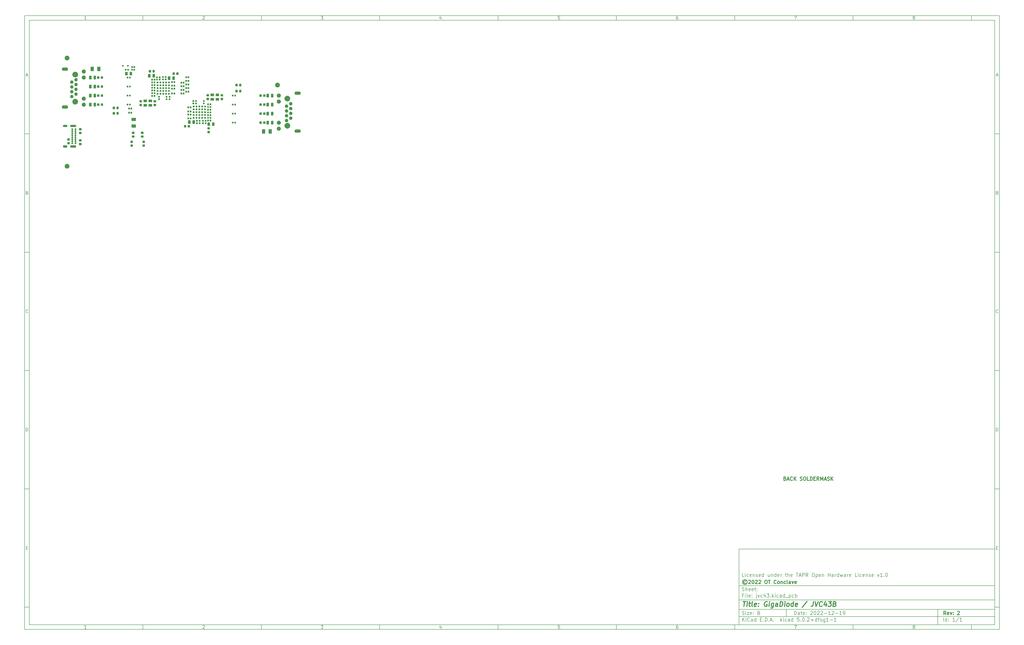
<source format=gbr>
G04 #@! TF.GenerationSoftware,KiCad,Pcbnew,5.0.2+dfsg1-1*
G04 #@! TF.CreationDate,2022-12-19T16:21:19-08:00*
G04 #@! TF.ProjectId,jvc43,6a766334-332e-46b6-9963-61645f706362,2*
G04 #@! TF.SameCoordinates,Original*
G04 #@! TF.FileFunction,Soldermask,Bot*
G04 #@! TF.FilePolarity,Negative*
%FSLAX46Y46*%
G04 Gerber Fmt 4.6, Leading zero omitted, Abs format (unit mm)*
G04 Created by KiCad (PCBNEW 5.0.2+dfsg1-1) date Mon 19 Dec 2022 04:21:19 PM PST*
%MOMM*%
%LPD*%
G01*
G04 APERTURE LIST*
%ADD10C,0.100000*%
%ADD11C,0.150000*%
%ADD12C,0.300000*%
%ADD13C,0.400000*%
G04 APERTURE END LIST*
D10*
D11*
X311800000Y-235400000D02*
X311800000Y-267400000D01*
X419800000Y-267400000D01*
X419800000Y-235400000D01*
X311800000Y-235400000D01*
D10*
D11*
X10000000Y-10000000D02*
X10000000Y-269400000D01*
X421800000Y-269400000D01*
X421800000Y-10000000D01*
X10000000Y-10000000D01*
D10*
D11*
X12000000Y-12000000D02*
X12000000Y-267400000D01*
X419800000Y-267400000D01*
X419800000Y-12000000D01*
X12000000Y-12000000D01*
D10*
D11*
X60000000Y-12000000D02*
X60000000Y-10000000D01*
D10*
D11*
X110000000Y-12000000D02*
X110000000Y-10000000D01*
D10*
D11*
X160000000Y-12000000D02*
X160000000Y-10000000D01*
D10*
D11*
X210000000Y-12000000D02*
X210000000Y-10000000D01*
D10*
D11*
X260000000Y-12000000D02*
X260000000Y-10000000D01*
D10*
D11*
X310000000Y-12000000D02*
X310000000Y-10000000D01*
D10*
D11*
X360000000Y-12000000D02*
X360000000Y-10000000D01*
D10*
D11*
X410000000Y-12000000D02*
X410000000Y-10000000D01*
D10*
D11*
X36065476Y-11588095D02*
X35322619Y-11588095D01*
X35694047Y-11588095D02*
X35694047Y-10288095D01*
X35570238Y-10473809D01*
X35446428Y-10597619D01*
X35322619Y-10659523D01*
D10*
D11*
X85322619Y-10411904D02*
X85384523Y-10350000D01*
X85508333Y-10288095D01*
X85817857Y-10288095D01*
X85941666Y-10350000D01*
X86003571Y-10411904D01*
X86065476Y-10535714D01*
X86065476Y-10659523D01*
X86003571Y-10845238D01*
X85260714Y-11588095D01*
X86065476Y-11588095D01*
D10*
D11*
X135260714Y-10288095D02*
X136065476Y-10288095D01*
X135632142Y-10783333D01*
X135817857Y-10783333D01*
X135941666Y-10845238D01*
X136003571Y-10907142D01*
X136065476Y-11030952D01*
X136065476Y-11340476D01*
X136003571Y-11464285D01*
X135941666Y-11526190D01*
X135817857Y-11588095D01*
X135446428Y-11588095D01*
X135322619Y-11526190D01*
X135260714Y-11464285D01*
D10*
D11*
X185941666Y-10721428D02*
X185941666Y-11588095D01*
X185632142Y-10226190D02*
X185322619Y-11154761D01*
X186127380Y-11154761D01*
D10*
D11*
X236003571Y-10288095D02*
X235384523Y-10288095D01*
X235322619Y-10907142D01*
X235384523Y-10845238D01*
X235508333Y-10783333D01*
X235817857Y-10783333D01*
X235941666Y-10845238D01*
X236003571Y-10907142D01*
X236065476Y-11030952D01*
X236065476Y-11340476D01*
X236003571Y-11464285D01*
X235941666Y-11526190D01*
X235817857Y-11588095D01*
X235508333Y-11588095D01*
X235384523Y-11526190D01*
X235322619Y-11464285D01*
D10*
D11*
X285941666Y-10288095D02*
X285694047Y-10288095D01*
X285570238Y-10350000D01*
X285508333Y-10411904D01*
X285384523Y-10597619D01*
X285322619Y-10845238D01*
X285322619Y-11340476D01*
X285384523Y-11464285D01*
X285446428Y-11526190D01*
X285570238Y-11588095D01*
X285817857Y-11588095D01*
X285941666Y-11526190D01*
X286003571Y-11464285D01*
X286065476Y-11340476D01*
X286065476Y-11030952D01*
X286003571Y-10907142D01*
X285941666Y-10845238D01*
X285817857Y-10783333D01*
X285570238Y-10783333D01*
X285446428Y-10845238D01*
X285384523Y-10907142D01*
X285322619Y-11030952D01*
D10*
D11*
X335260714Y-10288095D02*
X336127380Y-10288095D01*
X335570238Y-11588095D01*
D10*
D11*
X385570238Y-10845238D02*
X385446428Y-10783333D01*
X385384523Y-10721428D01*
X385322619Y-10597619D01*
X385322619Y-10535714D01*
X385384523Y-10411904D01*
X385446428Y-10350000D01*
X385570238Y-10288095D01*
X385817857Y-10288095D01*
X385941666Y-10350000D01*
X386003571Y-10411904D01*
X386065476Y-10535714D01*
X386065476Y-10597619D01*
X386003571Y-10721428D01*
X385941666Y-10783333D01*
X385817857Y-10845238D01*
X385570238Y-10845238D01*
X385446428Y-10907142D01*
X385384523Y-10969047D01*
X385322619Y-11092857D01*
X385322619Y-11340476D01*
X385384523Y-11464285D01*
X385446428Y-11526190D01*
X385570238Y-11588095D01*
X385817857Y-11588095D01*
X385941666Y-11526190D01*
X386003571Y-11464285D01*
X386065476Y-11340476D01*
X386065476Y-11092857D01*
X386003571Y-10969047D01*
X385941666Y-10907142D01*
X385817857Y-10845238D01*
D10*
D11*
X60000000Y-267400000D02*
X60000000Y-269400000D01*
D10*
D11*
X110000000Y-267400000D02*
X110000000Y-269400000D01*
D10*
D11*
X160000000Y-267400000D02*
X160000000Y-269400000D01*
D10*
D11*
X210000000Y-267400000D02*
X210000000Y-269400000D01*
D10*
D11*
X260000000Y-267400000D02*
X260000000Y-269400000D01*
D10*
D11*
X310000000Y-267400000D02*
X310000000Y-269400000D01*
D10*
D11*
X360000000Y-267400000D02*
X360000000Y-269400000D01*
D10*
D11*
X410000000Y-267400000D02*
X410000000Y-269400000D01*
D10*
D11*
X36065476Y-268988095D02*
X35322619Y-268988095D01*
X35694047Y-268988095D02*
X35694047Y-267688095D01*
X35570238Y-267873809D01*
X35446428Y-267997619D01*
X35322619Y-268059523D01*
D10*
D11*
X85322619Y-267811904D02*
X85384523Y-267750000D01*
X85508333Y-267688095D01*
X85817857Y-267688095D01*
X85941666Y-267750000D01*
X86003571Y-267811904D01*
X86065476Y-267935714D01*
X86065476Y-268059523D01*
X86003571Y-268245238D01*
X85260714Y-268988095D01*
X86065476Y-268988095D01*
D10*
D11*
X135260714Y-267688095D02*
X136065476Y-267688095D01*
X135632142Y-268183333D01*
X135817857Y-268183333D01*
X135941666Y-268245238D01*
X136003571Y-268307142D01*
X136065476Y-268430952D01*
X136065476Y-268740476D01*
X136003571Y-268864285D01*
X135941666Y-268926190D01*
X135817857Y-268988095D01*
X135446428Y-268988095D01*
X135322619Y-268926190D01*
X135260714Y-268864285D01*
D10*
D11*
X185941666Y-268121428D02*
X185941666Y-268988095D01*
X185632142Y-267626190D02*
X185322619Y-268554761D01*
X186127380Y-268554761D01*
D10*
D11*
X236003571Y-267688095D02*
X235384523Y-267688095D01*
X235322619Y-268307142D01*
X235384523Y-268245238D01*
X235508333Y-268183333D01*
X235817857Y-268183333D01*
X235941666Y-268245238D01*
X236003571Y-268307142D01*
X236065476Y-268430952D01*
X236065476Y-268740476D01*
X236003571Y-268864285D01*
X235941666Y-268926190D01*
X235817857Y-268988095D01*
X235508333Y-268988095D01*
X235384523Y-268926190D01*
X235322619Y-268864285D01*
D10*
D11*
X285941666Y-267688095D02*
X285694047Y-267688095D01*
X285570238Y-267750000D01*
X285508333Y-267811904D01*
X285384523Y-267997619D01*
X285322619Y-268245238D01*
X285322619Y-268740476D01*
X285384523Y-268864285D01*
X285446428Y-268926190D01*
X285570238Y-268988095D01*
X285817857Y-268988095D01*
X285941666Y-268926190D01*
X286003571Y-268864285D01*
X286065476Y-268740476D01*
X286065476Y-268430952D01*
X286003571Y-268307142D01*
X285941666Y-268245238D01*
X285817857Y-268183333D01*
X285570238Y-268183333D01*
X285446428Y-268245238D01*
X285384523Y-268307142D01*
X285322619Y-268430952D01*
D10*
D11*
X335260714Y-267688095D02*
X336127380Y-267688095D01*
X335570238Y-268988095D01*
D10*
D11*
X385570238Y-268245238D02*
X385446428Y-268183333D01*
X385384523Y-268121428D01*
X385322619Y-267997619D01*
X385322619Y-267935714D01*
X385384523Y-267811904D01*
X385446428Y-267750000D01*
X385570238Y-267688095D01*
X385817857Y-267688095D01*
X385941666Y-267750000D01*
X386003571Y-267811904D01*
X386065476Y-267935714D01*
X386065476Y-267997619D01*
X386003571Y-268121428D01*
X385941666Y-268183333D01*
X385817857Y-268245238D01*
X385570238Y-268245238D01*
X385446428Y-268307142D01*
X385384523Y-268369047D01*
X385322619Y-268492857D01*
X385322619Y-268740476D01*
X385384523Y-268864285D01*
X385446428Y-268926190D01*
X385570238Y-268988095D01*
X385817857Y-268988095D01*
X385941666Y-268926190D01*
X386003571Y-268864285D01*
X386065476Y-268740476D01*
X386065476Y-268492857D01*
X386003571Y-268369047D01*
X385941666Y-268307142D01*
X385817857Y-268245238D01*
D10*
D11*
X10000000Y-60000000D02*
X12000000Y-60000000D01*
D10*
D11*
X10000000Y-110000000D02*
X12000000Y-110000000D01*
D10*
D11*
X10000000Y-160000000D02*
X12000000Y-160000000D01*
D10*
D11*
X10000000Y-210000000D02*
X12000000Y-210000000D01*
D10*
D11*
X10000000Y-260000000D02*
X12000000Y-260000000D01*
D10*
D11*
X10690476Y-35216666D02*
X11309523Y-35216666D01*
X10566666Y-35588095D02*
X11000000Y-34288095D01*
X11433333Y-35588095D01*
D10*
D11*
X11092857Y-84907142D02*
X11278571Y-84969047D01*
X11340476Y-85030952D01*
X11402380Y-85154761D01*
X11402380Y-85340476D01*
X11340476Y-85464285D01*
X11278571Y-85526190D01*
X11154761Y-85588095D01*
X10659523Y-85588095D01*
X10659523Y-84288095D01*
X11092857Y-84288095D01*
X11216666Y-84350000D01*
X11278571Y-84411904D01*
X11340476Y-84535714D01*
X11340476Y-84659523D01*
X11278571Y-84783333D01*
X11216666Y-84845238D01*
X11092857Y-84907142D01*
X10659523Y-84907142D01*
D10*
D11*
X11402380Y-135464285D02*
X11340476Y-135526190D01*
X11154761Y-135588095D01*
X11030952Y-135588095D01*
X10845238Y-135526190D01*
X10721428Y-135402380D01*
X10659523Y-135278571D01*
X10597619Y-135030952D01*
X10597619Y-134845238D01*
X10659523Y-134597619D01*
X10721428Y-134473809D01*
X10845238Y-134350000D01*
X11030952Y-134288095D01*
X11154761Y-134288095D01*
X11340476Y-134350000D01*
X11402380Y-134411904D01*
D10*
D11*
X10659523Y-185588095D02*
X10659523Y-184288095D01*
X10969047Y-184288095D01*
X11154761Y-184350000D01*
X11278571Y-184473809D01*
X11340476Y-184597619D01*
X11402380Y-184845238D01*
X11402380Y-185030952D01*
X11340476Y-185278571D01*
X11278571Y-185402380D01*
X11154761Y-185526190D01*
X10969047Y-185588095D01*
X10659523Y-185588095D01*
D10*
D11*
X10721428Y-234907142D02*
X11154761Y-234907142D01*
X11340476Y-235588095D02*
X10721428Y-235588095D01*
X10721428Y-234288095D01*
X11340476Y-234288095D01*
D10*
D11*
X421800000Y-60000000D02*
X419800000Y-60000000D01*
D10*
D11*
X421800000Y-110000000D02*
X419800000Y-110000000D01*
D10*
D11*
X421800000Y-160000000D02*
X419800000Y-160000000D01*
D10*
D11*
X421800000Y-210000000D02*
X419800000Y-210000000D01*
D10*
D11*
X421800000Y-260000000D02*
X419800000Y-260000000D01*
D10*
D11*
X420490476Y-35216666D02*
X421109523Y-35216666D01*
X420366666Y-35588095D02*
X420800000Y-34288095D01*
X421233333Y-35588095D01*
D10*
D11*
X420892857Y-84907142D02*
X421078571Y-84969047D01*
X421140476Y-85030952D01*
X421202380Y-85154761D01*
X421202380Y-85340476D01*
X421140476Y-85464285D01*
X421078571Y-85526190D01*
X420954761Y-85588095D01*
X420459523Y-85588095D01*
X420459523Y-84288095D01*
X420892857Y-84288095D01*
X421016666Y-84350000D01*
X421078571Y-84411904D01*
X421140476Y-84535714D01*
X421140476Y-84659523D01*
X421078571Y-84783333D01*
X421016666Y-84845238D01*
X420892857Y-84907142D01*
X420459523Y-84907142D01*
D10*
D11*
X421202380Y-135464285D02*
X421140476Y-135526190D01*
X420954761Y-135588095D01*
X420830952Y-135588095D01*
X420645238Y-135526190D01*
X420521428Y-135402380D01*
X420459523Y-135278571D01*
X420397619Y-135030952D01*
X420397619Y-134845238D01*
X420459523Y-134597619D01*
X420521428Y-134473809D01*
X420645238Y-134350000D01*
X420830952Y-134288095D01*
X420954761Y-134288095D01*
X421140476Y-134350000D01*
X421202380Y-134411904D01*
D10*
D11*
X420459523Y-185588095D02*
X420459523Y-184288095D01*
X420769047Y-184288095D01*
X420954761Y-184350000D01*
X421078571Y-184473809D01*
X421140476Y-184597619D01*
X421202380Y-184845238D01*
X421202380Y-185030952D01*
X421140476Y-185278571D01*
X421078571Y-185402380D01*
X420954761Y-185526190D01*
X420769047Y-185588095D01*
X420459523Y-185588095D01*
D10*
D11*
X420521428Y-234907142D02*
X420954761Y-234907142D01*
X421140476Y-235588095D02*
X420521428Y-235588095D01*
X420521428Y-234288095D01*
X421140476Y-234288095D01*
D10*
D11*
X335232142Y-263178571D02*
X335232142Y-261678571D01*
X335589285Y-261678571D01*
X335803571Y-261750000D01*
X335946428Y-261892857D01*
X336017857Y-262035714D01*
X336089285Y-262321428D01*
X336089285Y-262535714D01*
X336017857Y-262821428D01*
X335946428Y-262964285D01*
X335803571Y-263107142D01*
X335589285Y-263178571D01*
X335232142Y-263178571D01*
X337375000Y-263178571D02*
X337375000Y-262392857D01*
X337303571Y-262250000D01*
X337160714Y-262178571D01*
X336875000Y-262178571D01*
X336732142Y-262250000D01*
X337375000Y-263107142D02*
X337232142Y-263178571D01*
X336875000Y-263178571D01*
X336732142Y-263107142D01*
X336660714Y-262964285D01*
X336660714Y-262821428D01*
X336732142Y-262678571D01*
X336875000Y-262607142D01*
X337232142Y-262607142D01*
X337375000Y-262535714D01*
X337875000Y-262178571D02*
X338446428Y-262178571D01*
X338089285Y-261678571D02*
X338089285Y-262964285D01*
X338160714Y-263107142D01*
X338303571Y-263178571D01*
X338446428Y-263178571D01*
X339517857Y-263107142D02*
X339375000Y-263178571D01*
X339089285Y-263178571D01*
X338946428Y-263107142D01*
X338875000Y-262964285D01*
X338875000Y-262392857D01*
X338946428Y-262250000D01*
X339089285Y-262178571D01*
X339375000Y-262178571D01*
X339517857Y-262250000D01*
X339589285Y-262392857D01*
X339589285Y-262535714D01*
X338875000Y-262678571D01*
X340232142Y-263035714D02*
X340303571Y-263107142D01*
X340232142Y-263178571D01*
X340160714Y-263107142D01*
X340232142Y-263035714D01*
X340232142Y-263178571D01*
X340232142Y-262250000D02*
X340303571Y-262321428D01*
X340232142Y-262392857D01*
X340160714Y-262321428D01*
X340232142Y-262250000D01*
X340232142Y-262392857D01*
X342017857Y-261821428D02*
X342089285Y-261750000D01*
X342232142Y-261678571D01*
X342589285Y-261678571D01*
X342732142Y-261750000D01*
X342803571Y-261821428D01*
X342875000Y-261964285D01*
X342875000Y-262107142D01*
X342803571Y-262321428D01*
X341946428Y-263178571D01*
X342875000Y-263178571D01*
X343803571Y-261678571D02*
X343946428Y-261678571D01*
X344089285Y-261750000D01*
X344160714Y-261821428D01*
X344232142Y-261964285D01*
X344303571Y-262250000D01*
X344303571Y-262607142D01*
X344232142Y-262892857D01*
X344160714Y-263035714D01*
X344089285Y-263107142D01*
X343946428Y-263178571D01*
X343803571Y-263178571D01*
X343660714Y-263107142D01*
X343589285Y-263035714D01*
X343517857Y-262892857D01*
X343446428Y-262607142D01*
X343446428Y-262250000D01*
X343517857Y-261964285D01*
X343589285Y-261821428D01*
X343660714Y-261750000D01*
X343803571Y-261678571D01*
X344875000Y-261821428D02*
X344946428Y-261750000D01*
X345089285Y-261678571D01*
X345446428Y-261678571D01*
X345589285Y-261750000D01*
X345660714Y-261821428D01*
X345732142Y-261964285D01*
X345732142Y-262107142D01*
X345660714Y-262321428D01*
X344803571Y-263178571D01*
X345732142Y-263178571D01*
X346303571Y-261821428D02*
X346375000Y-261750000D01*
X346517857Y-261678571D01*
X346875000Y-261678571D01*
X347017857Y-261750000D01*
X347089285Y-261821428D01*
X347160714Y-261964285D01*
X347160714Y-262107142D01*
X347089285Y-262321428D01*
X346232142Y-263178571D01*
X347160714Y-263178571D01*
X347803571Y-262607142D02*
X348946428Y-262607142D01*
X350446428Y-263178571D02*
X349589285Y-263178571D01*
X350017857Y-263178571D02*
X350017857Y-261678571D01*
X349875000Y-261892857D01*
X349732142Y-262035714D01*
X349589285Y-262107142D01*
X351017857Y-261821428D02*
X351089285Y-261750000D01*
X351232142Y-261678571D01*
X351589285Y-261678571D01*
X351732142Y-261750000D01*
X351803571Y-261821428D01*
X351875000Y-261964285D01*
X351875000Y-262107142D01*
X351803571Y-262321428D01*
X350946428Y-263178571D01*
X351875000Y-263178571D01*
X352517857Y-262607142D02*
X353660714Y-262607142D01*
X355160714Y-263178571D02*
X354303571Y-263178571D01*
X354732142Y-263178571D02*
X354732142Y-261678571D01*
X354589285Y-261892857D01*
X354446428Y-262035714D01*
X354303571Y-262107142D01*
X355875000Y-263178571D02*
X356160714Y-263178571D01*
X356303571Y-263107142D01*
X356375000Y-263035714D01*
X356517857Y-262821428D01*
X356589285Y-262535714D01*
X356589285Y-261964285D01*
X356517857Y-261821428D01*
X356446428Y-261750000D01*
X356303571Y-261678571D01*
X356017857Y-261678571D01*
X355875000Y-261750000D01*
X355803571Y-261821428D01*
X355732142Y-261964285D01*
X355732142Y-262321428D01*
X355803571Y-262464285D01*
X355875000Y-262535714D01*
X356017857Y-262607142D01*
X356303571Y-262607142D01*
X356446428Y-262535714D01*
X356517857Y-262464285D01*
X356589285Y-262321428D01*
D10*
D11*
X311800000Y-263900000D02*
X419800000Y-263900000D01*
D10*
D11*
X313232142Y-265978571D02*
X313232142Y-264478571D01*
X314089285Y-265978571D02*
X313446428Y-265121428D01*
X314089285Y-264478571D02*
X313232142Y-265335714D01*
X314732142Y-265978571D02*
X314732142Y-264978571D01*
X314732142Y-264478571D02*
X314660714Y-264550000D01*
X314732142Y-264621428D01*
X314803571Y-264550000D01*
X314732142Y-264478571D01*
X314732142Y-264621428D01*
X316303571Y-265835714D02*
X316232142Y-265907142D01*
X316017857Y-265978571D01*
X315875000Y-265978571D01*
X315660714Y-265907142D01*
X315517857Y-265764285D01*
X315446428Y-265621428D01*
X315375000Y-265335714D01*
X315375000Y-265121428D01*
X315446428Y-264835714D01*
X315517857Y-264692857D01*
X315660714Y-264550000D01*
X315875000Y-264478571D01*
X316017857Y-264478571D01*
X316232142Y-264550000D01*
X316303571Y-264621428D01*
X317589285Y-265978571D02*
X317589285Y-265192857D01*
X317517857Y-265050000D01*
X317375000Y-264978571D01*
X317089285Y-264978571D01*
X316946428Y-265050000D01*
X317589285Y-265907142D02*
X317446428Y-265978571D01*
X317089285Y-265978571D01*
X316946428Y-265907142D01*
X316875000Y-265764285D01*
X316875000Y-265621428D01*
X316946428Y-265478571D01*
X317089285Y-265407142D01*
X317446428Y-265407142D01*
X317589285Y-265335714D01*
X318946428Y-265978571D02*
X318946428Y-264478571D01*
X318946428Y-265907142D02*
X318803571Y-265978571D01*
X318517857Y-265978571D01*
X318375000Y-265907142D01*
X318303571Y-265835714D01*
X318232142Y-265692857D01*
X318232142Y-265264285D01*
X318303571Y-265121428D01*
X318375000Y-265050000D01*
X318517857Y-264978571D01*
X318803571Y-264978571D01*
X318946428Y-265050000D01*
X320803571Y-265192857D02*
X321303571Y-265192857D01*
X321517857Y-265978571D02*
X320803571Y-265978571D01*
X320803571Y-264478571D01*
X321517857Y-264478571D01*
X322160714Y-265835714D02*
X322232142Y-265907142D01*
X322160714Y-265978571D01*
X322089285Y-265907142D01*
X322160714Y-265835714D01*
X322160714Y-265978571D01*
X322875000Y-265978571D02*
X322875000Y-264478571D01*
X323232142Y-264478571D01*
X323446428Y-264550000D01*
X323589285Y-264692857D01*
X323660714Y-264835714D01*
X323732142Y-265121428D01*
X323732142Y-265335714D01*
X323660714Y-265621428D01*
X323589285Y-265764285D01*
X323446428Y-265907142D01*
X323232142Y-265978571D01*
X322875000Y-265978571D01*
X324375000Y-265835714D02*
X324446428Y-265907142D01*
X324375000Y-265978571D01*
X324303571Y-265907142D01*
X324375000Y-265835714D01*
X324375000Y-265978571D01*
X325017857Y-265550000D02*
X325732142Y-265550000D01*
X324875000Y-265978571D02*
X325375000Y-264478571D01*
X325875000Y-265978571D01*
X326375000Y-265835714D02*
X326446428Y-265907142D01*
X326375000Y-265978571D01*
X326303571Y-265907142D01*
X326375000Y-265835714D01*
X326375000Y-265978571D01*
X329375000Y-265978571D02*
X329375000Y-264478571D01*
X329517857Y-265407142D02*
X329946428Y-265978571D01*
X329946428Y-264978571D02*
X329375000Y-265550000D01*
X330589285Y-265978571D02*
X330589285Y-264978571D01*
X330589285Y-264478571D02*
X330517857Y-264550000D01*
X330589285Y-264621428D01*
X330660714Y-264550000D01*
X330589285Y-264478571D01*
X330589285Y-264621428D01*
X331946428Y-265907142D02*
X331803571Y-265978571D01*
X331517857Y-265978571D01*
X331375000Y-265907142D01*
X331303571Y-265835714D01*
X331232142Y-265692857D01*
X331232142Y-265264285D01*
X331303571Y-265121428D01*
X331375000Y-265050000D01*
X331517857Y-264978571D01*
X331803571Y-264978571D01*
X331946428Y-265050000D01*
X333232142Y-265978571D02*
X333232142Y-265192857D01*
X333160714Y-265050000D01*
X333017857Y-264978571D01*
X332732142Y-264978571D01*
X332589285Y-265050000D01*
X333232142Y-265907142D02*
X333089285Y-265978571D01*
X332732142Y-265978571D01*
X332589285Y-265907142D01*
X332517857Y-265764285D01*
X332517857Y-265621428D01*
X332589285Y-265478571D01*
X332732142Y-265407142D01*
X333089285Y-265407142D01*
X333232142Y-265335714D01*
X334589285Y-265978571D02*
X334589285Y-264478571D01*
X334589285Y-265907142D02*
X334446428Y-265978571D01*
X334160714Y-265978571D01*
X334017857Y-265907142D01*
X333946428Y-265835714D01*
X333875000Y-265692857D01*
X333875000Y-265264285D01*
X333946428Y-265121428D01*
X334017857Y-265050000D01*
X334160714Y-264978571D01*
X334446428Y-264978571D01*
X334589285Y-265050000D01*
X337160714Y-264478571D02*
X336446428Y-264478571D01*
X336375000Y-265192857D01*
X336446428Y-265121428D01*
X336589285Y-265050000D01*
X336946428Y-265050000D01*
X337089285Y-265121428D01*
X337160714Y-265192857D01*
X337232142Y-265335714D01*
X337232142Y-265692857D01*
X337160714Y-265835714D01*
X337089285Y-265907142D01*
X336946428Y-265978571D01*
X336589285Y-265978571D01*
X336446428Y-265907142D01*
X336375000Y-265835714D01*
X337875000Y-265835714D02*
X337946428Y-265907142D01*
X337875000Y-265978571D01*
X337803571Y-265907142D01*
X337875000Y-265835714D01*
X337875000Y-265978571D01*
X338875000Y-264478571D02*
X339017857Y-264478571D01*
X339160714Y-264550000D01*
X339232142Y-264621428D01*
X339303571Y-264764285D01*
X339375000Y-265050000D01*
X339375000Y-265407142D01*
X339303571Y-265692857D01*
X339232142Y-265835714D01*
X339160714Y-265907142D01*
X339017857Y-265978571D01*
X338875000Y-265978571D01*
X338732142Y-265907142D01*
X338660714Y-265835714D01*
X338589285Y-265692857D01*
X338517857Y-265407142D01*
X338517857Y-265050000D01*
X338589285Y-264764285D01*
X338660714Y-264621428D01*
X338732142Y-264550000D01*
X338875000Y-264478571D01*
X340017857Y-265835714D02*
X340089285Y-265907142D01*
X340017857Y-265978571D01*
X339946428Y-265907142D01*
X340017857Y-265835714D01*
X340017857Y-265978571D01*
X340660714Y-264621428D02*
X340732142Y-264550000D01*
X340875000Y-264478571D01*
X341232142Y-264478571D01*
X341375000Y-264550000D01*
X341446428Y-264621428D01*
X341517857Y-264764285D01*
X341517857Y-264907142D01*
X341446428Y-265121428D01*
X340589285Y-265978571D01*
X341517857Y-265978571D01*
X342160714Y-265407142D02*
X343303571Y-265407142D01*
X342732142Y-265978571D02*
X342732142Y-264835714D01*
X344660714Y-265978571D02*
X344660714Y-264478571D01*
X344660714Y-265907142D02*
X344517857Y-265978571D01*
X344232142Y-265978571D01*
X344089285Y-265907142D01*
X344017857Y-265835714D01*
X343946428Y-265692857D01*
X343946428Y-265264285D01*
X344017857Y-265121428D01*
X344089285Y-265050000D01*
X344232142Y-264978571D01*
X344517857Y-264978571D01*
X344660714Y-265050000D01*
X345160714Y-264978571D02*
X345732142Y-264978571D01*
X345375000Y-265978571D02*
X345375000Y-264692857D01*
X345446428Y-264550000D01*
X345589285Y-264478571D01*
X345732142Y-264478571D01*
X346160714Y-265907142D02*
X346303571Y-265978571D01*
X346589285Y-265978571D01*
X346732142Y-265907142D01*
X346803571Y-265764285D01*
X346803571Y-265692857D01*
X346732142Y-265550000D01*
X346589285Y-265478571D01*
X346375000Y-265478571D01*
X346232142Y-265407142D01*
X346160714Y-265264285D01*
X346160714Y-265192857D01*
X346232142Y-265050000D01*
X346375000Y-264978571D01*
X346589285Y-264978571D01*
X346732142Y-265050000D01*
X348089285Y-264978571D02*
X348089285Y-266192857D01*
X348017857Y-266335714D01*
X347946428Y-266407142D01*
X347803571Y-266478571D01*
X347589285Y-266478571D01*
X347446428Y-266407142D01*
X348089285Y-265907142D02*
X347946428Y-265978571D01*
X347660714Y-265978571D01*
X347517857Y-265907142D01*
X347446428Y-265835714D01*
X347375000Y-265692857D01*
X347375000Y-265264285D01*
X347446428Y-265121428D01*
X347517857Y-265050000D01*
X347660714Y-264978571D01*
X347946428Y-264978571D01*
X348089285Y-265050000D01*
X349589285Y-265978571D02*
X348732142Y-265978571D01*
X349160714Y-265978571D02*
X349160714Y-264478571D01*
X349017857Y-264692857D01*
X348875000Y-264835714D01*
X348732142Y-264907142D01*
X350232142Y-265407142D02*
X351375000Y-265407142D01*
X352875000Y-265978571D02*
X352017857Y-265978571D01*
X352446428Y-265978571D02*
X352446428Y-264478571D01*
X352303571Y-264692857D01*
X352160714Y-264835714D01*
X352017857Y-264907142D01*
D10*
D11*
X311800000Y-260900000D02*
X419800000Y-260900000D01*
D10*
D12*
X399209285Y-263178571D02*
X398709285Y-262464285D01*
X398352142Y-263178571D02*
X398352142Y-261678571D01*
X398923571Y-261678571D01*
X399066428Y-261750000D01*
X399137857Y-261821428D01*
X399209285Y-261964285D01*
X399209285Y-262178571D01*
X399137857Y-262321428D01*
X399066428Y-262392857D01*
X398923571Y-262464285D01*
X398352142Y-262464285D01*
X400423571Y-263107142D02*
X400280714Y-263178571D01*
X399995000Y-263178571D01*
X399852142Y-263107142D01*
X399780714Y-262964285D01*
X399780714Y-262392857D01*
X399852142Y-262250000D01*
X399995000Y-262178571D01*
X400280714Y-262178571D01*
X400423571Y-262250000D01*
X400495000Y-262392857D01*
X400495000Y-262535714D01*
X399780714Y-262678571D01*
X400995000Y-262178571D02*
X401352142Y-263178571D01*
X401709285Y-262178571D01*
X402280714Y-263035714D02*
X402352142Y-263107142D01*
X402280714Y-263178571D01*
X402209285Y-263107142D01*
X402280714Y-263035714D01*
X402280714Y-263178571D01*
X402280714Y-262250000D02*
X402352142Y-262321428D01*
X402280714Y-262392857D01*
X402209285Y-262321428D01*
X402280714Y-262250000D01*
X402280714Y-262392857D01*
X404066428Y-261821428D02*
X404137857Y-261750000D01*
X404280714Y-261678571D01*
X404637857Y-261678571D01*
X404780714Y-261750000D01*
X404852142Y-261821428D01*
X404923571Y-261964285D01*
X404923571Y-262107142D01*
X404852142Y-262321428D01*
X403995000Y-263178571D01*
X404923571Y-263178571D01*
D10*
D11*
X313160714Y-263107142D02*
X313375000Y-263178571D01*
X313732142Y-263178571D01*
X313875000Y-263107142D01*
X313946428Y-263035714D01*
X314017857Y-262892857D01*
X314017857Y-262750000D01*
X313946428Y-262607142D01*
X313875000Y-262535714D01*
X313732142Y-262464285D01*
X313446428Y-262392857D01*
X313303571Y-262321428D01*
X313232142Y-262250000D01*
X313160714Y-262107142D01*
X313160714Y-261964285D01*
X313232142Y-261821428D01*
X313303571Y-261750000D01*
X313446428Y-261678571D01*
X313803571Y-261678571D01*
X314017857Y-261750000D01*
X314660714Y-263178571D02*
X314660714Y-262178571D01*
X314660714Y-261678571D02*
X314589285Y-261750000D01*
X314660714Y-261821428D01*
X314732142Y-261750000D01*
X314660714Y-261678571D01*
X314660714Y-261821428D01*
X315232142Y-262178571D02*
X316017857Y-262178571D01*
X315232142Y-263178571D01*
X316017857Y-263178571D01*
X317160714Y-263107142D02*
X317017857Y-263178571D01*
X316732142Y-263178571D01*
X316589285Y-263107142D01*
X316517857Y-262964285D01*
X316517857Y-262392857D01*
X316589285Y-262250000D01*
X316732142Y-262178571D01*
X317017857Y-262178571D01*
X317160714Y-262250000D01*
X317232142Y-262392857D01*
X317232142Y-262535714D01*
X316517857Y-262678571D01*
X317875000Y-263035714D02*
X317946428Y-263107142D01*
X317875000Y-263178571D01*
X317803571Y-263107142D01*
X317875000Y-263035714D01*
X317875000Y-263178571D01*
X317875000Y-262250000D02*
X317946428Y-262321428D01*
X317875000Y-262392857D01*
X317803571Y-262321428D01*
X317875000Y-262250000D01*
X317875000Y-262392857D01*
X320232142Y-262392857D02*
X320446428Y-262464285D01*
X320517857Y-262535714D01*
X320589285Y-262678571D01*
X320589285Y-262892857D01*
X320517857Y-263035714D01*
X320446428Y-263107142D01*
X320303571Y-263178571D01*
X319732142Y-263178571D01*
X319732142Y-261678571D01*
X320232142Y-261678571D01*
X320375000Y-261750000D01*
X320446428Y-261821428D01*
X320517857Y-261964285D01*
X320517857Y-262107142D01*
X320446428Y-262250000D01*
X320375000Y-262321428D01*
X320232142Y-262392857D01*
X319732142Y-262392857D01*
D10*
D11*
X398232142Y-265978571D02*
X398232142Y-264478571D01*
X399589285Y-265978571D02*
X399589285Y-264478571D01*
X399589285Y-265907142D02*
X399446428Y-265978571D01*
X399160714Y-265978571D01*
X399017857Y-265907142D01*
X398946428Y-265835714D01*
X398875000Y-265692857D01*
X398875000Y-265264285D01*
X398946428Y-265121428D01*
X399017857Y-265050000D01*
X399160714Y-264978571D01*
X399446428Y-264978571D01*
X399589285Y-265050000D01*
X400303571Y-265835714D02*
X400375000Y-265907142D01*
X400303571Y-265978571D01*
X400232142Y-265907142D01*
X400303571Y-265835714D01*
X400303571Y-265978571D01*
X400303571Y-265050000D02*
X400375000Y-265121428D01*
X400303571Y-265192857D01*
X400232142Y-265121428D01*
X400303571Y-265050000D01*
X400303571Y-265192857D01*
X402946428Y-265978571D02*
X402089285Y-265978571D01*
X402517857Y-265978571D02*
X402517857Y-264478571D01*
X402375000Y-264692857D01*
X402232142Y-264835714D01*
X402089285Y-264907142D01*
X404660714Y-264407142D02*
X403375000Y-266335714D01*
X405946428Y-265978571D02*
X405089285Y-265978571D01*
X405517857Y-265978571D02*
X405517857Y-264478571D01*
X405375000Y-264692857D01*
X405232142Y-264835714D01*
X405089285Y-264907142D01*
D10*
D11*
X311800000Y-256900000D02*
X419800000Y-256900000D01*
D10*
D13*
X313512380Y-257604761D02*
X314655238Y-257604761D01*
X313833809Y-259604761D02*
X314083809Y-257604761D01*
X315071904Y-259604761D02*
X315238571Y-258271428D01*
X315321904Y-257604761D02*
X315214761Y-257700000D01*
X315298095Y-257795238D01*
X315405238Y-257700000D01*
X315321904Y-257604761D01*
X315298095Y-257795238D01*
X315905238Y-258271428D02*
X316667142Y-258271428D01*
X316274285Y-257604761D02*
X316060000Y-259319047D01*
X316131428Y-259509523D01*
X316310000Y-259604761D01*
X316500476Y-259604761D01*
X317452857Y-259604761D02*
X317274285Y-259509523D01*
X317202857Y-259319047D01*
X317417142Y-257604761D01*
X318988571Y-259509523D02*
X318786190Y-259604761D01*
X318405238Y-259604761D01*
X318226666Y-259509523D01*
X318155238Y-259319047D01*
X318250476Y-258557142D01*
X318369523Y-258366666D01*
X318571904Y-258271428D01*
X318952857Y-258271428D01*
X319131428Y-258366666D01*
X319202857Y-258557142D01*
X319179047Y-258747619D01*
X318202857Y-258938095D01*
X319952857Y-259414285D02*
X320036190Y-259509523D01*
X319929047Y-259604761D01*
X319845714Y-259509523D01*
X319952857Y-259414285D01*
X319929047Y-259604761D01*
X320083809Y-258366666D02*
X320167142Y-258461904D01*
X320060000Y-258557142D01*
X319976666Y-258461904D01*
X320083809Y-258366666D01*
X320060000Y-258557142D01*
X323690952Y-257700000D02*
X323512380Y-257604761D01*
X323226666Y-257604761D01*
X322929047Y-257700000D01*
X322714761Y-257890476D01*
X322595714Y-258080952D01*
X322452857Y-258461904D01*
X322417142Y-258747619D01*
X322464761Y-259128571D01*
X322536190Y-259319047D01*
X322702857Y-259509523D01*
X322976666Y-259604761D01*
X323167142Y-259604761D01*
X323464761Y-259509523D01*
X323571904Y-259414285D01*
X323655238Y-258747619D01*
X323274285Y-258747619D01*
X324405238Y-259604761D02*
X324571904Y-258271428D01*
X324655238Y-257604761D02*
X324548095Y-257700000D01*
X324631428Y-257795238D01*
X324738571Y-257700000D01*
X324655238Y-257604761D01*
X324631428Y-257795238D01*
X326381428Y-258271428D02*
X326179047Y-259890476D01*
X326060000Y-260080952D01*
X325952857Y-260176190D01*
X325750476Y-260271428D01*
X325464761Y-260271428D01*
X325286190Y-260176190D01*
X326226666Y-259509523D02*
X326024285Y-259604761D01*
X325643333Y-259604761D01*
X325464761Y-259509523D01*
X325381428Y-259414285D01*
X325310000Y-259223809D01*
X325381428Y-258652380D01*
X325500476Y-258461904D01*
X325607619Y-258366666D01*
X325810000Y-258271428D01*
X326190952Y-258271428D01*
X326369523Y-258366666D01*
X328024285Y-259604761D02*
X328155238Y-258557142D01*
X328083809Y-258366666D01*
X327905238Y-258271428D01*
X327524285Y-258271428D01*
X327321904Y-258366666D01*
X328036190Y-259509523D02*
X327833809Y-259604761D01*
X327357619Y-259604761D01*
X327179047Y-259509523D01*
X327107619Y-259319047D01*
X327131428Y-259128571D01*
X327250476Y-258938095D01*
X327452857Y-258842857D01*
X327929047Y-258842857D01*
X328131428Y-258747619D01*
X328976666Y-259604761D02*
X329226666Y-257604761D01*
X329702857Y-257604761D01*
X329976666Y-257700000D01*
X330143333Y-257890476D01*
X330214761Y-258080952D01*
X330262380Y-258461904D01*
X330226666Y-258747619D01*
X330083809Y-259128571D01*
X329964761Y-259319047D01*
X329750476Y-259509523D01*
X329452857Y-259604761D01*
X328976666Y-259604761D01*
X330976666Y-259604761D02*
X331143333Y-258271428D01*
X331226666Y-257604761D02*
X331119523Y-257700000D01*
X331202857Y-257795238D01*
X331310000Y-257700000D01*
X331226666Y-257604761D01*
X331202857Y-257795238D01*
X332214761Y-259604761D02*
X332036190Y-259509523D01*
X331952857Y-259414285D01*
X331881428Y-259223809D01*
X331952857Y-258652380D01*
X332071904Y-258461904D01*
X332179047Y-258366666D01*
X332381428Y-258271428D01*
X332667142Y-258271428D01*
X332845714Y-258366666D01*
X332929047Y-258461904D01*
X333000476Y-258652380D01*
X332929047Y-259223809D01*
X332810000Y-259414285D01*
X332702857Y-259509523D01*
X332500476Y-259604761D01*
X332214761Y-259604761D01*
X334595714Y-259604761D02*
X334845714Y-257604761D01*
X334607619Y-259509523D02*
X334405238Y-259604761D01*
X334024285Y-259604761D01*
X333845714Y-259509523D01*
X333762380Y-259414285D01*
X333690952Y-259223809D01*
X333762380Y-258652380D01*
X333881428Y-258461904D01*
X333988571Y-258366666D01*
X334190952Y-258271428D01*
X334571904Y-258271428D01*
X334750476Y-258366666D01*
X336321904Y-259509523D02*
X336119523Y-259604761D01*
X335738571Y-259604761D01*
X335560000Y-259509523D01*
X335488571Y-259319047D01*
X335583809Y-258557142D01*
X335702857Y-258366666D01*
X335905238Y-258271428D01*
X336286190Y-258271428D01*
X336464761Y-258366666D01*
X336536190Y-258557142D01*
X336512380Y-258747619D01*
X335536190Y-258938095D01*
X340476666Y-257509523D02*
X338440952Y-260080952D01*
X343226666Y-257604761D02*
X343048095Y-259033333D01*
X342917142Y-259319047D01*
X342702857Y-259509523D01*
X342405238Y-259604761D01*
X342214761Y-259604761D01*
X343893333Y-257604761D02*
X344310000Y-259604761D01*
X345226666Y-257604761D01*
X346810000Y-259414285D02*
X346702857Y-259509523D01*
X346405238Y-259604761D01*
X346214761Y-259604761D01*
X345940952Y-259509523D01*
X345774285Y-259319047D01*
X345702857Y-259128571D01*
X345655238Y-258747619D01*
X345690952Y-258461904D01*
X345833809Y-258080952D01*
X345952857Y-257890476D01*
X346167142Y-257700000D01*
X346464761Y-257604761D01*
X346655238Y-257604761D01*
X346929047Y-257700000D01*
X347012380Y-257795238D01*
X348667142Y-258271428D02*
X348500476Y-259604761D01*
X348286190Y-257509523D02*
X347631428Y-258938095D01*
X348869523Y-258938095D01*
X349607619Y-257604761D02*
X350845714Y-257604761D01*
X350083809Y-258366666D01*
X350369523Y-258366666D01*
X350548095Y-258461904D01*
X350631428Y-258557142D01*
X350702857Y-258747619D01*
X350643333Y-259223809D01*
X350524285Y-259414285D01*
X350417142Y-259509523D01*
X350214761Y-259604761D01*
X349643333Y-259604761D01*
X349464761Y-259509523D01*
X349381428Y-259414285D01*
X352250476Y-258557142D02*
X352524285Y-258652380D01*
X352607619Y-258747619D01*
X352679047Y-258938095D01*
X352643333Y-259223809D01*
X352524285Y-259414285D01*
X352417142Y-259509523D01*
X352214761Y-259604761D01*
X351452857Y-259604761D01*
X351702857Y-257604761D01*
X352369523Y-257604761D01*
X352548095Y-257700000D01*
X352631428Y-257795238D01*
X352702857Y-257985714D01*
X352679047Y-258176190D01*
X352560000Y-258366666D01*
X352452857Y-258461904D01*
X352250476Y-258557142D01*
X351583809Y-258557142D01*
D10*
D11*
X313732142Y-254992857D02*
X313232142Y-254992857D01*
X313232142Y-255778571D02*
X313232142Y-254278571D01*
X313946428Y-254278571D01*
X314517857Y-255778571D02*
X314517857Y-254778571D01*
X314517857Y-254278571D02*
X314446428Y-254350000D01*
X314517857Y-254421428D01*
X314589285Y-254350000D01*
X314517857Y-254278571D01*
X314517857Y-254421428D01*
X315446428Y-255778571D02*
X315303571Y-255707142D01*
X315232142Y-255564285D01*
X315232142Y-254278571D01*
X316589285Y-255707142D02*
X316446428Y-255778571D01*
X316160714Y-255778571D01*
X316017857Y-255707142D01*
X315946428Y-255564285D01*
X315946428Y-254992857D01*
X316017857Y-254850000D01*
X316160714Y-254778571D01*
X316446428Y-254778571D01*
X316589285Y-254850000D01*
X316660714Y-254992857D01*
X316660714Y-255135714D01*
X315946428Y-255278571D01*
X317303571Y-255635714D02*
X317375000Y-255707142D01*
X317303571Y-255778571D01*
X317232142Y-255707142D01*
X317303571Y-255635714D01*
X317303571Y-255778571D01*
X317303571Y-254850000D02*
X317375000Y-254921428D01*
X317303571Y-254992857D01*
X317232142Y-254921428D01*
X317303571Y-254850000D01*
X317303571Y-254992857D01*
X319160714Y-254778571D02*
X319160714Y-256064285D01*
X319089285Y-256207142D01*
X318946428Y-256278571D01*
X318875000Y-256278571D01*
X319160714Y-254278571D02*
X319089285Y-254350000D01*
X319160714Y-254421428D01*
X319232142Y-254350000D01*
X319160714Y-254278571D01*
X319160714Y-254421428D01*
X319732142Y-254778571D02*
X320089285Y-255778571D01*
X320446428Y-254778571D01*
X321660714Y-255707142D02*
X321517857Y-255778571D01*
X321232142Y-255778571D01*
X321089285Y-255707142D01*
X321017857Y-255635714D01*
X320946428Y-255492857D01*
X320946428Y-255064285D01*
X321017857Y-254921428D01*
X321089285Y-254850000D01*
X321232142Y-254778571D01*
X321517857Y-254778571D01*
X321660714Y-254850000D01*
X322946428Y-254778571D02*
X322946428Y-255778571D01*
X322589285Y-254207142D02*
X322232142Y-255278571D01*
X323160714Y-255278571D01*
X323589285Y-254278571D02*
X324517857Y-254278571D01*
X324017857Y-254850000D01*
X324232142Y-254850000D01*
X324375000Y-254921428D01*
X324446428Y-254992857D01*
X324517857Y-255135714D01*
X324517857Y-255492857D01*
X324446428Y-255635714D01*
X324375000Y-255707142D01*
X324232142Y-255778571D01*
X323803571Y-255778571D01*
X323660714Y-255707142D01*
X323589285Y-255635714D01*
X325160714Y-255635714D02*
X325232142Y-255707142D01*
X325160714Y-255778571D01*
X325089285Y-255707142D01*
X325160714Y-255635714D01*
X325160714Y-255778571D01*
X325875000Y-255778571D02*
X325875000Y-254278571D01*
X326017857Y-255207142D02*
X326446428Y-255778571D01*
X326446428Y-254778571D02*
X325875000Y-255350000D01*
X327089285Y-255778571D02*
X327089285Y-254778571D01*
X327089285Y-254278571D02*
X327017857Y-254350000D01*
X327089285Y-254421428D01*
X327160714Y-254350000D01*
X327089285Y-254278571D01*
X327089285Y-254421428D01*
X328446428Y-255707142D02*
X328303571Y-255778571D01*
X328017857Y-255778571D01*
X327875000Y-255707142D01*
X327803571Y-255635714D01*
X327732142Y-255492857D01*
X327732142Y-255064285D01*
X327803571Y-254921428D01*
X327875000Y-254850000D01*
X328017857Y-254778571D01*
X328303571Y-254778571D01*
X328446428Y-254850000D01*
X329732142Y-255778571D02*
X329732142Y-254992857D01*
X329660714Y-254850000D01*
X329517857Y-254778571D01*
X329232142Y-254778571D01*
X329089285Y-254850000D01*
X329732142Y-255707142D02*
X329589285Y-255778571D01*
X329232142Y-255778571D01*
X329089285Y-255707142D01*
X329017857Y-255564285D01*
X329017857Y-255421428D01*
X329089285Y-255278571D01*
X329232142Y-255207142D01*
X329589285Y-255207142D01*
X329732142Y-255135714D01*
X331089285Y-255778571D02*
X331089285Y-254278571D01*
X331089285Y-255707142D02*
X330946428Y-255778571D01*
X330660714Y-255778571D01*
X330517857Y-255707142D01*
X330446428Y-255635714D01*
X330375000Y-255492857D01*
X330375000Y-255064285D01*
X330446428Y-254921428D01*
X330517857Y-254850000D01*
X330660714Y-254778571D01*
X330946428Y-254778571D01*
X331089285Y-254850000D01*
X331446428Y-255921428D02*
X332589285Y-255921428D01*
X332946428Y-254778571D02*
X332946428Y-256278571D01*
X332946428Y-254850000D02*
X333089285Y-254778571D01*
X333375000Y-254778571D01*
X333517857Y-254850000D01*
X333589285Y-254921428D01*
X333660714Y-255064285D01*
X333660714Y-255492857D01*
X333589285Y-255635714D01*
X333517857Y-255707142D01*
X333375000Y-255778571D01*
X333089285Y-255778571D01*
X332946428Y-255707142D01*
X334946428Y-255707142D02*
X334803571Y-255778571D01*
X334517857Y-255778571D01*
X334375000Y-255707142D01*
X334303571Y-255635714D01*
X334232142Y-255492857D01*
X334232142Y-255064285D01*
X334303571Y-254921428D01*
X334375000Y-254850000D01*
X334517857Y-254778571D01*
X334803571Y-254778571D01*
X334946428Y-254850000D01*
X335589285Y-255778571D02*
X335589285Y-254278571D01*
X335589285Y-254850000D02*
X335732142Y-254778571D01*
X336017857Y-254778571D01*
X336160714Y-254850000D01*
X336232142Y-254921428D01*
X336303571Y-255064285D01*
X336303571Y-255492857D01*
X336232142Y-255635714D01*
X336160714Y-255707142D01*
X336017857Y-255778571D01*
X335732142Y-255778571D01*
X335589285Y-255707142D01*
D10*
D11*
X311800000Y-250900000D02*
X419800000Y-250900000D01*
D10*
D11*
X313160714Y-253007142D02*
X313375000Y-253078571D01*
X313732142Y-253078571D01*
X313875000Y-253007142D01*
X313946428Y-252935714D01*
X314017857Y-252792857D01*
X314017857Y-252650000D01*
X313946428Y-252507142D01*
X313875000Y-252435714D01*
X313732142Y-252364285D01*
X313446428Y-252292857D01*
X313303571Y-252221428D01*
X313232142Y-252150000D01*
X313160714Y-252007142D01*
X313160714Y-251864285D01*
X313232142Y-251721428D01*
X313303571Y-251650000D01*
X313446428Y-251578571D01*
X313803571Y-251578571D01*
X314017857Y-251650000D01*
X314660714Y-253078571D02*
X314660714Y-251578571D01*
X315303571Y-253078571D02*
X315303571Y-252292857D01*
X315232142Y-252150000D01*
X315089285Y-252078571D01*
X314875000Y-252078571D01*
X314732142Y-252150000D01*
X314660714Y-252221428D01*
X316589285Y-253007142D02*
X316446428Y-253078571D01*
X316160714Y-253078571D01*
X316017857Y-253007142D01*
X315946428Y-252864285D01*
X315946428Y-252292857D01*
X316017857Y-252150000D01*
X316160714Y-252078571D01*
X316446428Y-252078571D01*
X316589285Y-252150000D01*
X316660714Y-252292857D01*
X316660714Y-252435714D01*
X315946428Y-252578571D01*
X317875000Y-253007142D02*
X317732142Y-253078571D01*
X317446428Y-253078571D01*
X317303571Y-253007142D01*
X317232142Y-252864285D01*
X317232142Y-252292857D01*
X317303571Y-252150000D01*
X317446428Y-252078571D01*
X317732142Y-252078571D01*
X317875000Y-252150000D01*
X317946428Y-252292857D01*
X317946428Y-252435714D01*
X317232142Y-252578571D01*
X318375000Y-252078571D02*
X318946428Y-252078571D01*
X318589285Y-251578571D02*
X318589285Y-252864285D01*
X318660714Y-253007142D01*
X318803571Y-253078571D01*
X318946428Y-253078571D01*
X319446428Y-252935714D02*
X319517857Y-253007142D01*
X319446428Y-253078571D01*
X319375000Y-253007142D01*
X319446428Y-252935714D01*
X319446428Y-253078571D01*
X319446428Y-252150000D02*
X319517857Y-252221428D01*
X319446428Y-252292857D01*
X319375000Y-252221428D01*
X319446428Y-252150000D01*
X319446428Y-252292857D01*
D10*
D12*
X314566428Y-248935714D02*
X314423571Y-248864285D01*
X314137857Y-248864285D01*
X313995000Y-248935714D01*
X313852142Y-249078571D01*
X313780714Y-249221428D01*
X313780714Y-249507142D01*
X313852142Y-249650000D01*
X313995000Y-249792857D01*
X314137857Y-249864285D01*
X314423571Y-249864285D01*
X314566428Y-249792857D01*
X314280714Y-248364285D02*
X313923571Y-248435714D01*
X313566428Y-248650000D01*
X313352142Y-249007142D01*
X313280714Y-249364285D01*
X313352142Y-249721428D01*
X313566428Y-250078571D01*
X313923571Y-250292857D01*
X314280714Y-250364285D01*
X314637857Y-250292857D01*
X314995000Y-250078571D01*
X315209285Y-249721428D01*
X315280714Y-249364285D01*
X315209285Y-249007142D01*
X314995000Y-248650000D01*
X314637857Y-248435714D01*
X314280714Y-248364285D01*
X315852142Y-248721428D02*
X315923571Y-248650000D01*
X316066428Y-248578571D01*
X316423571Y-248578571D01*
X316566428Y-248650000D01*
X316637857Y-248721428D01*
X316709285Y-248864285D01*
X316709285Y-249007142D01*
X316637857Y-249221428D01*
X315780714Y-250078571D01*
X316709285Y-250078571D01*
X317637857Y-248578571D02*
X317780714Y-248578571D01*
X317923571Y-248650000D01*
X317995000Y-248721428D01*
X318066428Y-248864285D01*
X318137857Y-249150000D01*
X318137857Y-249507142D01*
X318066428Y-249792857D01*
X317995000Y-249935714D01*
X317923571Y-250007142D01*
X317780714Y-250078571D01*
X317637857Y-250078571D01*
X317495000Y-250007142D01*
X317423571Y-249935714D01*
X317352142Y-249792857D01*
X317280714Y-249507142D01*
X317280714Y-249150000D01*
X317352142Y-248864285D01*
X317423571Y-248721428D01*
X317495000Y-248650000D01*
X317637857Y-248578571D01*
X318709285Y-248721428D02*
X318780714Y-248650000D01*
X318923571Y-248578571D01*
X319280714Y-248578571D01*
X319423571Y-248650000D01*
X319495000Y-248721428D01*
X319566428Y-248864285D01*
X319566428Y-249007142D01*
X319495000Y-249221428D01*
X318637857Y-250078571D01*
X319566428Y-250078571D01*
X320137857Y-248721428D02*
X320209285Y-248650000D01*
X320352142Y-248578571D01*
X320709285Y-248578571D01*
X320852142Y-248650000D01*
X320923571Y-248721428D01*
X320995000Y-248864285D01*
X320995000Y-249007142D01*
X320923571Y-249221428D01*
X320066428Y-250078571D01*
X320995000Y-250078571D01*
X323066428Y-248578571D02*
X323352142Y-248578571D01*
X323495000Y-248650000D01*
X323637857Y-248792857D01*
X323709285Y-249078571D01*
X323709285Y-249578571D01*
X323637857Y-249864285D01*
X323495000Y-250007142D01*
X323352142Y-250078571D01*
X323066428Y-250078571D01*
X322923571Y-250007142D01*
X322780714Y-249864285D01*
X322709285Y-249578571D01*
X322709285Y-249078571D01*
X322780714Y-248792857D01*
X322923571Y-248650000D01*
X323066428Y-248578571D01*
X324137857Y-248578571D02*
X324995000Y-248578571D01*
X324566428Y-250078571D02*
X324566428Y-248578571D01*
X327495000Y-249935714D02*
X327423571Y-250007142D01*
X327209285Y-250078571D01*
X327066428Y-250078571D01*
X326852142Y-250007142D01*
X326709285Y-249864285D01*
X326637857Y-249721428D01*
X326566428Y-249435714D01*
X326566428Y-249221428D01*
X326637857Y-248935714D01*
X326709285Y-248792857D01*
X326852142Y-248650000D01*
X327066428Y-248578571D01*
X327209285Y-248578571D01*
X327423571Y-248650000D01*
X327495000Y-248721428D01*
X328352142Y-250078571D02*
X328209285Y-250007142D01*
X328137857Y-249935714D01*
X328066428Y-249792857D01*
X328066428Y-249364285D01*
X328137857Y-249221428D01*
X328209285Y-249150000D01*
X328352142Y-249078571D01*
X328566428Y-249078571D01*
X328709285Y-249150000D01*
X328780714Y-249221428D01*
X328852142Y-249364285D01*
X328852142Y-249792857D01*
X328780714Y-249935714D01*
X328709285Y-250007142D01*
X328566428Y-250078571D01*
X328352142Y-250078571D01*
X329495000Y-249078571D02*
X329495000Y-250078571D01*
X329495000Y-249221428D02*
X329566428Y-249150000D01*
X329709285Y-249078571D01*
X329923571Y-249078571D01*
X330066428Y-249150000D01*
X330137857Y-249292857D01*
X330137857Y-250078571D01*
X331495000Y-250007142D02*
X331352142Y-250078571D01*
X331066428Y-250078571D01*
X330923571Y-250007142D01*
X330852142Y-249935714D01*
X330780714Y-249792857D01*
X330780714Y-249364285D01*
X330852142Y-249221428D01*
X330923571Y-249150000D01*
X331066428Y-249078571D01*
X331352142Y-249078571D01*
X331495000Y-249150000D01*
X332352142Y-250078571D02*
X332209285Y-250007142D01*
X332137857Y-249864285D01*
X332137857Y-248578571D01*
X333566428Y-250078571D02*
X333566428Y-249292857D01*
X333495000Y-249150000D01*
X333352142Y-249078571D01*
X333066428Y-249078571D01*
X332923571Y-249150000D01*
X333566428Y-250007142D02*
X333423571Y-250078571D01*
X333066428Y-250078571D01*
X332923571Y-250007142D01*
X332852142Y-249864285D01*
X332852142Y-249721428D01*
X332923571Y-249578571D01*
X333066428Y-249507142D01*
X333423571Y-249507142D01*
X333566428Y-249435714D01*
X334137857Y-249078571D02*
X334495000Y-250078571D01*
X334852142Y-249078571D01*
X335995000Y-250007142D02*
X335852142Y-250078571D01*
X335566428Y-250078571D01*
X335423571Y-250007142D01*
X335352142Y-249864285D01*
X335352142Y-249292857D01*
X335423571Y-249150000D01*
X335566428Y-249078571D01*
X335852142Y-249078571D01*
X335995000Y-249150000D01*
X336066428Y-249292857D01*
X336066428Y-249435714D01*
X335352142Y-249578571D01*
D10*
D11*
X313946428Y-247078571D02*
X313232142Y-247078571D01*
X313232142Y-245578571D01*
X314446428Y-247078571D02*
X314446428Y-246078571D01*
X314446428Y-245578571D02*
X314375000Y-245650000D01*
X314446428Y-245721428D01*
X314517857Y-245650000D01*
X314446428Y-245578571D01*
X314446428Y-245721428D01*
X315803571Y-247007142D02*
X315660714Y-247078571D01*
X315375000Y-247078571D01*
X315232142Y-247007142D01*
X315160714Y-246935714D01*
X315089285Y-246792857D01*
X315089285Y-246364285D01*
X315160714Y-246221428D01*
X315232142Y-246150000D01*
X315375000Y-246078571D01*
X315660714Y-246078571D01*
X315803571Y-246150000D01*
X317017857Y-247007142D02*
X316875000Y-247078571D01*
X316589285Y-247078571D01*
X316446428Y-247007142D01*
X316375000Y-246864285D01*
X316375000Y-246292857D01*
X316446428Y-246150000D01*
X316589285Y-246078571D01*
X316875000Y-246078571D01*
X317017857Y-246150000D01*
X317089285Y-246292857D01*
X317089285Y-246435714D01*
X316375000Y-246578571D01*
X317732142Y-246078571D02*
X317732142Y-247078571D01*
X317732142Y-246221428D02*
X317803571Y-246150000D01*
X317946428Y-246078571D01*
X318160714Y-246078571D01*
X318303571Y-246150000D01*
X318375000Y-246292857D01*
X318375000Y-247078571D01*
X319017857Y-247007142D02*
X319160714Y-247078571D01*
X319446428Y-247078571D01*
X319589285Y-247007142D01*
X319660714Y-246864285D01*
X319660714Y-246792857D01*
X319589285Y-246650000D01*
X319446428Y-246578571D01*
X319232142Y-246578571D01*
X319089285Y-246507142D01*
X319017857Y-246364285D01*
X319017857Y-246292857D01*
X319089285Y-246150000D01*
X319232142Y-246078571D01*
X319446428Y-246078571D01*
X319589285Y-246150000D01*
X320875000Y-247007142D02*
X320732142Y-247078571D01*
X320446428Y-247078571D01*
X320303571Y-247007142D01*
X320232142Y-246864285D01*
X320232142Y-246292857D01*
X320303571Y-246150000D01*
X320446428Y-246078571D01*
X320732142Y-246078571D01*
X320875000Y-246150000D01*
X320946428Y-246292857D01*
X320946428Y-246435714D01*
X320232142Y-246578571D01*
X322232142Y-247078571D02*
X322232142Y-245578571D01*
X322232142Y-247007142D02*
X322089285Y-247078571D01*
X321803571Y-247078571D01*
X321660714Y-247007142D01*
X321589285Y-246935714D01*
X321517857Y-246792857D01*
X321517857Y-246364285D01*
X321589285Y-246221428D01*
X321660714Y-246150000D01*
X321803571Y-246078571D01*
X322089285Y-246078571D01*
X322232142Y-246150000D01*
X324732142Y-246078571D02*
X324732142Y-247078571D01*
X324089285Y-246078571D02*
X324089285Y-246864285D01*
X324160714Y-247007142D01*
X324303571Y-247078571D01*
X324517857Y-247078571D01*
X324660714Y-247007142D01*
X324732142Y-246935714D01*
X325446428Y-246078571D02*
X325446428Y-247078571D01*
X325446428Y-246221428D02*
X325517857Y-246150000D01*
X325660714Y-246078571D01*
X325875000Y-246078571D01*
X326017857Y-246150000D01*
X326089285Y-246292857D01*
X326089285Y-247078571D01*
X327446428Y-247078571D02*
X327446428Y-245578571D01*
X327446428Y-247007142D02*
X327303571Y-247078571D01*
X327017857Y-247078571D01*
X326875000Y-247007142D01*
X326803571Y-246935714D01*
X326732142Y-246792857D01*
X326732142Y-246364285D01*
X326803571Y-246221428D01*
X326875000Y-246150000D01*
X327017857Y-246078571D01*
X327303571Y-246078571D01*
X327446428Y-246150000D01*
X328732142Y-247007142D02*
X328589285Y-247078571D01*
X328303571Y-247078571D01*
X328160714Y-247007142D01*
X328089285Y-246864285D01*
X328089285Y-246292857D01*
X328160714Y-246150000D01*
X328303571Y-246078571D01*
X328589285Y-246078571D01*
X328732142Y-246150000D01*
X328803571Y-246292857D01*
X328803571Y-246435714D01*
X328089285Y-246578571D01*
X329446428Y-247078571D02*
X329446428Y-246078571D01*
X329446428Y-246364285D02*
X329517857Y-246221428D01*
X329589285Y-246150000D01*
X329732142Y-246078571D01*
X329875000Y-246078571D01*
X331303571Y-246078571D02*
X331875000Y-246078571D01*
X331517857Y-245578571D02*
X331517857Y-246864285D01*
X331589285Y-247007142D01*
X331732142Y-247078571D01*
X331875000Y-247078571D01*
X332375000Y-247078571D02*
X332375000Y-245578571D01*
X333017857Y-247078571D02*
X333017857Y-246292857D01*
X332946428Y-246150000D01*
X332803571Y-246078571D01*
X332589285Y-246078571D01*
X332446428Y-246150000D01*
X332375000Y-246221428D01*
X334303571Y-247007142D02*
X334160714Y-247078571D01*
X333875000Y-247078571D01*
X333732142Y-247007142D01*
X333660714Y-246864285D01*
X333660714Y-246292857D01*
X333732142Y-246150000D01*
X333875000Y-246078571D01*
X334160714Y-246078571D01*
X334303571Y-246150000D01*
X334375000Y-246292857D01*
X334375000Y-246435714D01*
X333660714Y-246578571D01*
X335946428Y-245578571D02*
X336803571Y-245578571D01*
X336375000Y-247078571D02*
X336375000Y-245578571D01*
X337232142Y-246650000D02*
X337946428Y-246650000D01*
X337089285Y-247078571D02*
X337589285Y-245578571D01*
X338089285Y-247078571D01*
X338589285Y-247078571D02*
X338589285Y-245578571D01*
X339160714Y-245578571D01*
X339303571Y-245650000D01*
X339375000Y-245721428D01*
X339446428Y-245864285D01*
X339446428Y-246078571D01*
X339375000Y-246221428D01*
X339303571Y-246292857D01*
X339160714Y-246364285D01*
X338589285Y-246364285D01*
X340946428Y-247078571D02*
X340446428Y-246364285D01*
X340089285Y-247078571D02*
X340089285Y-245578571D01*
X340660714Y-245578571D01*
X340803571Y-245650000D01*
X340875000Y-245721428D01*
X340946428Y-245864285D01*
X340946428Y-246078571D01*
X340875000Y-246221428D01*
X340803571Y-246292857D01*
X340660714Y-246364285D01*
X340089285Y-246364285D01*
X343017857Y-245578571D02*
X343303571Y-245578571D01*
X343446428Y-245650000D01*
X343589285Y-245792857D01*
X343660714Y-246078571D01*
X343660714Y-246578571D01*
X343589285Y-246864285D01*
X343446428Y-247007142D01*
X343303571Y-247078571D01*
X343017857Y-247078571D01*
X342875000Y-247007142D01*
X342732142Y-246864285D01*
X342660714Y-246578571D01*
X342660714Y-246078571D01*
X342732142Y-245792857D01*
X342875000Y-245650000D01*
X343017857Y-245578571D01*
X344303571Y-246078571D02*
X344303571Y-247578571D01*
X344303571Y-246150000D02*
X344446428Y-246078571D01*
X344732142Y-246078571D01*
X344875000Y-246150000D01*
X344946428Y-246221428D01*
X345017857Y-246364285D01*
X345017857Y-246792857D01*
X344946428Y-246935714D01*
X344875000Y-247007142D01*
X344732142Y-247078571D01*
X344446428Y-247078571D01*
X344303571Y-247007142D01*
X346232142Y-247007142D02*
X346089285Y-247078571D01*
X345803571Y-247078571D01*
X345660714Y-247007142D01*
X345589285Y-246864285D01*
X345589285Y-246292857D01*
X345660714Y-246150000D01*
X345803571Y-246078571D01*
X346089285Y-246078571D01*
X346232142Y-246150000D01*
X346303571Y-246292857D01*
X346303571Y-246435714D01*
X345589285Y-246578571D01*
X346946428Y-246078571D02*
X346946428Y-247078571D01*
X346946428Y-246221428D02*
X347017857Y-246150000D01*
X347160714Y-246078571D01*
X347375000Y-246078571D01*
X347517857Y-246150000D01*
X347589285Y-246292857D01*
X347589285Y-247078571D01*
X349446428Y-247078571D02*
X349446428Y-245578571D01*
X349446428Y-246292857D02*
X350303571Y-246292857D01*
X350303571Y-247078571D02*
X350303571Y-245578571D01*
X351660714Y-247078571D02*
X351660714Y-246292857D01*
X351589285Y-246150000D01*
X351446428Y-246078571D01*
X351160714Y-246078571D01*
X351017857Y-246150000D01*
X351660714Y-247007142D02*
X351517857Y-247078571D01*
X351160714Y-247078571D01*
X351017857Y-247007142D01*
X350946428Y-246864285D01*
X350946428Y-246721428D01*
X351017857Y-246578571D01*
X351160714Y-246507142D01*
X351517857Y-246507142D01*
X351660714Y-246435714D01*
X352375000Y-247078571D02*
X352375000Y-246078571D01*
X352375000Y-246364285D02*
X352446428Y-246221428D01*
X352517857Y-246150000D01*
X352660714Y-246078571D01*
X352803571Y-246078571D01*
X353946428Y-247078571D02*
X353946428Y-245578571D01*
X353946428Y-247007142D02*
X353803571Y-247078571D01*
X353517857Y-247078571D01*
X353375000Y-247007142D01*
X353303571Y-246935714D01*
X353232142Y-246792857D01*
X353232142Y-246364285D01*
X353303571Y-246221428D01*
X353375000Y-246150000D01*
X353517857Y-246078571D01*
X353803571Y-246078571D01*
X353946428Y-246150000D01*
X354517857Y-246078571D02*
X354803571Y-247078571D01*
X355089285Y-246364285D01*
X355375000Y-247078571D01*
X355660714Y-246078571D01*
X356875000Y-247078571D02*
X356875000Y-246292857D01*
X356803571Y-246150000D01*
X356660714Y-246078571D01*
X356375000Y-246078571D01*
X356232142Y-246150000D01*
X356875000Y-247007142D02*
X356732142Y-247078571D01*
X356375000Y-247078571D01*
X356232142Y-247007142D01*
X356160714Y-246864285D01*
X356160714Y-246721428D01*
X356232142Y-246578571D01*
X356375000Y-246507142D01*
X356732142Y-246507142D01*
X356875000Y-246435714D01*
X357589285Y-247078571D02*
X357589285Y-246078571D01*
X357589285Y-246364285D02*
X357660714Y-246221428D01*
X357732142Y-246150000D01*
X357875000Y-246078571D01*
X358017857Y-246078571D01*
X359089285Y-247007142D02*
X358946428Y-247078571D01*
X358660714Y-247078571D01*
X358517857Y-247007142D01*
X358446428Y-246864285D01*
X358446428Y-246292857D01*
X358517857Y-246150000D01*
X358660714Y-246078571D01*
X358946428Y-246078571D01*
X359089285Y-246150000D01*
X359160714Y-246292857D01*
X359160714Y-246435714D01*
X358446428Y-246578571D01*
X361660714Y-247078571D02*
X360946428Y-247078571D01*
X360946428Y-245578571D01*
X362160714Y-247078571D02*
X362160714Y-246078571D01*
X362160714Y-245578571D02*
X362089285Y-245650000D01*
X362160714Y-245721428D01*
X362232142Y-245650000D01*
X362160714Y-245578571D01*
X362160714Y-245721428D01*
X363517857Y-247007142D02*
X363375000Y-247078571D01*
X363089285Y-247078571D01*
X362946428Y-247007142D01*
X362875000Y-246935714D01*
X362803571Y-246792857D01*
X362803571Y-246364285D01*
X362875000Y-246221428D01*
X362946428Y-246150000D01*
X363089285Y-246078571D01*
X363375000Y-246078571D01*
X363517857Y-246150000D01*
X364732142Y-247007142D02*
X364589285Y-247078571D01*
X364303571Y-247078571D01*
X364160714Y-247007142D01*
X364089285Y-246864285D01*
X364089285Y-246292857D01*
X364160714Y-246150000D01*
X364303571Y-246078571D01*
X364589285Y-246078571D01*
X364732142Y-246150000D01*
X364803571Y-246292857D01*
X364803571Y-246435714D01*
X364089285Y-246578571D01*
X365446428Y-246078571D02*
X365446428Y-247078571D01*
X365446428Y-246221428D02*
X365517857Y-246150000D01*
X365660714Y-246078571D01*
X365875000Y-246078571D01*
X366017857Y-246150000D01*
X366089285Y-246292857D01*
X366089285Y-247078571D01*
X366732142Y-247007142D02*
X366875000Y-247078571D01*
X367160714Y-247078571D01*
X367303571Y-247007142D01*
X367375000Y-246864285D01*
X367375000Y-246792857D01*
X367303571Y-246650000D01*
X367160714Y-246578571D01*
X366946428Y-246578571D01*
X366803571Y-246507142D01*
X366732142Y-246364285D01*
X366732142Y-246292857D01*
X366803571Y-246150000D01*
X366946428Y-246078571D01*
X367160714Y-246078571D01*
X367303571Y-246150000D01*
X368589285Y-247007142D02*
X368446428Y-247078571D01*
X368160714Y-247078571D01*
X368017857Y-247007142D01*
X367946428Y-246864285D01*
X367946428Y-246292857D01*
X368017857Y-246150000D01*
X368160714Y-246078571D01*
X368446428Y-246078571D01*
X368589285Y-246150000D01*
X368660714Y-246292857D01*
X368660714Y-246435714D01*
X367946428Y-246578571D01*
X370303571Y-246078571D02*
X370660714Y-247078571D01*
X371017857Y-246078571D01*
X372375000Y-247078571D02*
X371517857Y-247078571D01*
X371946428Y-247078571D02*
X371946428Y-245578571D01*
X371803571Y-245792857D01*
X371660714Y-245935714D01*
X371517857Y-246007142D01*
X373017857Y-246935714D02*
X373089285Y-247007142D01*
X373017857Y-247078571D01*
X372946428Y-247007142D01*
X373017857Y-246935714D01*
X373017857Y-247078571D01*
X374017857Y-245578571D02*
X374160714Y-245578571D01*
X374303571Y-245650000D01*
X374375000Y-245721428D01*
X374446428Y-245864285D01*
X374517857Y-246150000D01*
X374517857Y-246507142D01*
X374446428Y-246792857D01*
X374375000Y-246935714D01*
X374303571Y-247007142D01*
X374160714Y-247078571D01*
X374017857Y-247078571D01*
X373875000Y-247007142D01*
X373803571Y-246935714D01*
X373732142Y-246792857D01*
X373660714Y-246507142D01*
X373660714Y-246150000D01*
X373732142Y-245864285D01*
X373803571Y-245721428D01*
X373875000Y-245650000D01*
X374017857Y-245578571D01*
D10*
D11*
X331800000Y-260900000D02*
X331800000Y-263900000D01*
D10*
D11*
X395800000Y-260900000D02*
X395800000Y-267400000D01*
D12*
X331252142Y-205632857D02*
X331466428Y-205704285D01*
X331537857Y-205775714D01*
X331609285Y-205918571D01*
X331609285Y-206132857D01*
X331537857Y-206275714D01*
X331466428Y-206347142D01*
X331323571Y-206418571D01*
X330752142Y-206418571D01*
X330752142Y-204918571D01*
X331252142Y-204918571D01*
X331395000Y-204990000D01*
X331466428Y-205061428D01*
X331537857Y-205204285D01*
X331537857Y-205347142D01*
X331466428Y-205490000D01*
X331395000Y-205561428D01*
X331252142Y-205632857D01*
X330752142Y-205632857D01*
X332180714Y-205990000D02*
X332895000Y-205990000D01*
X332037857Y-206418571D02*
X332537857Y-204918571D01*
X333037857Y-206418571D01*
X334395000Y-206275714D02*
X334323571Y-206347142D01*
X334109285Y-206418571D01*
X333966428Y-206418571D01*
X333752142Y-206347142D01*
X333609285Y-206204285D01*
X333537857Y-206061428D01*
X333466428Y-205775714D01*
X333466428Y-205561428D01*
X333537857Y-205275714D01*
X333609285Y-205132857D01*
X333752142Y-204990000D01*
X333966428Y-204918571D01*
X334109285Y-204918571D01*
X334323571Y-204990000D01*
X334395000Y-205061428D01*
X335037857Y-206418571D02*
X335037857Y-204918571D01*
X335895000Y-206418571D02*
X335252142Y-205561428D01*
X335895000Y-204918571D02*
X335037857Y-205775714D01*
X337609285Y-206347142D02*
X337823571Y-206418571D01*
X338180714Y-206418571D01*
X338323571Y-206347142D01*
X338395000Y-206275714D01*
X338466428Y-206132857D01*
X338466428Y-205990000D01*
X338395000Y-205847142D01*
X338323571Y-205775714D01*
X338180714Y-205704285D01*
X337895000Y-205632857D01*
X337752142Y-205561428D01*
X337680714Y-205490000D01*
X337609285Y-205347142D01*
X337609285Y-205204285D01*
X337680714Y-205061428D01*
X337752142Y-204990000D01*
X337895000Y-204918571D01*
X338252142Y-204918571D01*
X338466428Y-204990000D01*
X339395000Y-204918571D02*
X339680714Y-204918571D01*
X339823571Y-204990000D01*
X339966428Y-205132857D01*
X340037857Y-205418571D01*
X340037857Y-205918571D01*
X339966428Y-206204285D01*
X339823571Y-206347142D01*
X339680714Y-206418571D01*
X339395000Y-206418571D01*
X339252142Y-206347142D01*
X339109285Y-206204285D01*
X339037857Y-205918571D01*
X339037857Y-205418571D01*
X339109285Y-205132857D01*
X339252142Y-204990000D01*
X339395000Y-204918571D01*
X341395000Y-206418571D02*
X340680714Y-206418571D01*
X340680714Y-204918571D01*
X341895000Y-206418571D02*
X341895000Y-204918571D01*
X342252142Y-204918571D01*
X342466428Y-204990000D01*
X342609285Y-205132857D01*
X342680714Y-205275714D01*
X342752142Y-205561428D01*
X342752142Y-205775714D01*
X342680714Y-206061428D01*
X342609285Y-206204285D01*
X342466428Y-206347142D01*
X342252142Y-206418571D01*
X341895000Y-206418571D01*
X343395000Y-205632857D02*
X343895000Y-205632857D01*
X344109285Y-206418571D02*
X343395000Y-206418571D01*
X343395000Y-204918571D01*
X344109285Y-204918571D01*
X345609285Y-206418571D02*
X345109285Y-205704285D01*
X344752142Y-206418571D02*
X344752142Y-204918571D01*
X345323571Y-204918571D01*
X345466428Y-204990000D01*
X345537857Y-205061428D01*
X345609285Y-205204285D01*
X345609285Y-205418571D01*
X345537857Y-205561428D01*
X345466428Y-205632857D01*
X345323571Y-205704285D01*
X344752142Y-205704285D01*
X346252142Y-206418571D02*
X346252142Y-204918571D01*
X346752142Y-205990000D01*
X347252142Y-204918571D01*
X347252142Y-206418571D01*
X347895000Y-205990000D02*
X348609285Y-205990000D01*
X347752142Y-206418571D02*
X348252142Y-204918571D01*
X348752142Y-206418571D01*
X349180714Y-206347142D02*
X349395000Y-206418571D01*
X349752142Y-206418571D01*
X349895000Y-206347142D01*
X349966428Y-206275714D01*
X350037857Y-206132857D01*
X350037857Y-205990000D01*
X349966428Y-205847142D01*
X349895000Y-205775714D01*
X349752142Y-205704285D01*
X349466428Y-205632857D01*
X349323571Y-205561428D01*
X349252142Y-205490000D01*
X349180714Y-205347142D01*
X349180714Y-205204285D01*
X349252142Y-205061428D01*
X349323571Y-204990000D01*
X349466428Y-204918571D01*
X349823571Y-204918571D01*
X350037857Y-204990000D01*
X350680714Y-206418571D02*
X350680714Y-204918571D01*
X351537857Y-206418571D02*
X350895000Y-205561428D01*
X351537857Y-204918571D02*
X350680714Y-205775714D01*
D10*
G36*
X28115770Y-72675372D02*
X28231689Y-72698429D01*
X28413678Y-72773811D01*
X28577463Y-72883249D01*
X28716751Y-73022537D01*
X28826189Y-73186322D01*
X28901571Y-73368311D01*
X28940000Y-73561509D01*
X28940000Y-73758491D01*
X28901571Y-73951689D01*
X28826189Y-74133678D01*
X28716751Y-74297463D01*
X28577463Y-74436751D01*
X28413678Y-74546189D01*
X28231689Y-74621571D01*
X28115770Y-74644628D01*
X28038493Y-74660000D01*
X27841507Y-74660000D01*
X27764230Y-74644628D01*
X27648311Y-74621571D01*
X27466322Y-74546189D01*
X27302537Y-74436751D01*
X27163249Y-74297463D01*
X27053811Y-74133678D01*
X26978429Y-73951689D01*
X26940000Y-73758491D01*
X26940000Y-73561509D01*
X26978429Y-73368311D01*
X27053811Y-73186322D01*
X27163249Y-73022537D01*
X27302537Y-72883249D01*
X27466322Y-72773811D01*
X27648311Y-72698429D01*
X27764230Y-72675372D01*
X27841507Y-72660000D01*
X28038493Y-72660000D01*
X28115770Y-72675372D01*
X28115770Y-72675372D01*
G37*
G36*
X31368213Y-64791249D02*
X31462652Y-64819897D01*
X31549687Y-64866418D01*
X31625975Y-64929025D01*
X31688582Y-65005313D01*
X31735103Y-65092348D01*
X31763751Y-65186787D01*
X31773424Y-65285000D01*
X31763751Y-65383213D01*
X31735103Y-65477652D01*
X31688582Y-65564687D01*
X31625975Y-65640975D01*
X31549687Y-65703582D01*
X31462652Y-65750103D01*
X31368213Y-65778751D01*
X31294612Y-65786000D01*
X29745388Y-65786000D01*
X29671787Y-65778751D01*
X29577348Y-65750103D01*
X29490313Y-65703582D01*
X29414025Y-65640975D01*
X29351418Y-65564687D01*
X29304897Y-65477652D01*
X29276249Y-65383213D01*
X29266576Y-65285000D01*
X29276249Y-65186787D01*
X29304897Y-65092348D01*
X29351418Y-65005313D01*
X29414025Y-64929025D01*
X29490313Y-64866418D01*
X29577348Y-64819897D01*
X29671787Y-64791249D01*
X29745388Y-64784000D01*
X31294612Y-64784000D01*
X31368213Y-64791249D01*
X31368213Y-64791249D01*
G37*
G36*
X27638213Y-64791249D02*
X27732652Y-64819897D01*
X27819687Y-64866418D01*
X27895975Y-64929025D01*
X27958582Y-65005313D01*
X28005103Y-65092348D01*
X28033751Y-65186787D01*
X28043424Y-65285000D01*
X28033751Y-65383213D01*
X28005103Y-65477652D01*
X27958582Y-65564687D01*
X27895975Y-65640975D01*
X27819687Y-65703582D01*
X27732652Y-65750103D01*
X27638213Y-65778751D01*
X27564612Y-65786000D01*
X26715388Y-65786000D01*
X26641787Y-65778751D01*
X26547348Y-65750103D01*
X26460313Y-65703582D01*
X26384025Y-65640975D01*
X26321418Y-65564687D01*
X26274897Y-65477652D01*
X26246249Y-65383213D01*
X26236576Y-65285000D01*
X26246249Y-65186787D01*
X26274897Y-65092348D01*
X26321418Y-65005313D01*
X26384025Y-64929025D01*
X26460313Y-64866418D01*
X26547348Y-64819897D01*
X26641787Y-64791249D01*
X26715388Y-64784000D01*
X27564612Y-64784000D01*
X27638213Y-64791249D01*
X27638213Y-64791249D01*
G37*
G36*
X60704591Y-64438085D02*
X60738569Y-64448393D01*
X60769887Y-64465133D01*
X60797339Y-64487661D01*
X60819867Y-64515113D01*
X60836607Y-64546431D01*
X60846915Y-64580409D01*
X60851000Y-64621890D01*
X60851000Y-65223110D01*
X60846915Y-65264591D01*
X60836607Y-65298569D01*
X60819867Y-65329887D01*
X60797339Y-65357339D01*
X60769887Y-65379867D01*
X60738569Y-65396607D01*
X60704591Y-65406915D01*
X60663110Y-65411000D01*
X59986890Y-65411000D01*
X59945409Y-65406915D01*
X59911431Y-65396607D01*
X59880113Y-65379867D01*
X59852661Y-65357339D01*
X59830133Y-65329887D01*
X59813393Y-65298569D01*
X59803085Y-65264591D01*
X59799000Y-65223110D01*
X59799000Y-64621890D01*
X59803085Y-64580409D01*
X59813393Y-64546431D01*
X59830133Y-64515113D01*
X59852661Y-64487661D01*
X59880113Y-64465133D01*
X59911431Y-64448393D01*
X59945409Y-64438085D01*
X59986890Y-64434000D01*
X60663110Y-64434000D01*
X60704591Y-64438085D01*
X60704591Y-64438085D01*
G37*
G36*
X55624591Y-64438085D02*
X55658569Y-64448393D01*
X55689887Y-64465133D01*
X55717339Y-64487661D01*
X55739867Y-64515113D01*
X55756607Y-64546431D01*
X55766915Y-64580409D01*
X55771000Y-64621890D01*
X55771000Y-65223110D01*
X55766915Y-65264591D01*
X55756607Y-65298569D01*
X55739867Y-65329887D01*
X55717339Y-65357339D01*
X55689887Y-65379867D01*
X55658569Y-65396607D01*
X55624591Y-65406915D01*
X55583110Y-65411000D01*
X54906890Y-65411000D01*
X54865409Y-65406915D01*
X54831431Y-65396607D01*
X54800113Y-65379867D01*
X54772661Y-65357339D01*
X54750133Y-65329887D01*
X54733393Y-65298569D01*
X54723085Y-65264591D01*
X54719000Y-65223110D01*
X54719000Y-64621890D01*
X54723085Y-64580409D01*
X54733393Y-64546431D01*
X54750133Y-64515113D01*
X54772661Y-64487661D01*
X54800113Y-64465133D01*
X54831431Y-64448393D01*
X54865409Y-64438085D01*
X54906890Y-64434000D01*
X55583110Y-64434000D01*
X55624591Y-64438085D01*
X55624591Y-64438085D01*
G37*
G36*
X33907591Y-63803085D02*
X33941569Y-63813393D01*
X33972887Y-63830133D01*
X34000339Y-63852661D01*
X34022867Y-63880113D01*
X34039607Y-63911431D01*
X34049915Y-63945409D01*
X34054000Y-63986890D01*
X34054000Y-64588110D01*
X34049915Y-64629591D01*
X34039607Y-64663569D01*
X34022867Y-64694887D01*
X34000339Y-64722339D01*
X33972887Y-64744867D01*
X33941569Y-64761607D01*
X33907591Y-64771915D01*
X33866110Y-64776000D01*
X33189890Y-64776000D01*
X33148409Y-64771915D01*
X33114431Y-64761607D01*
X33083113Y-64744867D01*
X33055661Y-64722339D01*
X33033133Y-64694887D01*
X33016393Y-64663569D01*
X33006085Y-64629591D01*
X33002000Y-64588110D01*
X33002000Y-63986890D01*
X33006085Y-63945409D01*
X33016393Y-63911431D01*
X33033133Y-63880113D01*
X33055661Y-63852661D01*
X33083113Y-63830133D01*
X33114431Y-63813393D01*
X33148409Y-63803085D01*
X33189890Y-63799000D01*
X33866110Y-63799000D01*
X33907591Y-63803085D01*
X33907591Y-63803085D01*
G37*
G36*
X28954591Y-63422085D02*
X28988569Y-63432393D01*
X29019887Y-63449133D01*
X29047339Y-63471661D01*
X29069867Y-63499113D01*
X29086607Y-63530431D01*
X29096915Y-63564409D01*
X29101000Y-63605890D01*
X29101000Y-64207110D01*
X29096915Y-64248591D01*
X29086607Y-64282569D01*
X29069867Y-64313887D01*
X29047339Y-64341339D01*
X29019887Y-64363867D01*
X28988569Y-64380607D01*
X28954591Y-64390915D01*
X28913110Y-64395000D01*
X28236890Y-64395000D01*
X28195409Y-64390915D01*
X28161431Y-64380607D01*
X28130113Y-64363867D01*
X28102661Y-64341339D01*
X28080133Y-64313887D01*
X28063393Y-64282569D01*
X28053085Y-64248591D01*
X28049000Y-64207110D01*
X28049000Y-63605890D01*
X28053085Y-63564409D01*
X28063393Y-63530431D01*
X28080133Y-63499113D01*
X28102661Y-63471661D01*
X28130113Y-63449133D01*
X28161431Y-63432393D01*
X28195409Y-63422085D01*
X28236890Y-63418000D01*
X28913110Y-63418000D01*
X28954591Y-63422085D01*
X28954591Y-63422085D01*
G37*
G36*
X30259672Y-57623449D02*
X30259674Y-57623450D01*
X30259675Y-57623450D01*
X30328103Y-57651793D01*
X30389409Y-57692757D01*
X30389689Y-57692944D01*
X30442056Y-57745311D01*
X30442058Y-57745314D01*
X30483207Y-57806897D01*
X30511550Y-57875325D01*
X30511551Y-57875328D01*
X30526000Y-57947966D01*
X30526000Y-58022034D01*
X30512507Y-58089867D01*
X30511550Y-58094675D01*
X30483207Y-58163103D01*
X30448984Y-58214320D01*
X30442056Y-58224689D01*
X30389689Y-58277056D01*
X30389686Y-58277058D01*
X30346267Y-58306070D01*
X30327330Y-58321611D01*
X30311785Y-58340553D01*
X30300233Y-58362164D01*
X30293120Y-58385613D01*
X30290718Y-58409999D01*
X30293120Y-58434386D01*
X30300233Y-58457835D01*
X30311784Y-58479446D01*
X30327329Y-58498388D01*
X30346267Y-58513930D01*
X30370977Y-58530441D01*
X30389689Y-58542944D01*
X30442056Y-58595311D01*
X30442058Y-58595314D01*
X30483207Y-58656897D01*
X30508930Y-58719000D01*
X30511551Y-58725328D01*
X30526000Y-58797966D01*
X30526000Y-58872034D01*
X30512994Y-58937420D01*
X30511550Y-58944675D01*
X30483207Y-59013103D01*
X30456085Y-59053693D01*
X30442056Y-59074689D01*
X30389689Y-59127056D01*
X30389686Y-59127058D01*
X30346267Y-59156070D01*
X30327330Y-59171611D01*
X30311785Y-59190553D01*
X30300233Y-59212164D01*
X30293120Y-59235613D01*
X30290718Y-59259999D01*
X30293120Y-59284386D01*
X30300233Y-59307835D01*
X30311784Y-59329446D01*
X30327329Y-59348388D01*
X30346267Y-59363930D01*
X30378818Y-59385680D01*
X30389689Y-59392944D01*
X30442056Y-59445311D01*
X30442058Y-59445314D01*
X30483207Y-59506897D01*
X30511550Y-59575325D01*
X30511551Y-59575328D01*
X30526000Y-59647966D01*
X30526000Y-59722033D01*
X30511550Y-59794675D01*
X30483207Y-59863103D01*
X30465829Y-59889110D01*
X30442056Y-59924689D01*
X30389689Y-59977056D01*
X30389686Y-59977058D01*
X30346267Y-60006070D01*
X30327330Y-60021611D01*
X30311785Y-60040553D01*
X30300233Y-60062164D01*
X30293120Y-60085613D01*
X30290718Y-60109999D01*
X30293120Y-60134386D01*
X30300233Y-60157835D01*
X30311784Y-60179446D01*
X30327329Y-60198388D01*
X30346267Y-60213930D01*
X30389407Y-60242756D01*
X30389689Y-60242944D01*
X30442056Y-60295311D01*
X30442058Y-60295314D01*
X30483207Y-60356897D01*
X30511550Y-60425325D01*
X30511551Y-60425328D01*
X30526000Y-60497966D01*
X30526000Y-60572034D01*
X30511965Y-60642592D01*
X30511550Y-60644675D01*
X30483207Y-60713103D01*
X30444916Y-60770409D01*
X30442056Y-60774689D01*
X30389689Y-60827056D01*
X30389686Y-60827058D01*
X30346267Y-60856070D01*
X30327330Y-60871611D01*
X30311785Y-60890553D01*
X30300233Y-60912164D01*
X30293120Y-60935613D01*
X30290718Y-60959999D01*
X30293120Y-60984386D01*
X30300233Y-61007835D01*
X30311784Y-61029446D01*
X30327329Y-61048388D01*
X30346267Y-61063930D01*
X30389407Y-61092756D01*
X30389689Y-61092944D01*
X30442056Y-61145311D01*
X30442058Y-61145314D01*
X30483207Y-61206897D01*
X30511550Y-61275325D01*
X30526000Y-61347967D01*
X30526000Y-61422033D01*
X30511550Y-61494675D01*
X30483207Y-61563103D01*
X30442243Y-61624409D01*
X30442056Y-61624689D01*
X30389689Y-61677056D01*
X30389686Y-61677058D01*
X30346267Y-61706070D01*
X30327330Y-61721611D01*
X30311785Y-61740553D01*
X30300233Y-61762164D01*
X30293120Y-61785613D01*
X30290718Y-61809999D01*
X30293120Y-61834386D01*
X30300233Y-61857835D01*
X30311784Y-61879446D01*
X30327329Y-61898388D01*
X30346267Y-61913930D01*
X30389407Y-61942756D01*
X30389689Y-61942944D01*
X30442056Y-61995311D01*
X30442058Y-61995314D01*
X30483207Y-62056897D01*
X30495779Y-62087250D01*
X30511551Y-62125328D01*
X30526000Y-62197966D01*
X30526000Y-62272034D01*
X30524881Y-62277661D01*
X30511550Y-62344675D01*
X30483207Y-62413103D01*
X30446358Y-62468250D01*
X30442056Y-62474689D01*
X30389689Y-62527056D01*
X30389686Y-62527058D01*
X30346267Y-62556070D01*
X30327330Y-62571611D01*
X30311785Y-62590553D01*
X30300233Y-62612164D01*
X30293120Y-62635613D01*
X30290718Y-62659999D01*
X30293120Y-62684386D01*
X30300233Y-62707835D01*
X30311784Y-62729446D01*
X30327329Y-62748388D01*
X30346267Y-62763930D01*
X30368575Y-62778836D01*
X30389689Y-62792944D01*
X30442056Y-62845311D01*
X30442058Y-62845314D01*
X30483207Y-62906897D01*
X30503856Y-62956750D01*
X30511551Y-62975328D01*
X30526000Y-63047966D01*
X30526000Y-63122034D01*
X30513991Y-63182408D01*
X30511550Y-63194675D01*
X30483207Y-63263103D01*
X30442243Y-63324409D01*
X30442056Y-63324689D01*
X30389689Y-63377056D01*
X30389686Y-63377058D01*
X30346267Y-63406070D01*
X30327330Y-63421611D01*
X30311785Y-63440553D01*
X30300233Y-63462164D01*
X30293120Y-63485613D01*
X30290718Y-63509999D01*
X30293120Y-63534386D01*
X30300233Y-63557835D01*
X30311784Y-63579446D01*
X30327329Y-63598388D01*
X30346267Y-63613930D01*
X30389407Y-63642756D01*
X30389689Y-63642944D01*
X30442056Y-63695311D01*
X30442058Y-63695314D01*
X30483207Y-63756897D01*
X30508347Y-63817592D01*
X30511551Y-63825328D01*
X30526000Y-63897966D01*
X30526000Y-63972034D01*
X30511834Y-64043250D01*
X30511550Y-64044675D01*
X30483207Y-64113103D01*
X30442243Y-64174409D01*
X30442056Y-64174689D01*
X30389689Y-64227056D01*
X30389686Y-64227058D01*
X30328103Y-64268207D01*
X30259675Y-64296550D01*
X30259674Y-64296550D01*
X30259672Y-64296551D01*
X30187034Y-64311000D01*
X30112966Y-64311000D01*
X30040328Y-64296551D01*
X30040326Y-64296550D01*
X30040325Y-64296550D01*
X29971897Y-64268207D01*
X29910314Y-64227058D01*
X29910311Y-64227056D01*
X29857944Y-64174689D01*
X29857757Y-64174409D01*
X29816793Y-64113103D01*
X29788450Y-64044675D01*
X29788167Y-64043250D01*
X29774000Y-63972034D01*
X29774000Y-63897966D01*
X29788449Y-63825328D01*
X29791653Y-63817592D01*
X29816793Y-63756897D01*
X29857942Y-63695314D01*
X29857944Y-63695311D01*
X29910311Y-63642944D01*
X29910593Y-63642756D01*
X29953733Y-63613930D01*
X29972670Y-63598389D01*
X29988215Y-63579447D01*
X29999767Y-63557836D01*
X30006880Y-63534387D01*
X30009282Y-63510001D01*
X30006880Y-63485614D01*
X29999767Y-63462165D01*
X29988216Y-63440554D01*
X29972671Y-63421612D01*
X29953733Y-63406070D01*
X29910314Y-63377058D01*
X29910311Y-63377056D01*
X29857944Y-63324689D01*
X29857757Y-63324409D01*
X29816793Y-63263103D01*
X29788450Y-63194675D01*
X29786010Y-63182408D01*
X29774000Y-63122034D01*
X29774000Y-63047966D01*
X29788449Y-62975328D01*
X29796144Y-62956750D01*
X29816793Y-62906897D01*
X29857942Y-62845314D01*
X29857944Y-62845311D01*
X29910311Y-62792944D01*
X29931425Y-62778836D01*
X29953733Y-62763930D01*
X29972670Y-62748389D01*
X29988215Y-62729447D01*
X29999767Y-62707836D01*
X30006880Y-62684387D01*
X30009282Y-62660001D01*
X30006880Y-62635614D01*
X29999767Y-62612165D01*
X29988216Y-62590554D01*
X29972671Y-62571612D01*
X29953733Y-62556070D01*
X29910314Y-62527058D01*
X29910311Y-62527056D01*
X29857944Y-62474689D01*
X29853642Y-62468250D01*
X29816793Y-62413103D01*
X29788450Y-62344675D01*
X29775120Y-62277661D01*
X29774000Y-62272034D01*
X29774000Y-62197966D01*
X29788449Y-62125328D01*
X29804221Y-62087250D01*
X29816793Y-62056897D01*
X29857942Y-61995314D01*
X29857944Y-61995311D01*
X29910311Y-61942944D01*
X29910593Y-61942756D01*
X29953733Y-61913930D01*
X29972670Y-61898389D01*
X29988215Y-61879447D01*
X29999767Y-61857836D01*
X30006880Y-61834387D01*
X30009282Y-61810001D01*
X30006880Y-61785614D01*
X29999767Y-61762165D01*
X29988216Y-61740554D01*
X29972671Y-61721612D01*
X29953733Y-61706070D01*
X29910314Y-61677058D01*
X29910311Y-61677056D01*
X29857944Y-61624689D01*
X29857757Y-61624409D01*
X29816793Y-61563103D01*
X29788450Y-61494675D01*
X29774000Y-61422033D01*
X29774000Y-61347967D01*
X29788450Y-61275325D01*
X29816793Y-61206897D01*
X29857942Y-61145314D01*
X29857944Y-61145311D01*
X29910311Y-61092944D01*
X29910593Y-61092756D01*
X29953733Y-61063930D01*
X29972670Y-61048389D01*
X29988215Y-61029447D01*
X29999767Y-61007836D01*
X30006880Y-60984387D01*
X30009282Y-60960001D01*
X30006880Y-60935614D01*
X29999767Y-60912165D01*
X29988216Y-60890554D01*
X29972671Y-60871612D01*
X29953733Y-60856070D01*
X29910314Y-60827058D01*
X29910311Y-60827056D01*
X29857944Y-60774689D01*
X29855084Y-60770409D01*
X29816793Y-60713103D01*
X29788450Y-60644675D01*
X29788036Y-60642592D01*
X29774000Y-60572034D01*
X29774000Y-60497966D01*
X29788449Y-60425328D01*
X29788450Y-60425325D01*
X29816793Y-60356897D01*
X29857942Y-60295314D01*
X29857944Y-60295311D01*
X29910311Y-60242944D01*
X29910593Y-60242756D01*
X29953733Y-60213930D01*
X29972670Y-60198389D01*
X29988215Y-60179447D01*
X29999767Y-60157836D01*
X30006880Y-60134387D01*
X30009282Y-60110001D01*
X30006880Y-60085614D01*
X29999767Y-60062165D01*
X29988216Y-60040554D01*
X29972671Y-60021612D01*
X29953733Y-60006070D01*
X29910314Y-59977058D01*
X29910311Y-59977056D01*
X29857944Y-59924689D01*
X29834171Y-59889110D01*
X29816793Y-59863103D01*
X29788450Y-59794675D01*
X29774000Y-59722033D01*
X29774000Y-59647966D01*
X29788449Y-59575328D01*
X29788450Y-59575325D01*
X29816793Y-59506897D01*
X29857942Y-59445314D01*
X29857944Y-59445311D01*
X29910311Y-59392944D01*
X29921182Y-59385680D01*
X29953733Y-59363930D01*
X29972670Y-59348389D01*
X29988215Y-59329447D01*
X29999767Y-59307836D01*
X30006880Y-59284387D01*
X30009282Y-59260001D01*
X30006880Y-59235614D01*
X29999767Y-59212165D01*
X29988216Y-59190554D01*
X29972671Y-59171612D01*
X29953733Y-59156070D01*
X29910314Y-59127058D01*
X29910311Y-59127056D01*
X29857944Y-59074689D01*
X29843915Y-59053693D01*
X29816793Y-59013103D01*
X29788450Y-58944675D01*
X29787007Y-58937420D01*
X29774000Y-58872034D01*
X29774000Y-58797966D01*
X29788449Y-58725328D01*
X29791070Y-58719000D01*
X29816793Y-58656897D01*
X29857942Y-58595314D01*
X29857944Y-58595311D01*
X29910311Y-58542944D01*
X29929023Y-58530441D01*
X29953733Y-58513930D01*
X29972670Y-58498389D01*
X29988215Y-58479447D01*
X29999767Y-58457836D01*
X30006880Y-58434387D01*
X30009282Y-58410001D01*
X30006880Y-58385614D01*
X29999767Y-58362165D01*
X29988216Y-58340554D01*
X29972671Y-58321612D01*
X29953733Y-58306070D01*
X29910314Y-58277058D01*
X29910311Y-58277056D01*
X29857944Y-58224689D01*
X29851016Y-58214320D01*
X29816793Y-58163103D01*
X29788450Y-58094675D01*
X29787494Y-58089867D01*
X29774000Y-58022034D01*
X29774000Y-57947966D01*
X29788449Y-57875328D01*
X29788450Y-57875325D01*
X29816793Y-57806897D01*
X29857942Y-57745314D01*
X29857944Y-57745311D01*
X29910311Y-57692944D01*
X29910591Y-57692757D01*
X29971897Y-57651793D01*
X30040325Y-57623450D01*
X30040326Y-57623450D01*
X30040328Y-57623449D01*
X30112966Y-57609000D01*
X30187034Y-57609000D01*
X30259672Y-57623449D01*
X30259672Y-57623449D01*
G37*
G36*
X31609672Y-57623449D02*
X31609674Y-57623450D01*
X31609675Y-57623450D01*
X31678103Y-57651793D01*
X31739409Y-57692757D01*
X31739689Y-57692944D01*
X31792056Y-57745311D01*
X31792058Y-57745314D01*
X31833207Y-57806897D01*
X31861550Y-57875325D01*
X31861551Y-57875328D01*
X31876000Y-57947966D01*
X31876000Y-58022034D01*
X31862507Y-58089867D01*
X31861550Y-58094675D01*
X31833207Y-58163103D01*
X31798984Y-58214320D01*
X31792056Y-58224689D01*
X31739689Y-58277056D01*
X31739686Y-58277058D01*
X31696267Y-58306070D01*
X31677330Y-58321611D01*
X31661785Y-58340553D01*
X31650233Y-58362164D01*
X31643120Y-58385613D01*
X31640718Y-58409999D01*
X31643120Y-58434386D01*
X31650233Y-58457835D01*
X31661784Y-58479446D01*
X31677329Y-58498388D01*
X31696267Y-58513930D01*
X31720977Y-58530441D01*
X31739689Y-58542944D01*
X31792056Y-58595311D01*
X31792058Y-58595314D01*
X31833207Y-58656897D01*
X31858930Y-58719000D01*
X31861551Y-58725328D01*
X31876000Y-58797966D01*
X31876000Y-58872034D01*
X31862994Y-58937420D01*
X31861550Y-58944675D01*
X31833207Y-59013103D01*
X31806085Y-59053693D01*
X31792056Y-59074689D01*
X31739689Y-59127056D01*
X31739686Y-59127058D01*
X31696267Y-59156070D01*
X31677330Y-59171611D01*
X31661785Y-59190553D01*
X31650233Y-59212164D01*
X31643120Y-59235613D01*
X31640718Y-59259999D01*
X31643120Y-59284386D01*
X31650233Y-59307835D01*
X31661784Y-59329446D01*
X31677329Y-59348388D01*
X31696267Y-59363930D01*
X31728818Y-59385680D01*
X31739689Y-59392944D01*
X31792056Y-59445311D01*
X31792058Y-59445314D01*
X31833207Y-59506897D01*
X31861550Y-59575325D01*
X31861551Y-59575328D01*
X31876000Y-59647966D01*
X31876000Y-59722033D01*
X31861550Y-59794675D01*
X31833207Y-59863103D01*
X31815829Y-59889110D01*
X31792056Y-59924689D01*
X31739689Y-59977056D01*
X31739686Y-59977058D01*
X31696267Y-60006070D01*
X31677330Y-60021611D01*
X31661785Y-60040553D01*
X31650233Y-60062164D01*
X31643120Y-60085613D01*
X31640718Y-60109999D01*
X31643120Y-60134386D01*
X31650233Y-60157835D01*
X31661784Y-60179446D01*
X31677329Y-60198388D01*
X31696267Y-60213930D01*
X31739407Y-60242756D01*
X31739689Y-60242944D01*
X31792056Y-60295311D01*
X31792058Y-60295314D01*
X31833207Y-60356897D01*
X31861550Y-60425325D01*
X31861551Y-60425328D01*
X31876000Y-60497966D01*
X31876000Y-60572034D01*
X31861965Y-60642592D01*
X31861550Y-60644675D01*
X31833207Y-60713103D01*
X31794916Y-60770409D01*
X31792056Y-60774689D01*
X31739689Y-60827056D01*
X31739686Y-60827058D01*
X31696267Y-60856070D01*
X31677330Y-60871611D01*
X31661785Y-60890553D01*
X31650233Y-60912164D01*
X31643120Y-60935613D01*
X31640718Y-60959999D01*
X31643120Y-60984386D01*
X31650233Y-61007835D01*
X31661784Y-61029446D01*
X31677329Y-61048388D01*
X31696267Y-61063930D01*
X31739407Y-61092756D01*
X31739689Y-61092944D01*
X31792056Y-61145311D01*
X31792058Y-61145314D01*
X31833207Y-61206897D01*
X31861550Y-61275325D01*
X31876000Y-61347967D01*
X31876000Y-61422033D01*
X31861550Y-61494675D01*
X31833207Y-61563103D01*
X31792243Y-61624409D01*
X31792056Y-61624689D01*
X31739689Y-61677056D01*
X31739686Y-61677058D01*
X31696267Y-61706070D01*
X31677330Y-61721611D01*
X31661785Y-61740553D01*
X31650233Y-61762164D01*
X31643120Y-61785613D01*
X31640718Y-61809999D01*
X31643120Y-61834386D01*
X31650233Y-61857835D01*
X31661784Y-61879446D01*
X31677329Y-61898388D01*
X31696267Y-61913930D01*
X31739407Y-61942756D01*
X31739689Y-61942944D01*
X31792056Y-61995311D01*
X31792058Y-61995314D01*
X31833207Y-62056897D01*
X31845779Y-62087250D01*
X31861551Y-62125328D01*
X31876000Y-62197966D01*
X31876000Y-62272034D01*
X31874881Y-62277661D01*
X31861550Y-62344675D01*
X31833207Y-62413103D01*
X31796358Y-62468250D01*
X31792056Y-62474689D01*
X31739689Y-62527056D01*
X31739686Y-62527058D01*
X31696267Y-62556070D01*
X31677330Y-62571611D01*
X31661785Y-62590553D01*
X31650233Y-62612164D01*
X31643120Y-62635613D01*
X31640718Y-62659999D01*
X31643120Y-62684386D01*
X31650233Y-62707835D01*
X31661784Y-62729446D01*
X31677329Y-62748388D01*
X31696267Y-62763930D01*
X31718575Y-62778836D01*
X31739689Y-62792944D01*
X31792056Y-62845311D01*
X31792058Y-62845314D01*
X31833207Y-62906897D01*
X31853856Y-62956750D01*
X31861551Y-62975328D01*
X31876000Y-63047966D01*
X31876000Y-63122034D01*
X31863991Y-63182408D01*
X31861550Y-63194675D01*
X31833207Y-63263103D01*
X31792243Y-63324409D01*
X31792056Y-63324689D01*
X31739689Y-63377056D01*
X31739686Y-63377058D01*
X31696267Y-63406070D01*
X31677330Y-63421611D01*
X31661785Y-63440553D01*
X31650233Y-63462164D01*
X31643120Y-63485613D01*
X31640718Y-63509999D01*
X31643120Y-63534386D01*
X31650233Y-63557835D01*
X31661784Y-63579446D01*
X31677329Y-63598388D01*
X31696267Y-63613930D01*
X31739407Y-63642756D01*
X31739689Y-63642944D01*
X31792056Y-63695311D01*
X31792058Y-63695314D01*
X31833207Y-63756897D01*
X31858347Y-63817592D01*
X31861551Y-63825328D01*
X31876000Y-63897966D01*
X31876000Y-63972034D01*
X31861834Y-64043250D01*
X31861550Y-64044675D01*
X31833207Y-64113103D01*
X31792243Y-64174409D01*
X31792056Y-64174689D01*
X31739689Y-64227056D01*
X31739686Y-64227058D01*
X31678103Y-64268207D01*
X31609675Y-64296550D01*
X31609674Y-64296550D01*
X31609672Y-64296551D01*
X31537034Y-64311000D01*
X31462966Y-64311000D01*
X31390328Y-64296551D01*
X31390326Y-64296550D01*
X31390325Y-64296550D01*
X31321897Y-64268207D01*
X31260314Y-64227058D01*
X31260311Y-64227056D01*
X31207944Y-64174689D01*
X31207757Y-64174409D01*
X31166793Y-64113103D01*
X31138450Y-64044675D01*
X31138167Y-64043250D01*
X31124000Y-63972034D01*
X31124000Y-63897966D01*
X31138449Y-63825328D01*
X31141653Y-63817592D01*
X31166793Y-63756897D01*
X31207942Y-63695314D01*
X31207944Y-63695311D01*
X31260311Y-63642944D01*
X31260593Y-63642756D01*
X31303733Y-63613930D01*
X31322670Y-63598389D01*
X31338215Y-63579447D01*
X31349767Y-63557836D01*
X31356880Y-63534387D01*
X31359282Y-63510001D01*
X31356880Y-63485614D01*
X31349767Y-63462165D01*
X31338216Y-63440554D01*
X31322671Y-63421612D01*
X31303733Y-63406070D01*
X31260314Y-63377058D01*
X31260311Y-63377056D01*
X31207944Y-63324689D01*
X31207757Y-63324409D01*
X31166793Y-63263103D01*
X31138450Y-63194675D01*
X31136010Y-63182408D01*
X31124000Y-63122034D01*
X31124000Y-63047966D01*
X31138449Y-62975328D01*
X31146144Y-62956750D01*
X31166793Y-62906897D01*
X31207942Y-62845314D01*
X31207944Y-62845311D01*
X31260311Y-62792944D01*
X31281425Y-62778836D01*
X31303733Y-62763930D01*
X31322670Y-62748389D01*
X31338215Y-62729447D01*
X31349767Y-62707836D01*
X31356880Y-62684387D01*
X31359282Y-62660001D01*
X31356880Y-62635614D01*
X31349767Y-62612165D01*
X31338216Y-62590554D01*
X31322671Y-62571612D01*
X31303733Y-62556070D01*
X31260314Y-62527058D01*
X31260311Y-62527056D01*
X31207944Y-62474689D01*
X31203642Y-62468250D01*
X31166793Y-62413103D01*
X31138450Y-62344675D01*
X31125120Y-62277661D01*
X31124000Y-62272034D01*
X31124000Y-62197966D01*
X31138449Y-62125328D01*
X31154221Y-62087250D01*
X31166793Y-62056897D01*
X31207942Y-61995314D01*
X31207944Y-61995311D01*
X31260311Y-61942944D01*
X31260593Y-61942756D01*
X31303733Y-61913930D01*
X31322670Y-61898389D01*
X31338215Y-61879447D01*
X31349767Y-61857836D01*
X31356880Y-61834387D01*
X31359282Y-61810001D01*
X31356880Y-61785614D01*
X31349767Y-61762165D01*
X31338216Y-61740554D01*
X31322671Y-61721612D01*
X31303733Y-61706070D01*
X31260314Y-61677058D01*
X31260311Y-61677056D01*
X31207944Y-61624689D01*
X31207757Y-61624409D01*
X31166793Y-61563103D01*
X31138450Y-61494675D01*
X31124000Y-61422033D01*
X31124000Y-61347967D01*
X31138450Y-61275325D01*
X31166793Y-61206897D01*
X31207942Y-61145314D01*
X31207944Y-61145311D01*
X31260311Y-61092944D01*
X31260593Y-61092756D01*
X31303733Y-61063930D01*
X31322670Y-61048389D01*
X31338215Y-61029447D01*
X31349767Y-61007836D01*
X31356880Y-60984387D01*
X31359282Y-60960001D01*
X31356880Y-60935614D01*
X31349767Y-60912165D01*
X31338216Y-60890554D01*
X31322671Y-60871612D01*
X31303733Y-60856070D01*
X31260314Y-60827058D01*
X31260311Y-60827056D01*
X31207944Y-60774689D01*
X31205084Y-60770409D01*
X31166793Y-60713103D01*
X31138450Y-60644675D01*
X31138036Y-60642592D01*
X31124000Y-60572034D01*
X31124000Y-60497966D01*
X31138449Y-60425328D01*
X31138450Y-60425325D01*
X31166793Y-60356897D01*
X31207942Y-60295314D01*
X31207944Y-60295311D01*
X31260311Y-60242944D01*
X31260593Y-60242756D01*
X31303733Y-60213930D01*
X31322670Y-60198389D01*
X31338215Y-60179447D01*
X31349767Y-60157836D01*
X31356880Y-60134387D01*
X31359282Y-60110001D01*
X31356880Y-60085614D01*
X31349767Y-60062165D01*
X31338216Y-60040554D01*
X31322671Y-60021612D01*
X31303733Y-60006070D01*
X31260314Y-59977058D01*
X31260311Y-59977056D01*
X31207944Y-59924689D01*
X31184171Y-59889110D01*
X31166793Y-59863103D01*
X31138450Y-59794675D01*
X31124000Y-59722033D01*
X31124000Y-59647966D01*
X31138449Y-59575328D01*
X31138450Y-59575325D01*
X31166793Y-59506897D01*
X31207942Y-59445314D01*
X31207944Y-59445311D01*
X31260311Y-59392944D01*
X31271182Y-59385680D01*
X31303733Y-59363930D01*
X31322670Y-59348389D01*
X31338215Y-59329447D01*
X31349767Y-59307836D01*
X31356880Y-59284387D01*
X31359282Y-59260001D01*
X31356880Y-59235614D01*
X31349767Y-59212165D01*
X31338216Y-59190554D01*
X31322671Y-59171612D01*
X31303733Y-59156070D01*
X31260314Y-59127058D01*
X31260311Y-59127056D01*
X31207944Y-59074689D01*
X31193915Y-59053693D01*
X31166793Y-59013103D01*
X31138450Y-58944675D01*
X31137007Y-58937420D01*
X31124000Y-58872034D01*
X31124000Y-58797966D01*
X31138449Y-58725328D01*
X31141070Y-58719000D01*
X31166793Y-58656897D01*
X31207942Y-58595314D01*
X31207944Y-58595311D01*
X31260311Y-58542944D01*
X31279023Y-58530441D01*
X31303733Y-58513930D01*
X31322670Y-58498389D01*
X31338215Y-58479447D01*
X31349767Y-58457836D01*
X31356880Y-58434387D01*
X31359282Y-58410001D01*
X31356880Y-58385614D01*
X31349767Y-58362165D01*
X31338216Y-58340554D01*
X31322671Y-58321612D01*
X31303733Y-58306070D01*
X31260314Y-58277058D01*
X31260311Y-58277056D01*
X31207944Y-58224689D01*
X31201016Y-58214320D01*
X31166793Y-58163103D01*
X31138450Y-58094675D01*
X31137494Y-58089867D01*
X31124000Y-58022034D01*
X31124000Y-57947966D01*
X31138449Y-57875328D01*
X31138450Y-57875325D01*
X31166793Y-57806897D01*
X31207942Y-57745314D01*
X31207944Y-57745311D01*
X31260311Y-57692944D01*
X31260591Y-57692757D01*
X31321897Y-57651793D01*
X31390325Y-57623450D01*
X31390326Y-57623450D01*
X31390328Y-57623449D01*
X31462966Y-57609000D01*
X31537034Y-57609000D01*
X31609672Y-57623449D01*
X31609672Y-57623449D01*
G37*
G36*
X60704591Y-62863085D02*
X60738569Y-62873393D01*
X60769887Y-62890133D01*
X60797339Y-62912661D01*
X60819867Y-62940113D01*
X60836607Y-62971431D01*
X60846915Y-63005409D01*
X60851000Y-63046890D01*
X60851000Y-63648110D01*
X60846915Y-63689591D01*
X60836607Y-63723569D01*
X60819867Y-63754887D01*
X60797339Y-63782339D01*
X60769887Y-63804867D01*
X60738569Y-63821607D01*
X60704591Y-63831915D01*
X60663110Y-63836000D01*
X59986890Y-63836000D01*
X59945409Y-63831915D01*
X59911431Y-63821607D01*
X59880113Y-63804867D01*
X59852661Y-63782339D01*
X59830133Y-63754887D01*
X59813393Y-63723569D01*
X59803085Y-63689591D01*
X59799000Y-63648110D01*
X59799000Y-63046890D01*
X59803085Y-63005409D01*
X59813393Y-62971431D01*
X59830133Y-62940113D01*
X59852661Y-62912661D01*
X59880113Y-62890133D01*
X59911431Y-62873393D01*
X59945409Y-62863085D01*
X59986890Y-62859000D01*
X60663110Y-62859000D01*
X60704591Y-62863085D01*
X60704591Y-62863085D01*
G37*
G36*
X55624591Y-62863085D02*
X55658569Y-62873393D01*
X55689887Y-62890133D01*
X55717339Y-62912661D01*
X55739867Y-62940113D01*
X55756607Y-62971431D01*
X55766915Y-63005409D01*
X55771000Y-63046890D01*
X55771000Y-63648110D01*
X55766915Y-63689591D01*
X55756607Y-63723569D01*
X55739867Y-63754887D01*
X55717339Y-63782339D01*
X55689887Y-63804867D01*
X55658569Y-63821607D01*
X55624591Y-63831915D01*
X55583110Y-63836000D01*
X54906890Y-63836000D01*
X54865409Y-63831915D01*
X54831431Y-63821607D01*
X54800113Y-63804867D01*
X54772661Y-63782339D01*
X54750133Y-63754887D01*
X54733393Y-63723569D01*
X54723085Y-63689591D01*
X54719000Y-63648110D01*
X54719000Y-63046890D01*
X54723085Y-63005409D01*
X54733393Y-62971431D01*
X54750133Y-62940113D01*
X54772661Y-62912661D01*
X54800113Y-62890133D01*
X54831431Y-62873393D01*
X54865409Y-62863085D01*
X54906890Y-62859000D01*
X55583110Y-62859000D01*
X55624591Y-62863085D01*
X55624591Y-62863085D01*
G37*
G36*
X33907591Y-62228085D02*
X33941569Y-62238393D01*
X33972887Y-62255133D01*
X34000339Y-62277661D01*
X34022867Y-62305113D01*
X34039607Y-62336431D01*
X34049915Y-62370409D01*
X34054000Y-62411890D01*
X34054000Y-63013110D01*
X34049915Y-63054591D01*
X34039607Y-63088569D01*
X34022867Y-63119887D01*
X34000339Y-63147339D01*
X33972887Y-63169867D01*
X33941569Y-63186607D01*
X33907591Y-63196915D01*
X33866110Y-63201000D01*
X33189890Y-63201000D01*
X33148409Y-63196915D01*
X33114431Y-63186607D01*
X33083113Y-63169867D01*
X33055661Y-63147339D01*
X33033133Y-63119887D01*
X33016393Y-63088569D01*
X33006085Y-63054591D01*
X33002000Y-63013110D01*
X33002000Y-62411890D01*
X33006085Y-62370409D01*
X33016393Y-62336431D01*
X33033133Y-62305113D01*
X33055661Y-62277661D01*
X33083113Y-62255133D01*
X33114431Y-62238393D01*
X33148409Y-62228085D01*
X33189890Y-62224000D01*
X33866110Y-62224000D01*
X33907591Y-62228085D01*
X33907591Y-62228085D01*
G37*
G36*
X28954591Y-61847085D02*
X28988569Y-61857393D01*
X29019887Y-61874133D01*
X29047339Y-61896661D01*
X29069867Y-61924113D01*
X29086607Y-61955431D01*
X29096915Y-61989409D01*
X29101000Y-62030890D01*
X29101000Y-62632110D01*
X29096915Y-62673591D01*
X29086607Y-62707569D01*
X29069867Y-62738887D01*
X29047339Y-62766339D01*
X29019887Y-62788867D01*
X28988569Y-62805607D01*
X28954591Y-62815915D01*
X28913110Y-62820000D01*
X28236890Y-62820000D01*
X28195409Y-62815915D01*
X28161431Y-62805607D01*
X28130113Y-62788867D01*
X28102661Y-62766339D01*
X28080133Y-62738887D01*
X28063393Y-62707569D01*
X28053085Y-62673591D01*
X28049000Y-62632110D01*
X28049000Y-62030890D01*
X28053085Y-61989409D01*
X28063393Y-61955431D01*
X28080133Y-61924113D01*
X28102661Y-61896661D01*
X28130113Y-61874133D01*
X28161431Y-61857393D01*
X28195409Y-61847085D01*
X28236890Y-61843000D01*
X28913110Y-61843000D01*
X28954591Y-61847085D01*
X28954591Y-61847085D01*
G37*
G36*
X60069591Y-60628085D02*
X60103569Y-60638393D01*
X60134887Y-60655133D01*
X60162339Y-60677661D01*
X60184867Y-60705113D01*
X60201607Y-60736431D01*
X60211915Y-60770409D01*
X60216000Y-60811890D01*
X60216000Y-61413110D01*
X60211915Y-61454591D01*
X60201607Y-61488569D01*
X60184867Y-61519887D01*
X60162339Y-61547339D01*
X60134887Y-61569867D01*
X60103569Y-61586607D01*
X60069591Y-61596915D01*
X60028110Y-61601000D01*
X59351890Y-61601000D01*
X59310409Y-61596915D01*
X59276431Y-61586607D01*
X59245113Y-61569867D01*
X59217661Y-61547339D01*
X59195133Y-61519887D01*
X59178393Y-61488569D01*
X59168085Y-61454591D01*
X59164000Y-61413110D01*
X59164000Y-60811890D01*
X59168085Y-60770409D01*
X59178393Y-60736431D01*
X59195133Y-60705113D01*
X59217661Y-60677661D01*
X59245113Y-60655133D01*
X59276431Y-60638393D01*
X59310409Y-60628085D01*
X59351890Y-60624000D01*
X60028110Y-60624000D01*
X60069591Y-60628085D01*
X60069591Y-60628085D01*
G37*
G36*
X56259591Y-60628085D02*
X56293569Y-60638393D01*
X56324887Y-60655133D01*
X56352339Y-60677661D01*
X56374867Y-60705113D01*
X56391607Y-60736431D01*
X56401915Y-60770409D01*
X56406000Y-60811890D01*
X56406000Y-61413110D01*
X56401915Y-61454591D01*
X56391607Y-61488569D01*
X56374867Y-61519887D01*
X56352339Y-61547339D01*
X56324887Y-61569867D01*
X56293569Y-61586607D01*
X56259591Y-61596915D01*
X56218110Y-61601000D01*
X55541890Y-61601000D01*
X55500409Y-61596915D01*
X55466431Y-61586607D01*
X55435113Y-61569867D01*
X55407661Y-61547339D01*
X55385133Y-61519887D01*
X55368393Y-61488569D01*
X55358085Y-61454591D01*
X55354000Y-61413110D01*
X55354000Y-60811890D01*
X55358085Y-60770409D01*
X55368393Y-60736431D01*
X55385133Y-60705113D01*
X55407661Y-60677661D01*
X55435113Y-60655133D01*
X55466431Y-60638393D01*
X55500409Y-60628085D01*
X55541890Y-60624000D01*
X56218110Y-60624000D01*
X56259591Y-60628085D01*
X56259591Y-60628085D01*
G37*
G36*
X33907591Y-59104085D02*
X33941569Y-59114393D01*
X33972887Y-59131133D01*
X34000339Y-59153661D01*
X34022867Y-59181113D01*
X34039607Y-59212431D01*
X34049915Y-59246409D01*
X34054000Y-59287890D01*
X34054000Y-59889110D01*
X34049915Y-59930591D01*
X34039607Y-59964569D01*
X34022867Y-59995887D01*
X34000339Y-60023339D01*
X33972887Y-60045867D01*
X33941569Y-60062607D01*
X33907591Y-60072915D01*
X33866110Y-60077000D01*
X33189890Y-60077000D01*
X33148409Y-60072915D01*
X33114431Y-60062607D01*
X33083113Y-60045867D01*
X33055661Y-60023339D01*
X33033133Y-59995887D01*
X33016393Y-59964569D01*
X33006085Y-59930591D01*
X33002000Y-59889110D01*
X33002000Y-59287890D01*
X33006085Y-59246409D01*
X33016393Y-59212431D01*
X33033133Y-59181113D01*
X33055661Y-59153661D01*
X33083113Y-59131133D01*
X33114431Y-59114393D01*
X33148409Y-59104085D01*
X33189890Y-59100000D01*
X33866110Y-59100000D01*
X33907591Y-59104085D01*
X33907591Y-59104085D01*
G37*
G36*
X60069591Y-59053085D02*
X60103569Y-59063393D01*
X60134887Y-59080133D01*
X60162339Y-59102661D01*
X60184867Y-59130113D01*
X60201607Y-59161431D01*
X60211915Y-59195409D01*
X60216000Y-59236890D01*
X60216000Y-59838110D01*
X60211915Y-59879591D01*
X60201607Y-59913569D01*
X60184867Y-59944887D01*
X60162339Y-59972339D01*
X60134887Y-59994867D01*
X60103569Y-60011607D01*
X60069591Y-60021915D01*
X60028110Y-60026000D01*
X59351890Y-60026000D01*
X59310409Y-60021915D01*
X59276431Y-60011607D01*
X59245113Y-59994867D01*
X59217661Y-59972339D01*
X59195133Y-59944887D01*
X59178393Y-59913569D01*
X59168085Y-59879591D01*
X59164000Y-59838110D01*
X59164000Y-59236890D01*
X59168085Y-59195409D01*
X59178393Y-59161431D01*
X59195133Y-59130113D01*
X59217661Y-59102661D01*
X59245113Y-59080133D01*
X59276431Y-59063393D01*
X59310409Y-59053085D01*
X59351890Y-59049000D01*
X60028110Y-59049000D01*
X60069591Y-59053085D01*
X60069591Y-59053085D01*
G37*
G36*
X56259591Y-59053085D02*
X56293569Y-59063393D01*
X56324887Y-59080133D01*
X56352339Y-59102661D01*
X56374867Y-59130113D01*
X56391607Y-59161431D01*
X56401915Y-59195409D01*
X56406000Y-59236890D01*
X56406000Y-59838110D01*
X56401915Y-59879591D01*
X56391607Y-59913569D01*
X56374867Y-59944887D01*
X56352339Y-59972339D01*
X56324887Y-59994867D01*
X56293569Y-60011607D01*
X56259591Y-60021915D01*
X56218110Y-60026000D01*
X55541890Y-60026000D01*
X55500409Y-60021915D01*
X55466431Y-60011607D01*
X55435113Y-59994867D01*
X55407661Y-59972339D01*
X55385133Y-59944887D01*
X55368393Y-59913569D01*
X55358085Y-59879591D01*
X55354000Y-59838110D01*
X55354000Y-59236890D01*
X55358085Y-59195409D01*
X55368393Y-59161431D01*
X55385133Y-59130113D01*
X55407661Y-59102661D01*
X55435113Y-59080133D01*
X55466431Y-59063393D01*
X55500409Y-59053085D01*
X55541890Y-59049000D01*
X56218110Y-59049000D01*
X56259591Y-59053085D01*
X56259591Y-59053085D01*
G37*
G36*
X111513604Y-58006347D02*
X111550145Y-58017432D01*
X111583820Y-58035431D01*
X111613341Y-58059659D01*
X111637569Y-58089180D01*
X111655568Y-58122855D01*
X111666653Y-58159396D01*
X111671000Y-58203538D01*
X111671000Y-59652462D01*
X111666653Y-59696602D01*
X111655568Y-59733145D01*
X111637569Y-59766820D01*
X111613341Y-59796341D01*
X111583820Y-59820569D01*
X111550145Y-59838568D01*
X111513604Y-59849653D01*
X111469462Y-59854000D01*
X110520538Y-59854000D01*
X110476396Y-59849653D01*
X110439855Y-59838568D01*
X110406180Y-59820569D01*
X110376659Y-59796341D01*
X110352431Y-59766820D01*
X110334432Y-59733145D01*
X110323347Y-59696602D01*
X110319000Y-59652462D01*
X110319000Y-58203538D01*
X110323347Y-58159396D01*
X110334432Y-58122855D01*
X110352431Y-58089180D01*
X110376659Y-58059659D01*
X110406180Y-58035431D01*
X110439855Y-58017432D01*
X110476396Y-58006347D01*
X110520538Y-58002000D01*
X111469462Y-58002000D01*
X111513604Y-58006347D01*
X111513604Y-58006347D01*
G37*
G36*
X114313604Y-58006347D02*
X114350145Y-58017432D01*
X114383820Y-58035431D01*
X114413341Y-58059659D01*
X114437569Y-58089180D01*
X114455568Y-58122855D01*
X114466653Y-58159396D01*
X114471000Y-58203538D01*
X114471000Y-59652462D01*
X114466653Y-59696602D01*
X114455568Y-59733145D01*
X114437569Y-59766820D01*
X114413341Y-59796341D01*
X114383820Y-59820569D01*
X114350145Y-59838568D01*
X114313604Y-59849653D01*
X114269462Y-59854000D01*
X113320538Y-59854000D01*
X113276396Y-59849653D01*
X113239855Y-59838568D01*
X113206180Y-59820569D01*
X113176659Y-59796341D01*
X113152431Y-59766820D01*
X113134432Y-59733145D01*
X113123347Y-59696602D01*
X113119000Y-59652462D01*
X113119000Y-58203538D01*
X113123347Y-58159396D01*
X113134432Y-58122855D01*
X113152431Y-58089180D01*
X113176659Y-58059659D01*
X113206180Y-58035431D01*
X113239855Y-58017432D01*
X113276396Y-58006347D01*
X113320538Y-58002000D01*
X114269462Y-58002000D01*
X114313604Y-58006347D01*
X114313604Y-58006347D01*
G37*
G36*
X88136591Y-58723085D02*
X88170569Y-58733393D01*
X88201887Y-58750133D01*
X88229339Y-58772661D01*
X88251867Y-58800113D01*
X88268607Y-58831431D01*
X88278915Y-58865409D01*
X88283000Y-58906890D01*
X88283000Y-59508110D01*
X88278915Y-59549591D01*
X88268607Y-59583569D01*
X88251867Y-59614887D01*
X88229339Y-59642339D01*
X88201887Y-59664867D01*
X88170569Y-59681607D01*
X88136591Y-59691915D01*
X88095110Y-59696000D01*
X87418890Y-59696000D01*
X87377409Y-59691915D01*
X87343431Y-59681607D01*
X87312113Y-59664867D01*
X87284661Y-59642339D01*
X87262133Y-59614887D01*
X87245393Y-59583569D01*
X87235085Y-59549591D01*
X87231000Y-59508110D01*
X87231000Y-58906890D01*
X87235085Y-58865409D01*
X87245393Y-58831431D01*
X87262133Y-58800113D01*
X87284661Y-58772661D01*
X87312113Y-58750133D01*
X87343431Y-58733393D01*
X87377409Y-58723085D01*
X87418890Y-58719000D01*
X88095110Y-58719000D01*
X88136591Y-58723085D01*
X88136591Y-58723085D01*
G37*
G36*
X126087421Y-58109143D02*
X126219557Y-58149227D01*
X126219559Y-58149228D01*
X126341339Y-58214320D01*
X126448080Y-58301920D01*
X126535680Y-58408661D01*
X126585570Y-58502000D01*
X126600773Y-58530443D01*
X126640857Y-58662579D01*
X126654391Y-58800000D01*
X126640857Y-58937421D01*
X126601369Y-59067592D01*
X126600772Y-59069559D01*
X126535680Y-59191339D01*
X126448080Y-59298080D01*
X126341339Y-59385680D01*
X126229776Y-59445311D01*
X126219557Y-59450773D01*
X126087421Y-59490857D01*
X125984432Y-59501000D01*
X124715568Y-59501000D01*
X124612579Y-59490857D01*
X124480443Y-59450773D01*
X124470224Y-59445311D01*
X124358661Y-59385680D01*
X124251920Y-59298080D01*
X124164320Y-59191339D01*
X124099228Y-59069559D01*
X124098631Y-59067592D01*
X124059143Y-58937421D01*
X124045609Y-58800000D01*
X124059143Y-58662579D01*
X124099227Y-58530443D01*
X124114430Y-58502000D01*
X124164320Y-58408661D01*
X124251920Y-58301920D01*
X124358661Y-58214320D01*
X124480441Y-58149228D01*
X124480443Y-58149227D01*
X124612579Y-58109143D01*
X124715568Y-58099000D01*
X125984432Y-58099000D01*
X126087421Y-58109143D01*
X126087421Y-58109143D01*
G37*
G36*
X117648228Y-56991703D02*
X117803100Y-57055853D01*
X117942481Y-57148985D01*
X118061015Y-57267519D01*
X118154147Y-57406900D01*
X118218297Y-57561772D01*
X118251000Y-57726184D01*
X118251000Y-57893816D01*
X118218297Y-58058228D01*
X118154147Y-58213100D01*
X118061015Y-58352481D01*
X117942481Y-58471015D01*
X117803100Y-58564147D01*
X117648228Y-58628297D01*
X117483816Y-58661000D01*
X117316184Y-58661000D01*
X117151772Y-58628297D01*
X116996900Y-58564147D01*
X116857519Y-58471015D01*
X116738985Y-58352481D01*
X116645853Y-58213100D01*
X116581703Y-58058228D01*
X116549000Y-57893816D01*
X116549000Y-57726184D01*
X116581703Y-57561772D01*
X116645853Y-57406900D01*
X116738985Y-57267519D01*
X116857519Y-57148985D01*
X116996900Y-57055853D01*
X117151772Y-56991703D01*
X117316184Y-56959000D01*
X117483816Y-56959000D01*
X117648228Y-56991703D01*
X117648228Y-56991703D01*
G37*
G36*
X33907591Y-57529085D02*
X33941569Y-57539393D01*
X33972887Y-57556133D01*
X34000339Y-57578661D01*
X34022867Y-57606113D01*
X34039607Y-57637431D01*
X34049915Y-57671409D01*
X34054000Y-57712890D01*
X34054000Y-58314110D01*
X34049915Y-58355591D01*
X34039607Y-58389569D01*
X34022867Y-58420887D01*
X34000339Y-58448339D01*
X33972887Y-58470867D01*
X33941569Y-58487607D01*
X33907591Y-58497915D01*
X33866110Y-58502000D01*
X33189890Y-58502000D01*
X33148409Y-58497915D01*
X33114431Y-58487607D01*
X33083113Y-58470867D01*
X33055661Y-58448339D01*
X33033133Y-58420887D01*
X33016393Y-58389569D01*
X33006085Y-58355591D01*
X33002000Y-58314110D01*
X33002000Y-57712890D01*
X33006085Y-57671409D01*
X33016393Y-57637431D01*
X33033133Y-57606113D01*
X33055661Y-57578661D01*
X33083113Y-57556133D01*
X33114431Y-57539393D01*
X33148409Y-57529085D01*
X33189890Y-57525000D01*
X33866110Y-57525000D01*
X33907591Y-57529085D01*
X33907591Y-57529085D01*
G37*
G36*
X88136591Y-57148085D02*
X88170569Y-57158393D01*
X88201887Y-57175133D01*
X88229339Y-57197661D01*
X88251867Y-57225113D01*
X88268607Y-57256431D01*
X88278915Y-57290409D01*
X88283000Y-57331890D01*
X88283000Y-57933110D01*
X88278915Y-57974591D01*
X88268607Y-58008569D01*
X88251867Y-58039887D01*
X88229339Y-58067339D01*
X88201887Y-58089867D01*
X88170569Y-58106607D01*
X88136591Y-58116915D01*
X88095110Y-58121000D01*
X87418890Y-58121000D01*
X87377409Y-58116915D01*
X87343431Y-58106607D01*
X87312113Y-58089867D01*
X87284661Y-58067339D01*
X87262133Y-58039887D01*
X87245393Y-58008569D01*
X87235085Y-57974591D01*
X87231000Y-57933110D01*
X87231000Y-57331890D01*
X87235085Y-57290409D01*
X87245393Y-57256431D01*
X87262133Y-57225113D01*
X87284661Y-57197661D01*
X87312113Y-57175133D01*
X87343431Y-57158393D01*
X87377409Y-57148085D01*
X87418890Y-57144000D01*
X88095110Y-57144000D01*
X88136591Y-57148085D01*
X88136591Y-57148085D01*
G37*
G36*
X121350316Y-55385153D02*
X121350318Y-55385154D01*
X121350319Y-55385154D01*
X121381935Y-55398250D01*
X121568888Y-55475688D01*
X121648842Y-55529112D01*
X121765593Y-55607122D01*
X121932878Y-55774407D01*
X121964678Y-55822000D01*
X122064312Y-55971112D01*
X122087320Y-56026659D01*
X122153590Y-56186648D01*
X122154847Y-56189684D01*
X122201000Y-56421710D01*
X122201000Y-56658290D01*
X122154847Y-56890316D01*
X122064312Y-57108888D01*
X122003336Y-57200145D01*
X121932878Y-57305593D01*
X121765593Y-57472878D01*
X121687586Y-57525000D01*
X121568888Y-57604312D01*
X121498296Y-57633552D01*
X121350319Y-57694846D01*
X121350318Y-57694846D01*
X121350316Y-57694847D01*
X121118290Y-57741000D01*
X120881710Y-57741000D01*
X120649684Y-57694847D01*
X120649682Y-57694846D01*
X120649681Y-57694846D01*
X120501704Y-57633552D01*
X120431112Y-57604312D01*
X120312414Y-57525000D01*
X120234407Y-57472878D01*
X120067122Y-57305593D01*
X119996664Y-57200145D01*
X119935688Y-57108888D01*
X119845153Y-56890316D01*
X119799000Y-56658290D01*
X119799000Y-56421710D01*
X119845153Y-56189684D01*
X119846411Y-56186648D01*
X119912680Y-56026659D01*
X119935688Y-55971112D01*
X120035322Y-55822000D01*
X120067122Y-55774407D01*
X120234407Y-55607122D01*
X120351158Y-55529112D01*
X120431112Y-55475688D01*
X120618065Y-55398250D01*
X120649681Y-55385154D01*
X120649682Y-55385154D01*
X120649684Y-55385153D01*
X120881710Y-55339000D01*
X121118290Y-55339000D01*
X121350316Y-55385153D01*
X121350316Y-55385153D01*
G37*
G36*
X56902604Y-55973347D02*
X56939145Y-55984432D01*
X56972820Y-56002431D01*
X57002341Y-56026659D01*
X57026569Y-56056180D01*
X57044568Y-56089855D01*
X57055653Y-56126396D01*
X57060000Y-56170538D01*
X57060000Y-57119462D01*
X57055653Y-57163604D01*
X57044568Y-57200145D01*
X57026569Y-57233820D01*
X57002341Y-57263341D01*
X56972820Y-57287569D01*
X56939145Y-57305568D01*
X56902604Y-57316653D01*
X56858462Y-57321000D01*
X55409538Y-57321000D01*
X55365396Y-57316653D01*
X55328855Y-57305568D01*
X55295180Y-57287569D01*
X55265659Y-57263341D01*
X55241431Y-57233820D01*
X55223432Y-57200145D01*
X55212347Y-57163604D01*
X55208000Y-57119462D01*
X55208000Y-56170538D01*
X55212347Y-56126396D01*
X55223432Y-56089855D01*
X55241431Y-56056180D01*
X55265659Y-56026659D01*
X55295180Y-56002431D01*
X55328855Y-55984432D01*
X55365396Y-55973347D01*
X55409538Y-55969000D01*
X56858462Y-55969000D01*
X56902604Y-55973347D01*
X56902604Y-55973347D01*
G37*
G36*
X78167591Y-56247085D02*
X78201569Y-56257393D01*
X78232887Y-56274133D01*
X78260339Y-56296661D01*
X78282867Y-56324113D01*
X78299607Y-56355431D01*
X78309915Y-56389409D01*
X78314000Y-56430890D01*
X78314000Y-57107110D01*
X78309915Y-57148591D01*
X78299607Y-57182569D01*
X78282867Y-57213887D01*
X78260339Y-57241339D01*
X78232887Y-57263867D01*
X78201569Y-57280607D01*
X78167591Y-57290915D01*
X78126110Y-57295000D01*
X77524890Y-57295000D01*
X77483409Y-57290915D01*
X77449431Y-57280607D01*
X77418113Y-57263867D01*
X77390661Y-57241339D01*
X77368133Y-57213887D01*
X77351393Y-57182569D01*
X77341085Y-57148591D01*
X77337000Y-57107110D01*
X77337000Y-56430890D01*
X77341085Y-56389409D01*
X77351393Y-56355431D01*
X77368133Y-56324113D01*
X77390661Y-56296661D01*
X77418113Y-56274133D01*
X77449431Y-56257393D01*
X77483409Y-56247085D01*
X77524890Y-56243000D01*
X78126110Y-56243000D01*
X78167591Y-56247085D01*
X78167591Y-56247085D01*
G37*
G36*
X79742591Y-56247085D02*
X79776569Y-56257393D01*
X79807887Y-56274133D01*
X79835339Y-56296661D01*
X79857867Y-56324113D01*
X79874607Y-56355431D01*
X79884915Y-56389409D01*
X79889000Y-56430890D01*
X79889000Y-57107110D01*
X79884915Y-57148591D01*
X79874607Y-57182569D01*
X79857867Y-57213887D01*
X79835339Y-57241339D01*
X79807887Y-57263867D01*
X79776569Y-57280607D01*
X79742591Y-57290915D01*
X79701110Y-57295000D01*
X79099890Y-57295000D01*
X79058409Y-57290915D01*
X79024431Y-57280607D01*
X78993113Y-57263867D01*
X78965661Y-57241339D01*
X78943133Y-57213887D01*
X78926393Y-57182569D01*
X78916085Y-57148591D01*
X78912000Y-57107110D01*
X78912000Y-56430890D01*
X78916085Y-56389409D01*
X78926393Y-56355431D01*
X78943133Y-56324113D01*
X78965661Y-56296661D01*
X78993113Y-56274133D01*
X79024431Y-56257393D01*
X79058409Y-56247085D01*
X79099890Y-56243000D01*
X79701110Y-56243000D01*
X79742591Y-56247085D01*
X79742591Y-56247085D01*
G37*
G36*
X31368213Y-56141249D02*
X31462652Y-56169897D01*
X31549687Y-56216418D01*
X31625975Y-56279025D01*
X31688582Y-56355313D01*
X31735103Y-56442348D01*
X31763751Y-56536787D01*
X31773424Y-56635000D01*
X31763751Y-56733213D01*
X31735103Y-56827652D01*
X31688582Y-56914687D01*
X31625975Y-56990975D01*
X31549687Y-57053582D01*
X31462652Y-57100103D01*
X31368213Y-57128751D01*
X31294612Y-57136000D01*
X29745388Y-57136000D01*
X29671787Y-57128751D01*
X29577348Y-57100103D01*
X29490313Y-57053582D01*
X29414025Y-56990975D01*
X29351418Y-56914687D01*
X29304897Y-56827652D01*
X29276249Y-56733213D01*
X29266576Y-56635000D01*
X29276249Y-56536787D01*
X29304897Y-56442348D01*
X29351418Y-56355313D01*
X29414025Y-56279025D01*
X29490313Y-56216418D01*
X29577348Y-56169897D01*
X29671787Y-56141249D01*
X29745388Y-56134000D01*
X31294612Y-56134000D01*
X31368213Y-56141249D01*
X31368213Y-56141249D01*
G37*
G36*
X27638213Y-56141249D02*
X27732652Y-56169897D01*
X27819687Y-56216418D01*
X27895975Y-56279025D01*
X27958582Y-56355313D01*
X28005103Y-56442348D01*
X28033751Y-56536787D01*
X28043424Y-56635000D01*
X28033751Y-56733213D01*
X28005103Y-56827652D01*
X27958582Y-56914687D01*
X27895975Y-56990975D01*
X27819687Y-57053582D01*
X27732652Y-57100103D01*
X27638213Y-57128751D01*
X27564612Y-57136000D01*
X26715388Y-57136000D01*
X26641787Y-57128751D01*
X26547348Y-57100103D01*
X26460313Y-57053582D01*
X26384025Y-56990975D01*
X26321418Y-56914687D01*
X26274897Y-56827652D01*
X26246249Y-56733213D01*
X26236576Y-56635000D01*
X26246249Y-56536787D01*
X26274897Y-56442348D01*
X26321418Y-56355313D01*
X26384025Y-56279025D01*
X26460313Y-56216418D01*
X26547348Y-56169897D01*
X26641787Y-56141249D01*
X26715388Y-56134000D01*
X27564612Y-56134000D01*
X27638213Y-56141249D01*
X27638213Y-56141249D01*
G37*
G36*
X90082466Y-55133565D02*
X90121137Y-55145296D01*
X90156779Y-55164348D01*
X90188017Y-55189983D01*
X90213652Y-55221221D01*
X90232704Y-55256863D01*
X90244435Y-55295534D01*
X90249000Y-55341888D01*
X90249000Y-56418112D01*
X90244435Y-56464466D01*
X90232704Y-56503137D01*
X90213652Y-56538779D01*
X90188017Y-56570017D01*
X90156779Y-56595652D01*
X90121137Y-56614704D01*
X90082466Y-56626435D01*
X90036112Y-56631000D01*
X89384888Y-56631000D01*
X89338534Y-56626435D01*
X89299863Y-56614704D01*
X89264221Y-56595652D01*
X89232983Y-56570017D01*
X89207348Y-56538779D01*
X89188296Y-56503137D01*
X89176565Y-56464466D01*
X89172000Y-56418112D01*
X89172000Y-55341888D01*
X89176565Y-55295534D01*
X89188296Y-55256863D01*
X89207348Y-55221221D01*
X89232983Y-55189983D01*
X89264221Y-55164348D01*
X89299863Y-55145296D01*
X89338534Y-55133565D01*
X89384888Y-55129000D01*
X90036112Y-55129000D01*
X90082466Y-55133565D01*
X90082466Y-55133565D01*
G37*
G36*
X88207466Y-55133565D02*
X88246137Y-55145296D01*
X88281779Y-55164348D01*
X88313017Y-55189983D01*
X88338652Y-55221221D01*
X88357704Y-55256863D01*
X88369435Y-55295534D01*
X88374000Y-55341888D01*
X88374000Y-56418112D01*
X88369435Y-56464466D01*
X88357704Y-56503137D01*
X88338652Y-56538779D01*
X88313017Y-56570017D01*
X88281779Y-56595652D01*
X88246137Y-56614704D01*
X88207466Y-56626435D01*
X88161112Y-56631000D01*
X87509888Y-56631000D01*
X87463534Y-56626435D01*
X87424863Y-56614704D01*
X87389221Y-56595652D01*
X87357983Y-56570017D01*
X87332348Y-56538779D01*
X87313296Y-56503137D01*
X87301565Y-56464466D01*
X87297000Y-56418112D01*
X87297000Y-55341888D01*
X87301565Y-55295534D01*
X87313296Y-55256863D01*
X87332348Y-55221221D01*
X87357983Y-55189983D01*
X87389221Y-55164348D01*
X87424863Y-55145296D01*
X87463534Y-55133565D01*
X87509888Y-55129000D01*
X88161112Y-55129000D01*
X88207466Y-55133565D01*
X88207466Y-55133565D01*
G37*
G36*
X117648228Y-54451703D02*
X117803100Y-54515853D01*
X117942481Y-54608985D01*
X118061015Y-54727519D01*
X118154147Y-54866900D01*
X118218297Y-55021772D01*
X118251000Y-55186184D01*
X118251000Y-55353816D01*
X118218297Y-55518228D01*
X118154147Y-55673100D01*
X118061015Y-55812481D01*
X117942481Y-55931015D01*
X117803100Y-56024147D01*
X117648228Y-56088297D01*
X117483816Y-56121000D01*
X117316184Y-56121000D01*
X117151772Y-56088297D01*
X116996900Y-56024147D01*
X116857519Y-55931015D01*
X116738985Y-55812481D01*
X116645853Y-55673100D01*
X116581703Y-55518228D01*
X116549000Y-55353816D01*
X116549000Y-55186184D01*
X116581703Y-55021772D01*
X116645853Y-54866900D01*
X116738985Y-54727519D01*
X116857519Y-54608985D01*
X116996900Y-54515853D01*
X117151772Y-54451703D01*
X117316184Y-54419000D01*
X117483816Y-54419000D01*
X117648228Y-54451703D01*
X117648228Y-54451703D01*
G37*
G36*
X114974466Y-54498565D02*
X115013137Y-54510296D01*
X115048779Y-54529348D01*
X115080017Y-54554983D01*
X115105652Y-54586221D01*
X115124704Y-54621863D01*
X115136435Y-54660534D01*
X115141000Y-54706888D01*
X115141000Y-55783112D01*
X115136435Y-55829466D01*
X115124704Y-55868137D01*
X115105652Y-55903779D01*
X115080017Y-55935017D01*
X115048779Y-55960652D01*
X115013137Y-55979704D01*
X114974466Y-55991435D01*
X114928112Y-55996000D01*
X114276888Y-55996000D01*
X114230534Y-55991435D01*
X114191863Y-55979704D01*
X114156221Y-55960652D01*
X114124983Y-55935017D01*
X114099348Y-55903779D01*
X114080296Y-55868137D01*
X114068565Y-55829466D01*
X114064000Y-55783112D01*
X114064000Y-54706888D01*
X114068565Y-54660534D01*
X114080296Y-54621863D01*
X114099348Y-54586221D01*
X114124983Y-54554983D01*
X114156221Y-54529348D01*
X114191863Y-54510296D01*
X114230534Y-54498565D01*
X114276888Y-54494000D01*
X114928112Y-54494000D01*
X114974466Y-54498565D01*
X114974466Y-54498565D01*
G37*
G36*
X113099466Y-54498565D02*
X113138137Y-54510296D01*
X113173779Y-54529348D01*
X113205017Y-54554983D01*
X113230652Y-54586221D01*
X113249704Y-54621863D01*
X113261435Y-54660534D01*
X113266000Y-54706888D01*
X113266000Y-55783112D01*
X113261435Y-55829466D01*
X113249704Y-55868137D01*
X113230652Y-55903779D01*
X113205017Y-55935017D01*
X113173779Y-55960652D01*
X113138137Y-55979704D01*
X113099466Y-55991435D01*
X113053112Y-55996000D01*
X112401888Y-55996000D01*
X112355534Y-55991435D01*
X112316863Y-55979704D01*
X112281221Y-55960652D01*
X112249983Y-55935017D01*
X112224348Y-55903779D01*
X112205296Y-55868137D01*
X112193565Y-55829466D01*
X112189000Y-55783112D01*
X112189000Y-54706888D01*
X112193565Y-54660534D01*
X112205296Y-54621863D01*
X112224348Y-54586221D01*
X112249983Y-54554983D01*
X112281221Y-54529348D01*
X112316863Y-54510296D01*
X112355534Y-54498565D01*
X112401888Y-54494000D01*
X113053112Y-54494000D01*
X113099466Y-54498565D01*
X113099466Y-54498565D01*
G37*
G36*
X83085938Y-55132716D02*
X83106556Y-55138970D01*
X83125556Y-55149126D01*
X83142208Y-55162792D01*
X83155874Y-55179444D01*
X83166030Y-55198444D01*
X83172284Y-55219062D01*
X83175000Y-55246640D01*
X83175000Y-55705360D01*
X83172284Y-55732938D01*
X83166030Y-55753556D01*
X83155874Y-55772556D01*
X83142208Y-55789208D01*
X83125556Y-55802874D01*
X83106556Y-55813030D01*
X83085938Y-55819284D01*
X83058360Y-55822000D01*
X82549640Y-55822000D01*
X82522062Y-55819284D01*
X82501444Y-55813030D01*
X82482444Y-55802874D01*
X82465792Y-55789208D01*
X82452126Y-55772556D01*
X82441970Y-55753556D01*
X82435716Y-55732938D01*
X82433000Y-55705360D01*
X82433000Y-55246640D01*
X82435716Y-55219062D01*
X82441970Y-55198444D01*
X82452126Y-55179444D01*
X82465792Y-55162792D01*
X82482444Y-55149126D01*
X82501444Y-55138970D01*
X82522062Y-55132716D01*
X82549640Y-55130000D01*
X83058360Y-55130000D01*
X83085938Y-55132716D01*
X83085938Y-55132716D01*
G37*
G36*
X84228938Y-55132716D02*
X84249556Y-55138970D01*
X84268556Y-55149126D01*
X84285208Y-55162792D01*
X84298874Y-55179444D01*
X84309030Y-55198444D01*
X84315284Y-55219062D01*
X84318000Y-55246640D01*
X84318000Y-55705360D01*
X84315284Y-55732938D01*
X84309030Y-55753556D01*
X84298874Y-55772556D01*
X84285208Y-55789208D01*
X84268556Y-55802874D01*
X84249556Y-55813030D01*
X84228938Y-55819284D01*
X84201360Y-55822000D01*
X83692640Y-55822000D01*
X83665062Y-55819284D01*
X83644444Y-55813030D01*
X83625444Y-55802874D01*
X83608792Y-55789208D01*
X83595126Y-55772556D01*
X83584970Y-55753556D01*
X83578716Y-55732938D01*
X83576000Y-55705360D01*
X83576000Y-55246640D01*
X83578716Y-55219062D01*
X83584970Y-55198444D01*
X83595126Y-55179444D01*
X83608792Y-55162792D01*
X83625444Y-55149126D01*
X83644444Y-55138970D01*
X83665062Y-55132716D01*
X83692640Y-55130000D01*
X84201360Y-55130000D01*
X84228938Y-55132716D01*
X84228938Y-55132716D01*
G37*
G36*
X85625938Y-55132716D02*
X85646556Y-55138970D01*
X85665556Y-55149126D01*
X85682208Y-55162792D01*
X85695874Y-55179444D01*
X85706030Y-55198444D01*
X85712284Y-55219062D01*
X85715000Y-55246640D01*
X85715000Y-55705360D01*
X85712284Y-55732938D01*
X85706030Y-55753556D01*
X85695874Y-55772556D01*
X85682208Y-55789208D01*
X85665556Y-55802874D01*
X85646556Y-55813030D01*
X85625938Y-55819284D01*
X85598360Y-55822000D01*
X85089640Y-55822000D01*
X85062062Y-55819284D01*
X85041444Y-55813030D01*
X85022444Y-55802874D01*
X85005792Y-55789208D01*
X84992126Y-55772556D01*
X84981970Y-55753556D01*
X84975716Y-55732938D01*
X84973000Y-55705360D01*
X84973000Y-55246640D01*
X84975716Y-55219062D01*
X84981970Y-55198444D01*
X84992126Y-55179444D01*
X85005792Y-55162792D01*
X85022444Y-55149126D01*
X85041444Y-55138970D01*
X85062062Y-55132716D01*
X85089640Y-55130000D01*
X85598360Y-55130000D01*
X85625938Y-55132716D01*
X85625938Y-55132716D01*
G37*
G36*
X86768938Y-55132716D02*
X86789556Y-55138970D01*
X86808556Y-55149126D01*
X86825208Y-55162792D01*
X86838874Y-55179444D01*
X86849030Y-55198444D01*
X86855284Y-55219062D01*
X86858000Y-55246640D01*
X86858000Y-55705360D01*
X86855284Y-55732938D01*
X86849030Y-55753556D01*
X86838874Y-55772556D01*
X86825208Y-55789208D01*
X86808556Y-55802874D01*
X86789556Y-55813030D01*
X86768938Y-55819284D01*
X86741360Y-55822000D01*
X86232640Y-55822000D01*
X86205062Y-55819284D01*
X86184444Y-55813030D01*
X86165444Y-55802874D01*
X86148792Y-55789208D01*
X86135126Y-55772556D01*
X86124970Y-55753556D01*
X86118716Y-55732938D01*
X86116000Y-55705360D01*
X86116000Y-55246640D01*
X86118716Y-55219062D01*
X86124970Y-55198444D01*
X86135126Y-55179444D01*
X86148792Y-55162792D01*
X86165444Y-55149126D01*
X86184444Y-55138970D01*
X86205062Y-55132716D01*
X86232640Y-55130000D01*
X86741360Y-55130000D01*
X86768938Y-55132716D01*
X86768938Y-55132716D01*
G37*
G36*
X110044591Y-54723085D02*
X110078569Y-54733393D01*
X110109887Y-54750133D01*
X110137339Y-54772661D01*
X110159867Y-54800113D01*
X110176607Y-54831431D01*
X110186915Y-54865409D01*
X110191000Y-54906890D01*
X110191000Y-55583110D01*
X110186915Y-55624591D01*
X110176607Y-55658569D01*
X110159867Y-55689887D01*
X110137339Y-55717339D01*
X110109887Y-55739867D01*
X110078569Y-55756607D01*
X110044591Y-55766915D01*
X110003110Y-55771000D01*
X109401890Y-55771000D01*
X109360409Y-55766915D01*
X109326431Y-55756607D01*
X109295113Y-55739867D01*
X109267661Y-55717339D01*
X109245133Y-55689887D01*
X109228393Y-55658569D01*
X109218085Y-55624591D01*
X109214000Y-55583110D01*
X109214000Y-54906890D01*
X109218085Y-54865409D01*
X109228393Y-54831431D01*
X109245133Y-54800113D01*
X109267661Y-54772661D01*
X109295113Y-54750133D01*
X109326431Y-54733393D01*
X109360409Y-54723085D01*
X109401890Y-54719000D01*
X110003110Y-54719000D01*
X110044591Y-54723085D01*
X110044591Y-54723085D01*
G37*
G36*
X111619591Y-54723085D02*
X111653569Y-54733393D01*
X111684887Y-54750133D01*
X111712339Y-54772661D01*
X111734867Y-54800113D01*
X111751607Y-54831431D01*
X111761915Y-54865409D01*
X111766000Y-54906890D01*
X111766000Y-55583110D01*
X111761915Y-55624591D01*
X111751607Y-55658569D01*
X111734867Y-55689887D01*
X111712339Y-55717339D01*
X111684887Y-55739867D01*
X111653569Y-55756607D01*
X111619591Y-55766915D01*
X111578110Y-55771000D01*
X110976890Y-55771000D01*
X110935409Y-55766915D01*
X110901431Y-55756607D01*
X110870113Y-55739867D01*
X110842661Y-55717339D01*
X110820133Y-55689887D01*
X110803393Y-55658569D01*
X110793085Y-55624591D01*
X110789000Y-55583110D01*
X110789000Y-54906890D01*
X110793085Y-54865409D01*
X110803393Y-54831431D01*
X110820133Y-54800113D01*
X110842661Y-54772661D01*
X110870113Y-54750133D01*
X110901431Y-54733393D01*
X110935409Y-54723085D01*
X110976890Y-54719000D01*
X111578110Y-54719000D01*
X111619591Y-54723085D01*
X111619591Y-54723085D01*
G37*
G36*
X79952466Y-54244565D02*
X79991137Y-54256296D01*
X80026779Y-54275348D01*
X80058017Y-54300983D01*
X80083652Y-54332221D01*
X80102704Y-54367863D01*
X80114435Y-54406534D01*
X80119000Y-54452888D01*
X80119000Y-55529112D01*
X80114435Y-55575466D01*
X80102704Y-55614137D01*
X80083652Y-55649779D01*
X80058017Y-55681017D01*
X80026779Y-55706652D01*
X79991137Y-55725704D01*
X79952466Y-55737435D01*
X79906112Y-55742000D01*
X79254888Y-55742000D01*
X79208534Y-55737435D01*
X79169863Y-55725704D01*
X79134221Y-55706652D01*
X79102983Y-55681017D01*
X79077348Y-55649779D01*
X79058296Y-55614137D01*
X79046565Y-55575466D01*
X79042000Y-55529112D01*
X79042000Y-54452888D01*
X79046565Y-54406534D01*
X79058296Y-54367863D01*
X79077348Y-54332221D01*
X79102983Y-54300983D01*
X79134221Y-54275348D01*
X79169863Y-54256296D01*
X79208534Y-54244565D01*
X79254888Y-54240000D01*
X79906112Y-54240000D01*
X79952466Y-54244565D01*
X79952466Y-54244565D01*
G37*
G36*
X81827466Y-54244565D02*
X81866137Y-54256296D01*
X81901779Y-54275348D01*
X81933017Y-54300983D01*
X81958652Y-54332221D01*
X81977704Y-54367863D01*
X81989435Y-54406534D01*
X81994000Y-54452888D01*
X81994000Y-55529112D01*
X81989435Y-55575466D01*
X81977704Y-55614137D01*
X81958652Y-55649779D01*
X81933017Y-55681017D01*
X81901779Y-55706652D01*
X81866137Y-55725704D01*
X81827466Y-55737435D01*
X81781112Y-55742000D01*
X81129888Y-55742000D01*
X81083534Y-55737435D01*
X81044863Y-55725704D01*
X81009221Y-55706652D01*
X80977983Y-55681017D01*
X80952348Y-55649779D01*
X80933296Y-55614137D01*
X80921565Y-55575466D01*
X80917000Y-55529112D01*
X80917000Y-54452888D01*
X80921565Y-54406534D01*
X80933296Y-54367863D01*
X80952348Y-54332221D01*
X80977983Y-54300983D01*
X81009221Y-54275348D01*
X81044863Y-54256296D01*
X81083534Y-54244565D01*
X81129888Y-54240000D01*
X81781112Y-54240000D01*
X81827466Y-54244565D01*
X81827466Y-54244565D01*
G37*
G36*
X99166938Y-54876716D02*
X99187556Y-54882970D01*
X99206556Y-54893126D01*
X99223208Y-54906792D01*
X99236874Y-54923444D01*
X99247030Y-54942444D01*
X99253284Y-54963062D01*
X99256000Y-54990640D01*
X99256000Y-55499360D01*
X99253284Y-55526938D01*
X99247030Y-55547556D01*
X99236874Y-55566556D01*
X99223208Y-55583208D01*
X99206556Y-55596874D01*
X99187556Y-55607030D01*
X99166938Y-55613284D01*
X99139360Y-55616000D01*
X98680640Y-55616000D01*
X98653062Y-55613284D01*
X98632444Y-55607030D01*
X98613444Y-55596874D01*
X98596792Y-55583208D01*
X98583126Y-55566556D01*
X98572970Y-55547556D01*
X98566716Y-55526938D01*
X98564000Y-55499360D01*
X98564000Y-54990640D01*
X98566716Y-54963062D01*
X98572970Y-54942444D01*
X98583126Y-54923444D01*
X98596792Y-54906792D01*
X98613444Y-54893126D01*
X98632444Y-54882970D01*
X98653062Y-54876716D01*
X98680640Y-54874000D01*
X99139360Y-54874000D01*
X99166938Y-54876716D01*
X99166938Y-54876716D01*
G37*
G36*
X98196938Y-54876716D02*
X98217556Y-54882970D01*
X98236556Y-54893126D01*
X98253208Y-54906792D01*
X98266874Y-54923444D01*
X98277030Y-54942444D01*
X98283284Y-54963062D01*
X98286000Y-54990640D01*
X98286000Y-55499360D01*
X98283284Y-55526938D01*
X98277030Y-55547556D01*
X98266874Y-55566556D01*
X98253208Y-55583208D01*
X98236556Y-55596874D01*
X98217556Y-55607030D01*
X98196938Y-55613284D01*
X98169360Y-55616000D01*
X97710640Y-55616000D01*
X97683062Y-55613284D01*
X97662444Y-55607030D01*
X97643444Y-55596874D01*
X97626792Y-55583208D01*
X97613126Y-55566556D01*
X97602970Y-55547556D01*
X97596716Y-55526938D01*
X97594000Y-55499360D01*
X97594000Y-54990640D01*
X97596716Y-54963062D01*
X97602970Y-54942444D01*
X97613126Y-54923444D01*
X97626792Y-54906792D01*
X97643444Y-54893126D01*
X97662444Y-54882970D01*
X97683062Y-54876716D01*
X97710640Y-54874000D01*
X98169360Y-54874000D01*
X98196938Y-54876716D01*
X98196938Y-54876716D01*
G37*
G36*
X120873803Y-53684150D02*
X120963635Y-53721360D01*
X121000959Y-53736820D01*
X121115398Y-53813286D01*
X121212714Y-53910602D01*
X121212716Y-53910605D01*
X121289180Y-54025041D01*
X121341850Y-54152197D01*
X121368700Y-54287184D01*
X121368700Y-54424816D01*
X121341850Y-54559803D01*
X121319540Y-54613663D01*
X121289180Y-54686959D01*
X121212714Y-54801398D01*
X121115398Y-54898714D01*
X121115395Y-54898716D01*
X121000959Y-54975180D01*
X120873803Y-55027850D01*
X120806309Y-55041275D01*
X120738817Y-55054700D01*
X120601183Y-55054700D01*
X120533691Y-55041275D01*
X120466197Y-55027850D01*
X120339041Y-54975180D01*
X120224605Y-54898716D01*
X120224602Y-54898714D01*
X120127286Y-54801398D01*
X120050820Y-54686959D01*
X120020460Y-54613663D01*
X119998150Y-54559803D01*
X119971300Y-54424816D01*
X119971300Y-54287184D01*
X119998150Y-54152197D01*
X120050820Y-54025041D01*
X120127284Y-53910605D01*
X120127286Y-53910602D01*
X120224602Y-53813286D01*
X120339041Y-53736820D01*
X120376365Y-53721360D01*
X120466197Y-53684150D01*
X120601183Y-53657300D01*
X120738817Y-53657300D01*
X120873803Y-53684150D01*
X120873803Y-53684150D01*
G37*
G36*
X83085938Y-54162716D02*
X83106556Y-54168970D01*
X83125556Y-54179126D01*
X83142208Y-54192792D01*
X83155874Y-54209444D01*
X83166030Y-54228444D01*
X83172284Y-54249062D01*
X83175000Y-54276640D01*
X83175000Y-54735360D01*
X83172284Y-54762938D01*
X83166030Y-54783556D01*
X83155874Y-54802556D01*
X83142208Y-54819208D01*
X83125556Y-54832874D01*
X83106556Y-54843030D01*
X83085938Y-54849284D01*
X83058360Y-54852000D01*
X82549640Y-54852000D01*
X82522062Y-54849284D01*
X82501444Y-54843030D01*
X82482444Y-54832874D01*
X82465792Y-54819208D01*
X82452126Y-54802556D01*
X82441970Y-54783556D01*
X82435716Y-54762938D01*
X82433000Y-54735360D01*
X82433000Y-54276640D01*
X82435716Y-54249062D01*
X82441970Y-54228444D01*
X82452126Y-54209444D01*
X82465792Y-54192792D01*
X82482444Y-54179126D01*
X82501444Y-54168970D01*
X82522062Y-54162716D01*
X82549640Y-54160000D01*
X83058360Y-54160000D01*
X83085938Y-54162716D01*
X83085938Y-54162716D01*
G37*
G36*
X84228938Y-54162716D02*
X84249556Y-54168970D01*
X84268556Y-54179126D01*
X84285208Y-54192792D01*
X84298874Y-54209444D01*
X84309030Y-54228444D01*
X84315284Y-54249062D01*
X84318000Y-54276640D01*
X84318000Y-54735360D01*
X84315284Y-54762938D01*
X84309030Y-54783556D01*
X84298874Y-54802556D01*
X84285208Y-54819208D01*
X84268556Y-54832874D01*
X84249556Y-54843030D01*
X84228938Y-54849284D01*
X84201360Y-54852000D01*
X83692640Y-54852000D01*
X83665062Y-54849284D01*
X83644444Y-54843030D01*
X83625444Y-54832874D01*
X83608792Y-54819208D01*
X83595126Y-54802556D01*
X83584970Y-54783556D01*
X83578716Y-54762938D01*
X83576000Y-54735360D01*
X83576000Y-54276640D01*
X83578716Y-54249062D01*
X83584970Y-54228444D01*
X83595126Y-54209444D01*
X83608792Y-54192792D01*
X83625444Y-54179126D01*
X83644444Y-54168970D01*
X83665062Y-54162716D01*
X83692640Y-54160000D01*
X84201360Y-54160000D01*
X84228938Y-54162716D01*
X84228938Y-54162716D01*
G37*
G36*
X85625938Y-54162716D02*
X85646556Y-54168970D01*
X85665556Y-54179126D01*
X85682208Y-54192792D01*
X85695874Y-54209444D01*
X85706030Y-54228444D01*
X85712284Y-54249062D01*
X85715000Y-54276640D01*
X85715000Y-54735360D01*
X85712284Y-54762938D01*
X85706030Y-54783556D01*
X85695874Y-54802556D01*
X85682208Y-54819208D01*
X85665556Y-54832874D01*
X85646556Y-54843030D01*
X85625938Y-54849284D01*
X85598360Y-54852000D01*
X85089640Y-54852000D01*
X85062062Y-54849284D01*
X85041444Y-54843030D01*
X85022444Y-54832874D01*
X85005792Y-54819208D01*
X84992126Y-54802556D01*
X84981970Y-54783556D01*
X84975716Y-54762938D01*
X84973000Y-54735360D01*
X84973000Y-54276640D01*
X84975716Y-54249062D01*
X84981970Y-54228444D01*
X84992126Y-54209444D01*
X85005792Y-54192792D01*
X85022444Y-54179126D01*
X85041444Y-54168970D01*
X85062062Y-54162716D01*
X85089640Y-54160000D01*
X85598360Y-54160000D01*
X85625938Y-54162716D01*
X85625938Y-54162716D01*
G37*
G36*
X86768938Y-54162716D02*
X86789556Y-54168970D01*
X86808556Y-54179126D01*
X86825208Y-54192792D01*
X86838874Y-54209444D01*
X86849030Y-54228444D01*
X86855284Y-54249062D01*
X86858000Y-54276640D01*
X86858000Y-54735360D01*
X86855284Y-54762938D01*
X86849030Y-54783556D01*
X86838874Y-54802556D01*
X86825208Y-54819208D01*
X86808556Y-54832874D01*
X86789556Y-54843030D01*
X86768938Y-54849284D01*
X86741360Y-54852000D01*
X86232640Y-54852000D01*
X86205062Y-54849284D01*
X86184444Y-54843030D01*
X86165444Y-54832874D01*
X86148792Y-54819208D01*
X86135126Y-54802556D01*
X86124970Y-54783556D01*
X86118716Y-54762938D01*
X86116000Y-54735360D01*
X86116000Y-54276640D01*
X86118716Y-54249062D01*
X86124970Y-54228444D01*
X86135126Y-54209444D01*
X86148792Y-54192792D01*
X86165444Y-54179126D01*
X86184444Y-54168970D01*
X86205062Y-54162716D01*
X86232640Y-54160000D01*
X86741360Y-54160000D01*
X86768938Y-54162716D01*
X86768938Y-54162716D01*
G37*
G36*
X88752938Y-53987716D02*
X88773556Y-53993970D01*
X88792556Y-54004126D01*
X88809208Y-54017792D01*
X88822874Y-54034444D01*
X88833030Y-54053444D01*
X88839284Y-54074062D01*
X88842000Y-54101640D01*
X88842000Y-54610360D01*
X88839284Y-54637938D01*
X88833030Y-54658556D01*
X88822874Y-54677556D01*
X88809208Y-54694208D01*
X88792556Y-54707874D01*
X88773556Y-54718030D01*
X88752938Y-54724284D01*
X88725360Y-54727000D01*
X88266640Y-54727000D01*
X88239062Y-54724284D01*
X88218444Y-54718030D01*
X88199444Y-54707874D01*
X88182792Y-54694208D01*
X88169126Y-54677556D01*
X88158970Y-54658556D01*
X88152716Y-54637938D01*
X88150000Y-54610360D01*
X88150000Y-54101640D01*
X88152716Y-54074062D01*
X88158970Y-54053444D01*
X88169126Y-54034444D01*
X88182792Y-54017792D01*
X88199444Y-54004126D01*
X88218444Y-53993970D01*
X88239062Y-53987716D01*
X88266640Y-53985000D01*
X88725360Y-53985000D01*
X88752938Y-53987716D01*
X88752938Y-53987716D01*
G37*
G36*
X87782938Y-53987716D02*
X87803556Y-53993970D01*
X87822556Y-54004126D01*
X87839208Y-54017792D01*
X87852874Y-54034444D01*
X87863030Y-54053444D01*
X87869284Y-54074062D01*
X87872000Y-54101640D01*
X87872000Y-54610360D01*
X87869284Y-54637938D01*
X87863030Y-54658556D01*
X87852874Y-54677556D01*
X87839208Y-54694208D01*
X87822556Y-54707874D01*
X87803556Y-54718030D01*
X87782938Y-54724284D01*
X87755360Y-54727000D01*
X87296640Y-54727000D01*
X87269062Y-54724284D01*
X87248444Y-54718030D01*
X87229444Y-54707874D01*
X87212792Y-54694208D01*
X87199126Y-54677556D01*
X87188970Y-54658556D01*
X87182716Y-54637938D01*
X87180000Y-54610360D01*
X87180000Y-54101640D01*
X87182716Y-54074062D01*
X87188970Y-54053444D01*
X87199126Y-54034444D01*
X87212792Y-54017792D01*
X87229444Y-54004126D01*
X87248444Y-53993970D01*
X87269062Y-53987716D01*
X87296640Y-53985000D01*
X87755360Y-53985000D01*
X87782938Y-53987716D01*
X87782938Y-53987716D01*
G37*
G36*
X56902604Y-53173347D02*
X56939145Y-53184432D01*
X56972820Y-53202431D01*
X57002341Y-53226659D01*
X57026569Y-53256180D01*
X57044568Y-53289855D01*
X57055653Y-53326396D01*
X57060000Y-53370538D01*
X57060000Y-54319462D01*
X57055653Y-54363604D01*
X57044568Y-54400145D01*
X57026569Y-54433820D01*
X57002341Y-54463341D01*
X56972820Y-54487569D01*
X56939145Y-54505568D01*
X56902604Y-54516653D01*
X56858462Y-54521000D01*
X55409538Y-54521000D01*
X55365396Y-54516653D01*
X55328855Y-54505568D01*
X55295180Y-54487569D01*
X55265659Y-54463341D01*
X55241431Y-54433820D01*
X55223432Y-54400145D01*
X55212347Y-54363604D01*
X55208000Y-54319462D01*
X55208000Y-53370538D01*
X55212347Y-53326396D01*
X55223432Y-53289855D01*
X55241431Y-53256180D01*
X55265659Y-53226659D01*
X55295180Y-53202431D01*
X55328855Y-53184432D01*
X55365396Y-53173347D01*
X55409538Y-53169000D01*
X56858462Y-53169000D01*
X56902604Y-53173347D01*
X56902604Y-53173347D01*
G37*
G36*
X122653803Y-52668150D02*
X122780959Y-52720820D01*
X122895398Y-52797286D01*
X122992714Y-52894602D01*
X122992716Y-52894605D01*
X123069180Y-53009041D01*
X123121850Y-53136197D01*
X123148700Y-53271184D01*
X123148700Y-53408816D01*
X123121850Y-53543803D01*
X123104541Y-53585590D01*
X123069180Y-53670959D01*
X122992714Y-53785398D01*
X122895398Y-53882714D01*
X122895395Y-53882716D01*
X122780959Y-53959180D01*
X122653803Y-54011850D01*
X122587486Y-54025041D01*
X122518817Y-54038700D01*
X122381183Y-54038700D01*
X122312514Y-54025041D01*
X122246197Y-54011850D01*
X122119041Y-53959180D01*
X122004605Y-53882716D01*
X122004602Y-53882714D01*
X121907286Y-53785398D01*
X121830820Y-53670959D01*
X121795459Y-53585590D01*
X121778150Y-53543803D01*
X121751300Y-53408816D01*
X121751300Y-53271184D01*
X121778150Y-53136197D01*
X121830820Y-53009041D01*
X121907284Y-52894605D01*
X121907286Y-52894602D01*
X122004602Y-52797286D01*
X122119041Y-52720820D01*
X122246197Y-52668150D01*
X122381183Y-52641300D01*
X122518817Y-52641300D01*
X122653803Y-52668150D01*
X122653803Y-52668150D01*
G37*
G36*
X80370938Y-53098716D02*
X80391556Y-53104970D01*
X80410556Y-53115126D01*
X80427208Y-53128792D01*
X80440874Y-53145444D01*
X80451030Y-53164444D01*
X80457284Y-53185062D01*
X80460000Y-53212640D01*
X80460000Y-53721360D01*
X80457284Y-53748938D01*
X80451030Y-53769556D01*
X80440874Y-53788556D01*
X80427208Y-53805208D01*
X80410556Y-53818874D01*
X80391556Y-53829030D01*
X80370938Y-53835284D01*
X80343360Y-53838000D01*
X79884640Y-53838000D01*
X79857062Y-53835284D01*
X79836444Y-53829030D01*
X79817444Y-53818874D01*
X79800792Y-53805208D01*
X79787126Y-53788556D01*
X79776970Y-53769556D01*
X79770716Y-53748938D01*
X79768000Y-53721360D01*
X79768000Y-53212640D01*
X79770716Y-53185062D01*
X79776970Y-53164444D01*
X79787126Y-53145444D01*
X79800792Y-53128792D01*
X79817444Y-53115126D01*
X79836444Y-53104970D01*
X79857062Y-53098716D01*
X79884640Y-53096000D01*
X80343360Y-53096000D01*
X80370938Y-53098716D01*
X80370938Y-53098716D01*
G37*
G36*
X79400938Y-53098716D02*
X79421556Y-53104970D01*
X79440556Y-53115126D01*
X79457208Y-53128792D01*
X79470874Y-53145444D01*
X79481030Y-53164444D01*
X79487284Y-53185062D01*
X79490000Y-53212640D01*
X79490000Y-53721360D01*
X79487284Y-53748938D01*
X79481030Y-53769556D01*
X79470874Y-53788556D01*
X79457208Y-53805208D01*
X79440556Y-53818874D01*
X79421556Y-53829030D01*
X79400938Y-53835284D01*
X79373360Y-53838000D01*
X78914640Y-53838000D01*
X78887062Y-53835284D01*
X78866444Y-53829030D01*
X78847444Y-53818874D01*
X78830792Y-53805208D01*
X78817126Y-53788556D01*
X78806970Y-53769556D01*
X78800716Y-53748938D01*
X78798000Y-53721360D01*
X78798000Y-53212640D01*
X78800716Y-53185062D01*
X78806970Y-53164444D01*
X78817126Y-53145444D01*
X78830792Y-53128792D01*
X78847444Y-53115126D01*
X78866444Y-53104970D01*
X78887062Y-53098716D01*
X78914640Y-53096000D01*
X79373360Y-53096000D01*
X79400938Y-53098716D01*
X79400938Y-53098716D01*
G37*
G36*
X81485319Y-52804137D02*
X81536967Y-52814410D01*
X81603574Y-52842000D01*
X81609945Y-52844639D01*
X81675625Y-52888525D01*
X81731475Y-52944375D01*
X81731477Y-52944378D01*
X81775361Y-53010055D01*
X81805590Y-53083033D01*
X81821000Y-53160505D01*
X81821000Y-53239495D01*
X81805590Y-53316967D01*
X81801684Y-53326396D01*
X81775361Y-53389945D01*
X81731475Y-53455625D01*
X81675625Y-53511475D01*
X81675622Y-53511477D01*
X81609945Y-53555361D01*
X81536967Y-53585590D01*
X81485319Y-53595863D01*
X81459496Y-53601000D01*
X81380504Y-53601000D01*
X81354681Y-53595863D01*
X81303033Y-53585590D01*
X81230055Y-53555361D01*
X81164378Y-53511477D01*
X81164375Y-53511475D01*
X81108525Y-53455625D01*
X81064639Y-53389945D01*
X81038316Y-53326396D01*
X81034410Y-53316967D01*
X81019000Y-53239495D01*
X81019000Y-53160505D01*
X81034410Y-53083033D01*
X81064639Y-53010055D01*
X81108523Y-52944378D01*
X81108525Y-52944375D01*
X81164375Y-52888525D01*
X81230055Y-52844639D01*
X81236426Y-52842000D01*
X81303033Y-52814410D01*
X81354681Y-52804137D01*
X81380504Y-52799000D01*
X81459496Y-52799000D01*
X81485319Y-52804137D01*
X81485319Y-52804137D01*
G37*
G36*
X82685319Y-52804137D02*
X82736967Y-52814410D01*
X82803574Y-52842000D01*
X82809945Y-52844639D01*
X82875625Y-52888525D01*
X82931475Y-52944375D01*
X82931477Y-52944378D01*
X82975361Y-53010055D01*
X83005590Y-53083033D01*
X83021000Y-53160505D01*
X83021000Y-53239495D01*
X83005590Y-53316967D01*
X83001684Y-53326396D01*
X82975361Y-53389945D01*
X82931475Y-53455625D01*
X82875625Y-53511475D01*
X82875622Y-53511477D01*
X82809945Y-53555361D01*
X82736967Y-53585590D01*
X82685319Y-53595863D01*
X82659496Y-53601000D01*
X82580504Y-53601000D01*
X82554681Y-53595863D01*
X82503033Y-53585590D01*
X82430055Y-53555361D01*
X82364378Y-53511477D01*
X82364375Y-53511475D01*
X82308525Y-53455625D01*
X82264639Y-53389945D01*
X82238316Y-53326396D01*
X82234410Y-53316967D01*
X82219000Y-53239495D01*
X82219000Y-53160505D01*
X82234410Y-53083033D01*
X82264639Y-53010055D01*
X82308523Y-52944378D01*
X82308525Y-52944375D01*
X82364375Y-52888525D01*
X82430055Y-52844639D01*
X82436426Y-52842000D01*
X82503033Y-52814410D01*
X82554681Y-52804137D01*
X82580504Y-52799000D01*
X82659496Y-52799000D01*
X82685319Y-52804137D01*
X82685319Y-52804137D01*
G37*
G36*
X83885319Y-52804137D02*
X83936967Y-52814410D01*
X84003574Y-52842000D01*
X84009945Y-52844639D01*
X84075625Y-52888525D01*
X84131475Y-52944375D01*
X84131477Y-52944378D01*
X84175361Y-53010055D01*
X84205590Y-53083033D01*
X84221000Y-53160505D01*
X84221000Y-53239495D01*
X84205590Y-53316967D01*
X84201684Y-53326396D01*
X84175361Y-53389945D01*
X84131475Y-53455625D01*
X84075625Y-53511475D01*
X84075622Y-53511477D01*
X84009945Y-53555361D01*
X83936967Y-53585590D01*
X83885319Y-53595863D01*
X83859496Y-53601000D01*
X83780504Y-53601000D01*
X83754681Y-53595863D01*
X83703033Y-53585590D01*
X83630055Y-53555361D01*
X83564378Y-53511477D01*
X83564375Y-53511475D01*
X83508525Y-53455625D01*
X83464639Y-53389945D01*
X83438316Y-53326396D01*
X83434410Y-53316967D01*
X83419000Y-53239495D01*
X83419000Y-53160505D01*
X83434410Y-53083033D01*
X83464639Y-53010055D01*
X83508523Y-52944378D01*
X83508525Y-52944375D01*
X83564375Y-52888525D01*
X83630055Y-52844639D01*
X83636426Y-52842000D01*
X83703033Y-52814410D01*
X83754681Y-52804137D01*
X83780504Y-52799000D01*
X83859496Y-52799000D01*
X83885319Y-52804137D01*
X83885319Y-52804137D01*
G37*
G36*
X86285319Y-52804137D02*
X86336967Y-52814410D01*
X86403574Y-52842000D01*
X86409945Y-52844639D01*
X86475625Y-52888525D01*
X86531475Y-52944375D01*
X86531477Y-52944378D01*
X86575361Y-53010055D01*
X86605590Y-53083033D01*
X86621000Y-53160505D01*
X86621000Y-53239495D01*
X86605590Y-53316967D01*
X86601684Y-53326396D01*
X86575361Y-53389945D01*
X86531475Y-53455625D01*
X86475625Y-53511475D01*
X86475622Y-53511477D01*
X86409945Y-53555361D01*
X86336967Y-53585590D01*
X86285319Y-53595863D01*
X86259496Y-53601000D01*
X86180504Y-53601000D01*
X86154681Y-53595863D01*
X86103033Y-53585590D01*
X86030055Y-53555361D01*
X85964378Y-53511477D01*
X85964375Y-53511475D01*
X85908525Y-53455625D01*
X85864639Y-53389945D01*
X85838316Y-53326396D01*
X85834410Y-53316967D01*
X85819000Y-53239495D01*
X85819000Y-53160505D01*
X85834410Y-53083033D01*
X85864639Y-53010055D01*
X85908523Y-52944378D01*
X85908525Y-52944375D01*
X85964375Y-52888525D01*
X86030055Y-52844639D01*
X86036426Y-52842000D01*
X86103033Y-52814410D01*
X86154681Y-52804137D01*
X86180504Y-52799000D01*
X86259496Y-52799000D01*
X86285319Y-52804137D01*
X86285319Y-52804137D01*
G37*
G36*
X85085319Y-52804137D02*
X85136967Y-52814410D01*
X85203574Y-52842000D01*
X85209945Y-52844639D01*
X85275625Y-52888525D01*
X85331475Y-52944375D01*
X85331477Y-52944378D01*
X85375361Y-53010055D01*
X85405590Y-53083033D01*
X85421000Y-53160505D01*
X85421000Y-53239495D01*
X85405590Y-53316967D01*
X85401684Y-53326396D01*
X85375361Y-53389945D01*
X85331475Y-53455625D01*
X85275625Y-53511475D01*
X85275622Y-53511477D01*
X85209945Y-53555361D01*
X85136967Y-53585590D01*
X85085319Y-53595863D01*
X85059496Y-53601000D01*
X84980504Y-53601000D01*
X84954681Y-53595863D01*
X84903033Y-53585590D01*
X84830055Y-53555361D01*
X84764378Y-53511477D01*
X84764375Y-53511475D01*
X84708525Y-53455625D01*
X84664639Y-53389945D01*
X84638316Y-53326396D01*
X84634410Y-53316967D01*
X84619000Y-53239495D01*
X84619000Y-53160505D01*
X84634410Y-53083033D01*
X84664639Y-53010055D01*
X84708523Y-52944378D01*
X84708525Y-52944375D01*
X84764375Y-52888525D01*
X84830055Y-52844639D01*
X84836426Y-52842000D01*
X84903033Y-52814410D01*
X84954681Y-52804137D01*
X84980504Y-52799000D01*
X85059496Y-52799000D01*
X85085319Y-52804137D01*
X85085319Y-52804137D01*
G37*
G36*
X88752938Y-52844716D02*
X88773556Y-52850970D01*
X88792556Y-52861126D01*
X88809208Y-52874792D01*
X88822874Y-52891444D01*
X88833030Y-52910444D01*
X88839284Y-52931062D01*
X88842000Y-52958640D01*
X88842000Y-53467360D01*
X88839284Y-53494938D01*
X88833030Y-53515556D01*
X88822874Y-53534556D01*
X88809208Y-53551208D01*
X88792556Y-53564874D01*
X88773556Y-53575030D01*
X88752938Y-53581284D01*
X88725360Y-53584000D01*
X88266640Y-53584000D01*
X88239062Y-53581284D01*
X88218444Y-53575030D01*
X88199444Y-53564874D01*
X88182792Y-53551208D01*
X88169126Y-53534556D01*
X88158970Y-53515556D01*
X88152716Y-53494938D01*
X88150000Y-53467360D01*
X88150000Y-52958640D01*
X88152716Y-52931062D01*
X88158970Y-52910444D01*
X88169126Y-52891444D01*
X88182792Y-52874792D01*
X88199444Y-52861126D01*
X88218444Y-52850970D01*
X88239062Y-52844716D01*
X88266640Y-52842000D01*
X88725360Y-52842000D01*
X88752938Y-52844716D01*
X88752938Y-52844716D01*
G37*
G36*
X87782938Y-52844716D02*
X87803556Y-52850970D01*
X87822556Y-52861126D01*
X87839208Y-52874792D01*
X87852874Y-52891444D01*
X87863030Y-52910444D01*
X87869284Y-52931062D01*
X87872000Y-52958640D01*
X87872000Y-53467360D01*
X87869284Y-53494938D01*
X87863030Y-53515556D01*
X87852874Y-53534556D01*
X87839208Y-53551208D01*
X87822556Y-53564874D01*
X87803556Y-53575030D01*
X87782938Y-53581284D01*
X87755360Y-53584000D01*
X87296640Y-53584000D01*
X87269062Y-53581284D01*
X87248444Y-53575030D01*
X87229444Y-53564874D01*
X87212792Y-53551208D01*
X87199126Y-53534556D01*
X87188970Y-53515556D01*
X87182716Y-53494938D01*
X87180000Y-53467360D01*
X87180000Y-52958640D01*
X87182716Y-52931062D01*
X87188970Y-52910444D01*
X87199126Y-52891444D01*
X87212792Y-52874792D01*
X87229444Y-52861126D01*
X87248444Y-52850970D01*
X87269062Y-52844716D01*
X87296640Y-52842000D01*
X87755360Y-52842000D01*
X87782938Y-52844716D01*
X87782938Y-52844716D01*
G37*
G36*
X120799653Y-51637401D02*
X120873803Y-51652150D01*
X120963635Y-51689360D01*
X121000959Y-51704820D01*
X121115398Y-51781286D01*
X121212714Y-51878602D01*
X121212716Y-51878605D01*
X121289180Y-51993041D01*
X121321207Y-52070360D01*
X121341850Y-52120198D01*
X121368700Y-52255183D01*
X121368700Y-52392817D01*
X121341850Y-52527802D01*
X121289180Y-52654959D01*
X121212714Y-52769398D01*
X121115398Y-52866714D01*
X121115395Y-52866716D01*
X121000959Y-52943180D01*
X120873803Y-52995850D01*
X120807486Y-53009041D01*
X120738817Y-53022700D01*
X120601183Y-53022700D01*
X120532514Y-53009041D01*
X120466197Y-52995850D01*
X120339041Y-52943180D01*
X120224605Y-52866716D01*
X120224602Y-52866714D01*
X120127286Y-52769398D01*
X120050820Y-52654959D01*
X119998150Y-52527802D01*
X119971300Y-52392817D01*
X119971300Y-52255183D01*
X119998150Y-52120198D01*
X120018794Y-52070360D01*
X120050820Y-51993041D01*
X120127284Y-51878605D01*
X120127286Y-51878602D01*
X120224602Y-51781286D01*
X120339041Y-51704820D01*
X120376365Y-51689360D01*
X120466197Y-51652150D01*
X120540347Y-51637401D01*
X120601183Y-51625300D01*
X120738817Y-51625300D01*
X120799653Y-51637401D01*
X120799653Y-51637401D01*
G37*
G36*
X88752938Y-51701716D02*
X88773556Y-51707970D01*
X88792556Y-51718126D01*
X88809208Y-51731792D01*
X88822874Y-51748444D01*
X88833030Y-51767444D01*
X88839284Y-51788062D01*
X88842000Y-51815640D01*
X88842000Y-52324360D01*
X88839284Y-52351938D01*
X88833030Y-52372556D01*
X88822874Y-52391556D01*
X88809208Y-52408208D01*
X88792556Y-52421874D01*
X88773556Y-52432030D01*
X88752938Y-52438284D01*
X88725360Y-52441000D01*
X88266640Y-52441000D01*
X88239062Y-52438284D01*
X88218444Y-52432030D01*
X88199444Y-52421874D01*
X88182792Y-52408208D01*
X88169126Y-52391556D01*
X88158970Y-52372556D01*
X88152716Y-52351938D01*
X88150000Y-52324360D01*
X88150000Y-51815640D01*
X88152716Y-51788062D01*
X88158970Y-51767444D01*
X88169126Y-51748444D01*
X88182792Y-51731792D01*
X88199444Y-51718126D01*
X88218444Y-51707970D01*
X88239062Y-51701716D01*
X88266640Y-51699000D01*
X88725360Y-51699000D01*
X88752938Y-51701716D01*
X88752938Y-51701716D01*
G37*
G36*
X87782938Y-51701716D02*
X87803556Y-51707970D01*
X87822556Y-51718126D01*
X87839208Y-51731792D01*
X87852874Y-51748444D01*
X87863030Y-51767444D01*
X87869284Y-51788062D01*
X87872000Y-51815640D01*
X87872000Y-52324360D01*
X87869284Y-52351938D01*
X87863030Y-52372556D01*
X87852874Y-52391556D01*
X87839208Y-52408208D01*
X87822556Y-52421874D01*
X87803556Y-52432030D01*
X87782938Y-52438284D01*
X87755360Y-52441000D01*
X87296640Y-52441000D01*
X87269062Y-52438284D01*
X87248444Y-52432030D01*
X87229444Y-52421874D01*
X87212792Y-52408208D01*
X87199126Y-52391556D01*
X87188970Y-52372556D01*
X87182716Y-52351938D01*
X87180000Y-52324360D01*
X87180000Y-51815640D01*
X87182716Y-51788062D01*
X87188970Y-51767444D01*
X87199126Y-51748444D01*
X87212792Y-51731792D01*
X87229444Y-51718126D01*
X87248444Y-51707970D01*
X87269062Y-51701716D01*
X87296640Y-51699000D01*
X87755360Y-51699000D01*
X87782938Y-51701716D01*
X87782938Y-51701716D01*
G37*
G36*
X85085319Y-51604137D02*
X85136967Y-51614410D01*
X85209945Y-51644639D01*
X85275625Y-51688525D01*
X85331475Y-51744375D01*
X85331477Y-51744378D01*
X85375361Y-51810055D01*
X85405590Y-51883033D01*
X85421000Y-51960505D01*
X85421000Y-52039495D01*
X85405590Y-52116967D01*
X85384503Y-52167874D01*
X85375361Y-52189945D01*
X85331475Y-52255625D01*
X85275625Y-52311475D01*
X85275622Y-52311477D01*
X85209945Y-52355361D01*
X85136967Y-52385590D01*
X85085319Y-52395863D01*
X85059496Y-52401000D01*
X84980504Y-52401000D01*
X84954681Y-52395863D01*
X84903033Y-52385590D01*
X84830055Y-52355361D01*
X84764378Y-52311477D01*
X84764375Y-52311475D01*
X84708525Y-52255625D01*
X84664639Y-52189945D01*
X84655497Y-52167874D01*
X84634410Y-52116967D01*
X84619000Y-52039495D01*
X84619000Y-51960505D01*
X84634410Y-51883033D01*
X84664639Y-51810055D01*
X84708523Y-51744378D01*
X84708525Y-51744375D01*
X84764375Y-51688525D01*
X84830055Y-51644639D01*
X84903033Y-51614410D01*
X84954681Y-51604137D01*
X84980504Y-51599000D01*
X85059496Y-51599000D01*
X85085319Y-51604137D01*
X85085319Y-51604137D01*
G37*
G36*
X82685319Y-51604137D02*
X82736967Y-51614410D01*
X82809945Y-51644639D01*
X82875625Y-51688525D01*
X82931475Y-51744375D01*
X82931477Y-51744378D01*
X82975361Y-51810055D01*
X83005590Y-51883033D01*
X83021000Y-51960505D01*
X83021000Y-52039495D01*
X83005590Y-52116967D01*
X82984503Y-52167874D01*
X82975361Y-52189945D01*
X82931475Y-52255625D01*
X82875625Y-52311475D01*
X82875622Y-52311477D01*
X82809945Y-52355361D01*
X82736967Y-52385590D01*
X82685319Y-52395863D01*
X82659496Y-52401000D01*
X82580504Y-52401000D01*
X82554681Y-52395863D01*
X82503033Y-52385590D01*
X82430055Y-52355361D01*
X82364378Y-52311477D01*
X82364375Y-52311475D01*
X82308525Y-52255625D01*
X82264639Y-52189945D01*
X82255497Y-52167874D01*
X82234410Y-52116967D01*
X82219000Y-52039495D01*
X82219000Y-51960505D01*
X82234410Y-51883033D01*
X82264639Y-51810055D01*
X82308523Y-51744378D01*
X82308525Y-51744375D01*
X82364375Y-51688525D01*
X82430055Y-51644639D01*
X82503033Y-51614410D01*
X82554681Y-51604137D01*
X82580504Y-51599000D01*
X82659496Y-51599000D01*
X82685319Y-51604137D01*
X82685319Y-51604137D01*
G37*
G36*
X83885319Y-51604137D02*
X83936967Y-51614410D01*
X84009945Y-51644639D01*
X84075625Y-51688525D01*
X84131475Y-51744375D01*
X84131477Y-51744378D01*
X84175361Y-51810055D01*
X84205590Y-51883033D01*
X84221000Y-51960505D01*
X84221000Y-52039495D01*
X84205590Y-52116967D01*
X84184503Y-52167874D01*
X84175361Y-52189945D01*
X84131475Y-52255625D01*
X84075625Y-52311475D01*
X84075622Y-52311477D01*
X84009945Y-52355361D01*
X83936967Y-52385590D01*
X83885319Y-52395863D01*
X83859496Y-52401000D01*
X83780504Y-52401000D01*
X83754681Y-52395863D01*
X83703033Y-52385590D01*
X83630055Y-52355361D01*
X83564378Y-52311477D01*
X83564375Y-52311475D01*
X83508525Y-52255625D01*
X83464639Y-52189945D01*
X83455497Y-52167874D01*
X83434410Y-52116967D01*
X83419000Y-52039495D01*
X83419000Y-51960505D01*
X83434410Y-51883033D01*
X83464639Y-51810055D01*
X83508523Y-51744378D01*
X83508525Y-51744375D01*
X83564375Y-51688525D01*
X83630055Y-51644639D01*
X83703033Y-51614410D01*
X83754681Y-51604137D01*
X83780504Y-51599000D01*
X83859496Y-51599000D01*
X83885319Y-51604137D01*
X83885319Y-51604137D01*
G37*
G36*
X86285319Y-51604137D02*
X86336967Y-51614410D01*
X86409945Y-51644639D01*
X86475625Y-51688525D01*
X86531475Y-51744375D01*
X86531477Y-51744378D01*
X86575361Y-51810055D01*
X86605590Y-51883033D01*
X86621000Y-51960505D01*
X86621000Y-52039495D01*
X86605590Y-52116967D01*
X86584503Y-52167874D01*
X86575361Y-52189945D01*
X86531475Y-52255625D01*
X86475625Y-52311475D01*
X86475622Y-52311477D01*
X86409945Y-52355361D01*
X86336967Y-52385590D01*
X86285319Y-52395863D01*
X86259496Y-52401000D01*
X86180504Y-52401000D01*
X86154681Y-52395863D01*
X86103033Y-52385590D01*
X86030055Y-52355361D01*
X85964378Y-52311477D01*
X85964375Y-52311475D01*
X85908525Y-52255625D01*
X85864639Y-52189945D01*
X85855497Y-52167874D01*
X85834410Y-52116967D01*
X85819000Y-52039495D01*
X85819000Y-51960505D01*
X85834410Y-51883033D01*
X85864639Y-51810055D01*
X85908523Y-51744378D01*
X85908525Y-51744375D01*
X85964375Y-51688525D01*
X86030055Y-51644639D01*
X86103033Y-51614410D01*
X86154681Y-51604137D01*
X86180504Y-51599000D01*
X86259496Y-51599000D01*
X86285319Y-51604137D01*
X86285319Y-51604137D01*
G37*
G36*
X81485319Y-51604137D02*
X81536967Y-51614410D01*
X81609945Y-51644639D01*
X81675625Y-51688525D01*
X81731475Y-51744375D01*
X81731477Y-51744378D01*
X81775361Y-51810055D01*
X81805590Y-51883033D01*
X81821000Y-51960505D01*
X81821000Y-52039495D01*
X81805590Y-52116967D01*
X81784503Y-52167874D01*
X81775361Y-52189945D01*
X81731475Y-52255625D01*
X81675625Y-52311475D01*
X81675622Y-52311477D01*
X81609945Y-52355361D01*
X81536967Y-52385590D01*
X81485319Y-52395863D01*
X81459496Y-52401000D01*
X81380504Y-52401000D01*
X81354681Y-52395863D01*
X81303033Y-52385590D01*
X81230055Y-52355361D01*
X81164378Y-52311477D01*
X81164375Y-52311475D01*
X81108525Y-52255625D01*
X81064639Y-52189945D01*
X81055497Y-52167874D01*
X81034410Y-52116967D01*
X81019000Y-52039495D01*
X81019000Y-51960505D01*
X81034410Y-51883033D01*
X81064639Y-51810055D01*
X81108523Y-51744378D01*
X81108525Y-51744375D01*
X81164375Y-51688525D01*
X81230055Y-51644639D01*
X81303033Y-51614410D01*
X81354681Y-51604137D01*
X81380504Y-51599000D01*
X81459496Y-51599000D01*
X81485319Y-51604137D01*
X81485319Y-51604137D01*
G37*
G36*
X80370938Y-51447716D02*
X80391556Y-51453970D01*
X80410556Y-51464126D01*
X80427208Y-51477792D01*
X80440874Y-51494444D01*
X80451030Y-51513444D01*
X80457284Y-51534062D01*
X80460000Y-51561640D01*
X80460000Y-52070360D01*
X80457284Y-52097938D01*
X80451030Y-52118556D01*
X80440874Y-52137556D01*
X80427208Y-52154208D01*
X80410556Y-52167874D01*
X80391556Y-52178030D01*
X80370938Y-52184284D01*
X80343360Y-52187000D01*
X79884640Y-52187000D01*
X79857062Y-52184284D01*
X79836444Y-52178030D01*
X79817444Y-52167874D01*
X79800792Y-52154208D01*
X79787126Y-52137556D01*
X79776970Y-52118556D01*
X79770716Y-52097938D01*
X79768000Y-52070360D01*
X79768000Y-51561640D01*
X79770716Y-51534062D01*
X79776970Y-51513444D01*
X79787126Y-51494444D01*
X79800792Y-51477792D01*
X79817444Y-51464126D01*
X79836444Y-51453970D01*
X79857062Y-51447716D01*
X79884640Y-51445000D01*
X80343360Y-51445000D01*
X80370938Y-51447716D01*
X80370938Y-51447716D01*
G37*
G36*
X79400938Y-51447716D02*
X79421556Y-51453970D01*
X79440556Y-51464126D01*
X79457208Y-51477792D01*
X79470874Y-51494444D01*
X79481030Y-51513444D01*
X79487284Y-51534062D01*
X79490000Y-51561640D01*
X79490000Y-52070360D01*
X79487284Y-52097938D01*
X79481030Y-52118556D01*
X79470874Y-52137556D01*
X79457208Y-52154208D01*
X79440556Y-52167874D01*
X79421556Y-52178030D01*
X79400938Y-52184284D01*
X79373360Y-52187000D01*
X78914640Y-52187000D01*
X78887062Y-52184284D01*
X78866444Y-52178030D01*
X78847444Y-52167874D01*
X78830792Y-52154208D01*
X78817126Y-52137556D01*
X78806970Y-52118556D01*
X78800716Y-52097938D01*
X78798000Y-52070360D01*
X78798000Y-51561640D01*
X78800716Y-51534062D01*
X78806970Y-51513444D01*
X78817126Y-51494444D01*
X78830792Y-51477792D01*
X78847444Y-51464126D01*
X78866444Y-51453970D01*
X78887062Y-51447716D01*
X78914640Y-51445000D01*
X79373360Y-51445000D01*
X79400938Y-51447716D01*
X79400938Y-51447716D01*
G37*
G36*
X113099466Y-50688565D02*
X113138137Y-50700296D01*
X113173779Y-50719348D01*
X113205017Y-50744983D01*
X113230652Y-50776221D01*
X113249704Y-50811863D01*
X113261435Y-50850534D01*
X113266000Y-50896888D01*
X113266000Y-51973112D01*
X113261435Y-52019466D01*
X113249704Y-52058137D01*
X113230652Y-52093779D01*
X113205017Y-52125017D01*
X113173779Y-52150652D01*
X113138137Y-52169704D01*
X113099466Y-52181435D01*
X113053112Y-52186000D01*
X112401888Y-52186000D01*
X112355534Y-52181435D01*
X112316863Y-52169704D01*
X112281221Y-52150652D01*
X112249983Y-52125017D01*
X112224348Y-52093779D01*
X112205296Y-52058137D01*
X112193565Y-52019466D01*
X112189000Y-51973112D01*
X112189000Y-50896888D01*
X112193565Y-50850534D01*
X112205296Y-50811863D01*
X112224348Y-50776221D01*
X112249983Y-50744983D01*
X112281221Y-50719348D01*
X112316863Y-50700296D01*
X112355534Y-50688565D01*
X112401888Y-50684000D01*
X113053112Y-50684000D01*
X113099466Y-50688565D01*
X113099466Y-50688565D01*
G37*
G36*
X114974466Y-50688565D02*
X115013137Y-50700296D01*
X115048779Y-50719348D01*
X115080017Y-50744983D01*
X115105652Y-50776221D01*
X115124704Y-50811863D01*
X115136435Y-50850534D01*
X115141000Y-50896888D01*
X115141000Y-51973112D01*
X115136435Y-52019466D01*
X115124704Y-52058137D01*
X115105652Y-52093779D01*
X115080017Y-52125017D01*
X115048779Y-52150652D01*
X115013137Y-52169704D01*
X114974466Y-52181435D01*
X114928112Y-52186000D01*
X114276888Y-52186000D01*
X114230534Y-52181435D01*
X114191863Y-52169704D01*
X114156221Y-52150652D01*
X114124983Y-52125017D01*
X114099348Y-52093779D01*
X114080296Y-52058137D01*
X114068565Y-52019466D01*
X114064000Y-51973112D01*
X114064000Y-50896888D01*
X114068565Y-50850534D01*
X114080296Y-50811863D01*
X114099348Y-50776221D01*
X114124983Y-50744983D01*
X114156221Y-50719348D01*
X114191863Y-50700296D01*
X114230534Y-50688565D01*
X114276888Y-50684000D01*
X114928112Y-50684000D01*
X114974466Y-50688565D01*
X114974466Y-50688565D01*
G37*
G36*
X122586309Y-50622725D02*
X122653803Y-50636150D01*
X122773465Y-50685716D01*
X122780959Y-50688820D01*
X122895398Y-50765286D01*
X122992714Y-50862602D01*
X122992716Y-50862605D01*
X123069180Y-50977041D01*
X123121850Y-51104197D01*
X123129148Y-51140886D01*
X123148700Y-51239183D01*
X123148700Y-51376817D01*
X123144915Y-51395844D01*
X123121850Y-51511803D01*
X123074838Y-51625300D01*
X123069180Y-51638959D01*
X122992714Y-51753398D01*
X122895398Y-51850714D01*
X122895395Y-51850716D01*
X122780959Y-51927180D01*
X122653803Y-51979850D01*
X122587486Y-51993041D01*
X122518817Y-52006700D01*
X122381183Y-52006700D01*
X122312514Y-51993041D01*
X122246197Y-51979850D01*
X122119041Y-51927180D01*
X122004605Y-51850716D01*
X122004602Y-51850714D01*
X121907286Y-51753398D01*
X121830820Y-51638959D01*
X121825162Y-51625300D01*
X121778150Y-51511803D01*
X121755085Y-51395844D01*
X121751300Y-51376817D01*
X121751300Y-51239183D01*
X121770852Y-51140886D01*
X121778150Y-51104197D01*
X121830820Y-50977041D01*
X121907284Y-50862605D01*
X121907286Y-50862602D01*
X122004602Y-50765286D01*
X122119041Y-50688820D01*
X122126535Y-50685716D01*
X122246197Y-50636150D01*
X122381183Y-50609300D01*
X122518817Y-50609300D01*
X122586309Y-50622725D01*
X122586309Y-50622725D01*
G37*
G36*
X111619591Y-50913085D02*
X111653569Y-50923393D01*
X111684887Y-50940133D01*
X111712339Y-50962661D01*
X111734867Y-50990113D01*
X111751607Y-51021431D01*
X111761915Y-51055409D01*
X111766000Y-51096890D01*
X111766000Y-51773110D01*
X111761915Y-51814591D01*
X111751607Y-51848569D01*
X111734867Y-51879887D01*
X111712339Y-51907339D01*
X111684887Y-51929867D01*
X111653569Y-51946607D01*
X111619591Y-51956915D01*
X111578110Y-51961000D01*
X110976890Y-51961000D01*
X110935409Y-51956915D01*
X110901431Y-51946607D01*
X110870113Y-51929867D01*
X110842661Y-51907339D01*
X110820133Y-51879887D01*
X110803393Y-51848569D01*
X110793085Y-51814591D01*
X110789000Y-51773110D01*
X110789000Y-51096890D01*
X110793085Y-51055409D01*
X110803393Y-51021431D01*
X110820133Y-50990113D01*
X110842661Y-50962661D01*
X110870113Y-50940133D01*
X110901431Y-50923393D01*
X110935409Y-50913085D01*
X110976890Y-50909000D01*
X111578110Y-50909000D01*
X111619591Y-50913085D01*
X111619591Y-50913085D01*
G37*
G36*
X110044591Y-50913085D02*
X110078569Y-50923393D01*
X110109887Y-50940133D01*
X110137339Y-50962661D01*
X110159867Y-50990113D01*
X110176607Y-51021431D01*
X110186915Y-51055409D01*
X110191000Y-51096890D01*
X110191000Y-51773110D01*
X110186915Y-51814591D01*
X110176607Y-51848569D01*
X110159867Y-51879887D01*
X110137339Y-51907339D01*
X110109887Y-51929867D01*
X110078569Y-51946607D01*
X110044591Y-51956915D01*
X110003110Y-51961000D01*
X109401890Y-51961000D01*
X109360409Y-51956915D01*
X109326431Y-51946607D01*
X109295113Y-51929867D01*
X109267661Y-51907339D01*
X109245133Y-51879887D01*
X109228393Y-51848569D01*
X109218085Y-51814591D01*
X109214000Y-51773110D01*
X109214000Y-51096890D01*
X109218085Y-51055409D01*
X109228393Y-51021431D01*
X109245133Y-50990113D01*
X109267661Y-50962661D01*
X109295113Y-50940133D01*
X109326431Y-50923393D01*
X109360409Y-50913085D01*
X109401890Y-50909000D01*
X110003110Y-50909000D01*
X110044591Y-50913085D01*
X110044591Y-50913085D01*
G37*
G36*
X49643591Y-50786085D02*
X49677569Y-50796393D01*
X49708887Y-50813133D01*
X49736339Y-50835661D01*
X49758867Y-50863113D01*
X49775607Y-50894431D01*
X49785915Y-50928409D01*
X49790000Y-50969890D01*
X49790000Y-51646110D01*
X49785915Y-51687591D01*
X49775607Y-51721569D01*
X49758867Y-51752887D01*
X49736339Y-51780339D01*
X49708887Y-51802867D01*
X49677569Y-51819607D01*
X49643591Y-51829915D01*
X49602110Y-51834000D01*
X49000890Y-51834000D01*
X48959409Y-51829915D01*
X48925431Y-51819607D01*
X48894113Y-51802867D01*
X48866661Y-51780339D01*
X48844133Y-51752887D01*
X48827393Y-51721569D01*
X48817085Y-51687591D01*
X48813000Y-51646110D01*
X48813000Y-50969890D01*
X48817085Y-50928409D01*
X48827393Y-50894431D01*
X48844133Y-50863113D01*
X48866661Y-50835661D01*
X48894113Y-50813133D01*
X48925431Y-50796393D01*
X48959409Y-50786085D01*
X49000890Y-50782000D01*
X49602110Y-50782000D01*
X49643591Y-50786085D01*
X49643591Y-50786085D01*
G37*
G36*
X48068591Y-50786085D02*
X48102569Y-50796393D01*
X48133887Y-50813133D01*
X48161339Y-50835661D01*
X48183867Y-50863113D01*
X48200607Y-50894431D01*
X48210915Y-50928409D01*
X48215000Y-50969890D01*
X48215000Y-51646110D01*
X48210915Y-51687591D01*
X48200607Y-51721569D01*
X48183867Y-51752887D01*
X48161339Y-51780339D01*
X48133887Y-51802867D01*
X48102569Y-51819607D01*
X48068591Y-51829915D01*
X48027110Y-51834000D01*
X47425890Y-51834000D01*
X47384409Y-51829915D01*
X47350431Y-51819607D01*
X47319113Y-51802867D01*
X47291661Y-51780339D01*
X47269133Y-51752887D01*
X47252393Y-51721569D01*
X47242085Y-51687591D01*
X47238000Y-51646110D01*
X47238000Y-50969890D01*
X47242085Y-50928409D01*
X47252393Y-50894431D01*
X47269133Y-50863113D01*
X47291661Y-50835661D01*
X47319113Y-50813133D01*
X47350431Y-50796393D01*
X47384409Y-50786085D01*
X47425890Y-50782000D01*
X48027110Y-50782000D01*
X48068591Y-50786085D01*
X48068591Y-50786085D01*
G37*
G36*
X99166938Y-51066716D02*
X99187556Y-51072970D01*
X99206556Y-51083126D01*
X99223208Y-51096792D01*
X99236874Y-51113444D01*
X99247030Y-51132444D01*
X99253284Y-51153062D01*
X99256000Y-51180640D01*
X99256000Y-51689360D01*
X99253284Y-51716938D01*
X99247030Y-51737556D01*
X99236874Y-51756556D01*
X99223208Y-51773208D01*
X99206556Y-51786874D01*
X99187556Y-51797030D01*
X99166938Y-51803284D01*
X99139360Y-51806000D01*
X98680640Y-51806000D01*
X98653062Y-51803284D01*
X98632444Y-51797030D01*
X98613444Y-51786874D01*
X98596792Y-51773208D01*
X98583126Y-51756556D01*
X98572970Y-51737556D01*
X98566716Y-51716938D01*
X98564000Y-51689360D01*
X98564000Y-51180640D01*
X98566716Y-51153062D01*
X98572970Y-51132444D01*
X98583126Y-51113444D01*
X98596792Y-51096792D01*
X98613444Y-51083126D01*
X98632444Y-51072970D01*
X98653062Y-51066716D01*
X98680640Y-51064000D01*
X99139360Y-51064000D01*
X99166938Y-51066716D01*
X99166938Y-51066716D01*
G37*
G36*
X98196938Y-51066716D02*
X98217556Y-51072970D01*
X98236556Y-51083126D01*
X98253208Y-51096792D01*
X98266874Y-51113444D01*
X98277030Y-51132444D01*
X98283284Y-51153062D01*
X98286000Y-51180640D01*
X98286000Y-51689360D01*
X98283284Y-51716938D01*
X98277030Y-51737556D01*
X98266874Y-51756556D01*
X98253208Y-51773208D01*
X98236556Y-51786874D01*
X98217556Y-51797030D01*
X98196938Y-51803284D01*
X98169360Y-51806000D01*
X97710640Y-51806000D01*
X97683062Y-51803284D01*
X97662444Y-51797030D01*
X97643444Y-51786874D01*
X97626792Y-51773208D01*
X97613126Y-51756556D01*
X97602970Y-51737556D01*
X97596716Y-51716938D01*
X97594000Y-51689360D01*
X97594000Y-51180640D01*
X97596716Y-51153062D01*
X97602970Y-51132444D01*
X97613126Y-51113444D01*
X97626792Y-51096792D01*
X97643444Y-51083126D01*
X97662444Y-51072970D01*
X97683062Y-51066716D01*
X97710640Y-51064000D01*
X98169360Y-51064000D01*
X98196938Y-51066716D01*
X98196938Y-51066716D01*
G37*
G36*
X55351938Y-50685716D02*
X55372556Y-50691970D01*
X55391556Y-50702126D01*
X55408208Y-50715792D01*
X55421874Y-50732444D01*
X55432030Y-50751444D01*
X55438284Y-50772062D01*
X55441000Y-50799640D01*
X55441000Y-51308360D01*
X55438284Y-51335938D01*
X55432030Y-51356556D01*
X55421874Y-51375556D01*
X55408208Y-51392208D01*
X55391556Y-51405874D01*
X55372556Y-51416030D01*
X55351938Y-51422284D01*
X55324360Y-51425000D01*
X54865640Y-51425000D01*
X54838062Y-51422284D01*
X54817444Y-51416030D01*
X54798444Y-51405874D01*
X54781792Y-51392208D01*
X54768126Y-51375556D01*
X54757970Y-51356556D01*
X54751716Y-51335938D01*
X54749000Y-51308360D01*
X54749000Y-50799640D01*
X54751716Y-50772062D01*
X54757970Y-50751444D01*
X54768126Y-50732444D01*
X54781792Y-50715792D01*
X54798444Y-50702126D01*
X54817444Y-50691970D01*
X54838062Y-50685716D01*
X54865640Y-50683000D01*
X55324360Y-50683000D01*
X55351938Y-50685716D01*
X55351938Y-50685716D01*
G37*
G36*
X54381938Y-50685716D02*
X54402556Y-50691970D01*
X54421556Y-50702126D01*
X54438208Y-50715792D01*
X54451874Y-50732444D01*
X54462030Y-50751444D01*
X54468284Y-50772062D01*
X54471000Y-50799640D01*
X54471000Y-51308360D01*
X54468284Y-51335938D01*
X54462030Y-51356556D01*
X54451874Y-51375556D01*
X54438208Y-51392208D01*
X54421556Y-51405874D01*
X54402556Y-51416030D01*
X54381938Y-51422284D01*
X54354360Y-51425000D01*
X53895640Y-51425000D01*
X53868062Y-51422284D01*
X53847444Y-51416030D01*
X53828444Y-51405874D01*
X53811792Y-51392208D01*
X53798126Y-51375556D01*
X53787970Y-51356556D01*
X53781716Y-51335938D01*
X53779000Y-51308360D01*
X53779000Y-50799640D01*
X53781716Y-50772062D01*
X53787970Y-50751444D01*
X53798126Y-50732444D01*
X53811792Y-50715792D01*
X53828444Y-50702126D01*
X53847444Y-50691970D01*
X53868062Y-50685716D01*
X53895640Y-50683000D01*
X54354360Y-50683000D01*
X54381938Y-50685716D01*
X54381938Y-50685716D01*
G37*
G36*
X87782938Y-50558716D02*
X87803556Y-50564970D01*
X87822556Y-50575126D01*
X87839208Y-50588792D01*
X87852874Y-50605444D01*
X87863030Y-50624444D01*
X87869284Y-50645062D01*
X87872000Y-50672640D01*
X87872000Y-51181360D01*
X87869284Y-51208938D01*
X87863030Y-51229556D01*
X87852874Y-51248556D01*
X87839208Y-51265208D01*
X87822556Y-51278874D01*
X87803556Y-51289030D01*
X87782938Y-51295284D01*
X87755360Y-51298000D01*
X87296640Y-51298000D01*
X87269062Y-51295284D01*
X87248444Y-51289030D01*
X87229444Y-51278874D01*
X87212792Y-51265208D01*
X87199126Y-51248556D01*
X87188970Y-51229556D01*
X87182716Y-51208938D01*
X87180000Y-51181360D01*
X87180000Y-50672640D01*
X87182716Y-50645062D01*
X87188970Y-50624444D01*
X87199126Y-50605444D01*
X87212792Y-50588792D01*
X87229444Y-50575126D01*
X87248444Y-50564970D01*
X87269062Y-50558716D01*
X87296640Y-50556000D01*
X87755360Y-50556000D01*
X87782938Y-50558716D01*
X87782938Y-50558716D01*
G37*
G36*
X88752938Y-50558716D02*
X88773556Y-50564970D01*
X88792556Y-50575126D01*
X88809208Y-50588792D01*
X88822874Y-50605444D01*
X88833030Y-50624444D01*
X88839284Y-50645062D01*
X88842000Y-50672640D01*
X88842000Y-51181360D01*
X88839284Y-51208938D01*
X88833030Y-51229556D01*
X88822874Y-51248556D01*
X88809208Y-51265208D01*
X88792556Y-51278874D01*
X88773556Y-51289030D01*
X88752938Y-51295284D01*
X88725360Y-51298000D01*
X88266640Y-51298000D01*
X88239062Y-51295284D01*
X88218444Y-51289030D01*
X88199444Y-51278874D01*
X88182792Y-51265208D01*
X88169126Y-51248556D01*
X88158970Y-51229556D01*
X88152716Y-51208938D01*
X88150000Y-51181360D01*
X88150000Y-50672640D01*
X88152716Y-50645062D01*
X88158970Y-50624444D01*
X88169126Y-50605444D01*
X88182792Y-50588792D01*
X88199444Y-50575126D01*
X88218444Y-50564970D01*
X88239062Y-50558716D01*
X88266640Y-50556000D01*
X88725360Y-50556000D01*
X88752938Y-50558716D01*
X88752938Y-50558716D01*
G37*
G36*
X81485319Y-50404137D02*
X81536967Y-50414410D01*
X81609945Y-50444639D01*
X81675625Y-50488525D01*
X81731475Y-50544375D01*
X81731477Y-50544378D01*
X81775361Y-50610055D01*
X81805590Y-50683033D01*
X81808020Y-50695249D01*
X81821000Y-50760504D01*
X81821000Y-50839496D01*
X81817717Y-50856000D01*
X81805590Y-50916967D01*
X81786170Y-50963850D01*
X81775361Y-50989945D01*
X81731475Y-51055625D01*
X81675625Y-51111475D01*
X81675622Y-51111477D01*
X81609945Y-51155361D01*
X81536967Y-51185590D01*
X81485319Y-51195863D01*
X81459496Y-51201000D01*
X81380504Y-51201000D01*
X81354681Y-51195863D01*
X81303033Y-51185590D01*
X81230055Y-51155361D01*
X81164378Y-51111477D01*
X81164375Y-51111475D01*
X81108525Y-51055625D01*
X81064639Y-50989945D01*
X81053830Y-50963850D01*
X81034410Y-50916967D01*
X81022283Y-50856000D01*
X81019000Y-50839496D01*
X81019000Y-50760504D01*
X81031980Y-50695249D01*
X81034410Y-50683033D01*
X81064639Y-50610055D01*
X81108523Y-50544378D01*
X81108525Y-50544375D01*
X81164375Y-50488525D01*
X81230055Y-50444639D01*
X81303033Y-50414410D01*
X81354681Y-50404137D01*
X81380504Y-50399000D01*
X81459496Y-50399000D01*
X81485319Y-50404137D01*
X81485319Y-50404137D01*
G37*
G36*
X82685319Y-50404137D02*
X82736967Y-50414410D01*
X82809945Y-50444639D01*
X82875625Y-50488525D01*
X82931475Y-50544375D01*
X82931477Y-50544378D01*
X82975361Y-50610055D01*
X83005590Y-50683033D01*
X83008020Y-50695249D01*
X83021000Y-50760504D01*
X83021000Y-50839496D01*
X83017717Y-50856000D01*
X83005590Y-50916967D01*
X82986170Y-50963850D01*
X82975361Y-50989945D01*
X82931475Y-51055625D01*
X82875625Y-51111475D01*
X82875622Y-51111477D01*
X82809945Y-51155361D01*
X82736967Y-51185590D01*
X82685319Y-51195863D01*
X82659496Y-51201000D01*
X82580504Y-51201000D01*
X82554681Y-51195863D01*
X82503033Y-51185590D01*
X82430055Y-51155361D01*
X82364378Y-51111477D01*
X82364375Y-51111475D01*
X82308525Y-51055625D01*
X82264639Y-50989945D01*
X82253830Y-50963850D01*
X82234410Y-50916967D01*
X82222283Y-50856000D01*
X82219000Y-50839496D01*
X82219000Y-50760504D01*
X82231980Y-50695249D01*
X82234410Y-50683033D01*
X82264639Y-50610055D01*
X82308523Y-50544378D01*
X82308525Y-50544375D01*
X82364375Y-50488525D01*
X82430055Y-50444639D01*
X82503033Y-50414410D01*
X82554681Y-50404137D01*
X82580504Y-50399000D01*
X82659496Y-50399000D01*
X82685319Y-50404137D01*
X82685319Y-50404137D01*
G37*
G36*
X85085319Y-50404137D02*
X85136967Y-50414410D01*
X85209945Y-50444639D01*
X85275625Y-50488525D01*
X85331475Y-50544375D01*
X85331477Y-50544378D01*
X85375361Y-50610055D01*
X85405590Y-50683033D01*
X85408020Y-50695249D01*
X85421000Y-50760504D01*
X85421000Y-50839496D01*
X85417717Y-50856000D01*
X85405590Y-50916967D01*
X85386170Y-50963850D01*
X85375361Y-50989945D01*
X85331475Y-51055625D01*
X85275625Y-51111475D01*
X85275622Y-51111477D01*
X85209945Y-51155361D01*
X85136967Y-51185590D01*
X85085319Y-51195863D01*
X85059496Y-51201000D01*
X84980504Y-51201000D01*
X84954681Y-51195863D01*
X84903033Y-51185590D01*
X84830055Y-51155361D01*
X84764378Y-51111477D01*
X84764375Y-51111475D01*
X84708525Y-51055625D01*
X84664639Y-50989945D01*
X84653830Y-50963850D01*
X84634410Y-50916967D01*
X84622283Y-50856000D01*
X84619000Y-50839496D01*
X84619000Y-50760504D01*
X84631980Y-50695249D01*
X84634410Y-50683033D01*
X84664639Y-50610055D01*
X84708523Y-50544378D01*
X84708525Y-50544375D01*
X84764375Y-50488525D01*
X84830055Y-50444639D01*
X84903033Y-50414410D01*
X84954681Y-50404137D01*
X84980504Y-50399000D01*
X85059496Y-50399000D01*
X85085319Y-50404137D01*
X85085319Y-50404137D01*
G37*
G36*
X86285319Y-50404137D02*
X86336967Y-50414410D01*
X86409945Y-50444639D01*
X86475625Y-50488525D01*
X86531475Y-50544375D01*
X86531477Y-50544378D01*
X86575361Y-50610055D01*
X86605590Y-50683033D01*
X86608020Y-50695249D01*
X86621000Y-50760504D01*
X86621000Y-50839496D01*
X86617717Y-50856000D01*
X86605590Y-50916967D01*
X86586170Y-50963850D01*
X86575361Y-50989945D01*
X86531475Y-51055625D01*
X86475625Y-51111475D01*
X86475622Y-51111477D01*
X86409945Y-51155361D01*
X86336967Y-51185590D01*
X86285319Y-51195863D01*
X86259496Y-51201000D01*
X86180504Y-51201000D01*
X86154681Y-51195863D01*
X86103033Y-51185590D01*
X86030055Y-51155361D01*
X85964378Y-51111477D01*
X85964375Y-51111475D01*
X85908525Y-51055625D01*
X85864639Y-50989945D01*
X85853830Y-50963850D01*
X85834410Y-50916967D01*
X85822283Y-50856000D01*
X85819000Y-50839496D01*
X85819000Y-50760504D01*
X85831980Y-50695249D01*
X85834410Y-50683033D01*
X85864639Y-50610055D01*
X85908523Y-50544378D01*
X85908525Y-50544375D01*
X85964375Y-50488525D01*
X86030055Y-50444639D01*
X86103033Y-50414410D01*
X86154681Y-50404137D01*
X86180504Y-50399000D01*
X86259496Y-50399000D01*
X86285319Y-50404137D01*
X86285319Y-50404137D01*
G37*
G36*
X83885319Y-50404137D02*
X83936967Y-50414410D01*
X84009945Y-50444639D01*
X84075625Y-50488525D01*
X84131475Y-50544375D01*
X84131477Y-50544378D01*
X84175361Y-50610055D01*
X84205590Y-50683033D01*
X84208020Y-50695249D01*
X84221000Y-50760504D01*
X84221000Y-50839496D01*
X84217717Y-50856000D01*
X84205590Y-50916967D01*
X84186170Y-50963850D01*
X84175361Y-50989945D01*
X84131475Y-51055625D01*
X84075625Y-51111475D01*
X84075622Y-51111477D01*
X84009945Y-51155361D01*
X83936967Y-51185590D01*
X83885319Y-51195863D01*
X83859496Y-51201000D01*
X83780504Y-51201000D01*
X83754681Y-51195863D01*
X83703033Y-51185590D01*
X83630055Y-51155361D01*
X83564378Y-51111477D01*
X83564375Y-51111475D01*
X83508525Y-51055625D01*
X83464639Y-50989945D01*
X83453830Y-50963850D01*
X83434410Y-50916967D01*
X83422283Y-50856000D01*
X83419000Y-50839496D01*
X83419000Y-50760504D01*
X83431980Y-50695249D01*
X83434410Y-50683033D01*
X83464639Y-50610055D01*
X83508523Y-50544378D01*
X83508525Y-50544375D01*
X83564375Y-50488525D01*
X83630055Y-50444639D01*
X83703033Y-50414410D01*
X83754681Y-50404137D01*
X83780504Y-50399000D01*
X83859496Y-50399000D01*
X83885319Y-50404137D01*
X83885319Y-50404137D01*
G37*
G36*
X120873803Y-49620150D02*
X120932067Y-49644284D01*
X121000959Y-49672820D01*
X121115398Y-49749286D01*
X121212714Y-49846602D01*
X121212716Y-49846605D01*
X121289180Y-49961041D01*
X121321207Y-50038360D01*
X121341850Y-50088198D01*
X121365639Y-50207792D01*
X121368700Y-50223184D01*
X121368700Y-50360816D01*
X121341850Y-50495803D01*
X121296435Y-50605444D01*
X121289180Y-50622959D01*
X121212714Y-50737398D01*
X121115398Y-50834714D01*
X121115395Y-50834716D01*
X121000959Y-50911180D01*
X120873803Y-50963850D01*
X120843437Y-50969890D01*
X120738817Y-50990700D01*
X120601183Y-50990700D01*
X120496563Y-50969890D01*
X120466197Y-50963850D01*
X120339041Y-50911180D01*
X120224605Y-50834716D01*
X120224602Y-50834714D01*
X120127286Y-50737398D01*
X120050820Y-50622959D01*
X120043565Y-50605444D01*
X119998150Y-50495803D01*
X119971300Y-50360816D01*
X119971300Y-50223184D01*
X119974362Y-50207792D01*
X119998150Y-50088198D01*
X120018794Y-50038360D01*
X120050820Y-49961041D01*
X120127284Y-49846605D01*
X120127286Y-49846602D01*
X120224602Y-49749286D01*
X120339041Y-49672820D01*
X120407933Y-49644284D01*
X120466197Y-49620150D01*
X120601183Y-49593300D01*
X120738817Y-49593300D01*
X120873803Y-49620150D01*
X120873803Y-49620150D01*
G37*
G36*
X79400938Y-50177716D02*
X79421556Y-50183970D01*
X79440556Y-50194126D01*
X79457208Y-50207792D01*
X79470874Y-50224444D01*
X79481030Y-50243444D01*
X79487284Y-50264062D01*
X79490000Y-50291640D01*
X79490000Y-50800360D01*
X79487284Y-50827938D01*
X79481030Y-50848556D01*
X79470874Y-50867556D01*
X79457208Y-50884208D01*
X79440556Y-50897874D01*
X79421556Y-50908030D01*
X79400938Y-50914284D01*
X79373360Y-50917000D01*
X78914640Y-50917000D01*
X78887062Y-50914284D01*
X78866444Y-50908030D01*
X78847444Y-50897874D01*
X78830792Y-50884208D01*
X78817126Y-50867556D01*
X78806970Y-50848556D01*
X78800716Y-50827938D01*
X78798000Y-50800360D01*
X78798000Y-50291640D01*
X78800716Y-50264062D01*
X78806970Y-50243444D01*
X78817126Y-50224444D01*
X78830792Y-50207792D01*
X78847444Y-50194126D01*
X78866444Y-50183970D01*
X78887062Y-50177716D01*
X78914640Y-50175000D01*
X79373360Y-50175000D01*
X79400938Y-50177716D01*
X79400938Y-50177716D01*
G37*
G36*
X80370938Y-50177716D02*
X80391556Y-50183970D01*
X80410556Y-50194126D01*
X80427208Y-50207792D01*
X80440874Y-50224444D01*
X80451030Y-50243444D01*
X80457284Y-50264062D01*
X80460000Y-50291640D01*
X80460000Y-50800360D01*
X80457284Y-50827938D01*
X80451030Y-50848556D01*
X80440874Y-50867556D01*
X80427208Y-50884208D01*
X80410556Y-50897874D01*
X80391556Y-50908030D01*
X80370938Y-50914284D01*
X80343360Y-50917000D01*
X79884640Y-50917000D01*
X79857062Y-50914284D01*
X79836444Y-50908030D01*
X79817444Y-50897874D01*
X79800792Y-50884208D01*
X79787126Y-50867556D01*
X79776970Y-50848556D01*
X79770716Y-50827938D01*
X79768000Y-50800360D01*
X79768000Y-50291640D01*
X79770716Y-50264062D01*
X79776970Y-50243444D01*
X79787126Y-50224444D01*
X79800792Y-50207792D01*
X79817444Y-50194126D01*
X79836444Y-50183970D01*
X79857062Y-50177716D01*
X79884640Y-50175000D01*
X80343360Y-50175000D01*
X80370938Y-50177716D01*
X80370938Y-50177716D01*
G37*
G36*
X88752938Y-49415716D02*
X88773556Y-49421970D01*
X88792556Y-49432126D01*
X88809208Y-49445792D01*
X88822874Y-49462444D01*
X88833030Y-49481444D01*
X88839284Y-49502062D01*
X88842000Y-49529640D01*
X88842000Y-50038360D01*
X88839284Y-50065938D01*
X88833030Y-50086556D01*
X88822874Y-50105556D01*
X88809208Y-50122208D01*
X88792556Y-50135874D01*
X88773556Y-50146030D01*
X88752938Y-50152284D01*
X88725360Y-50155000D01*
X88266640Y-50155000D01*
X88239062Y-50152284D01*
X88218444Y-50146030D01*
X88199444Y-50135874D01*
X88182792Y-50122208D01*
X88169126Y-50105556D01*
X88158970Y-50086556D01*
X88152716Y-50065938D01*
X88150000Y-50038360D01*
X88150000Y-49529640D01*
X88152716Y-49502062D01*
X88158970Y-49481444D01*
X88169126Y-49462444D01*
X88182792Y-49445792D01*
X88199444Y-49432126D01*
X88218444Y-49421970D01*
X88239062Y-49415716D01*
X88266640Y-49413000D01*
X88725360Y-49413000D01*
X88752938Y-49415716D01*
X88752938Y-49415716D01*
G37*
G36*
X87782938Y-49415716D02*
X87803556Y-49421970D01*
X87822556Y-49432126D01*
X87839208Y-49445792D01*
X87852874Y-49462444D01*
X87863030Y-49481444D01*
X87869284Y-49502062D01*
X87872000Y-49529640D01*
X87872000Y-50038360D01*
X87869284Y-50065938D01*
X87863030Y-50086556D01*
X87852874Y-50105556D01*
X87839208Y-50122208D01*
X87822556Y-50135874D01*
X87803556Y-50146030D01*
X87782938Y-50152284D01*
X87755360Y-50155000D01*
X87296640Y-50155000D01*
X87269062Y-50152284D01*
X87248444Y-50146030D01*
X87229444Y-50135874D01*
X87212792Y-50122208D01*
X87199126Y-50105556D01*
X87188970Y-50086556D01*
X87182716Y-50065938D01*
X87180000Y-50038360D01*
X87180000Y-49529640D01*
X87182716Y-49502062D01*
X87188970Y-49481444D01*
X87199126Y-49462444D01*
X87212792Y-49445792D01*
X87229444Y-49432126D01*
X87248444Y-49421970D01*
X87269062Y-49415716D01*
X87296640Y-49413000D01*
X87755360Y-49413000D01*
X87782938Y-49415716D01*
X87782938Y-49415716D01*
G37*
G36*
X83885319Y-49204137D02*
X83936967Y-49214410D01*
X84009945Y-49244639D01*
X84075625Y-49288525D01*
X84131475Y-49344375D01*
X84131477Y-49344378D01*
X84175361Y-49410055D01*
X84205590Y-49483033D01*
X84214814Y-49529408D01*
X84221000Y-49560504D01*
X84221000Y-49639496D01*
X84219507Y-49647000D01*
X84205590Y-49716967D01*
X84175361Y-49789945D01*
X84131475Y-49855625D01*
X84075625Y-49911475D01*
X84075622Y-49911477D01*
X84009945Y-49955361D01*
X83936967Y-49985590D01*
X83885319Y-49995863D01*
X83859496Y-50001000D01*
X83780504Y-50001000D01*
X83754681Y-49995863D01*
X83703033Y-49985590D01*
X83630055Y-49955361D01*
X83564378Y-49911477D01*
X83564375Y-49911475D01*
X83508525Y-49855625D01*
X83464639Y-49789945D01*
X83434410Y-49716967D01*
X83420493Y-49647000D01*
X83419000Y-49639496D01*
X83419000Y-49560504D01*
X83425186Y-49529408D01*
X83434410Y-49483033D01*
X83464639Y-49410055D01*
X83508523Y-49344378D01*
X83508525Y-49344375D01*
X83564375Y-49288525D01*
X83630055Y-49244639D01*
X83703033Y-49214410D01*
X83754681Y-49204137D01*
X83780504Y-49199000D01*
X83859496Y-49199000D01*
X83885319Y-49204137D01*
X83885319Y-49204137D01*
G37*
G36*
X82685319Y-49204137D02*
X82736967Y-49214410D01*
X82809945Y-49244639D01*
X82875625Y-49288525D01*
X82931475Y-49344375D01*
X82931477Y-49344378D01*
X82975361Y-49410055D01*
X83005590Y-49483033D01*
X83014814Y-49529408D01*
X83021000Y-49560504D01*
X83021000Y-49639496D01*
X83019507Y-49647000D01*
X83005590Y-49716967D01*
X82975361Y-49789945D01*
X82931475Y-49855625D01*
X82875625Y-49911475D01*
X82875622Y-49911477D01*
X82809945Y-49955361D01*
X82736967Y-49985590D01*
X82685319Y-49995863D01*
X82659496Y-50001000D01*
X82580504Y-50001000D01*
X82554681Y-49995863D01*
X82503033Y-49985590D01*
X82430055Y-49955361D01*
X82364378Y-49911477D01*
X82364375Y-49911475D01*
X82308525Y-49855625D01*
X82264639Y-49789945D01*
X82234410Y-49716967D01*
X82220493Y-49647000D01*
X82219000Y-49639496D01*
X82219000Y-49560504D01*
X82225186Y-49529408D01*
X82234410Y-49483033D01*
X82264639Y-49410055D01*
X82308523Y-49344378D01*
X82308525Y-49344375D01*
X82364375Y-49288525D01*
X82430055Y-49244639D01*
X82503033Y-49214410D01*
X82554681Y-49204137D01*
X82580504Y-49199000D01*
X82659496Y-49199000D01*
X82685319Y-49204137D01*
X82685319Y-49204137D01*
G37*
G36*
X81485319Y-49204137D02*
X81536967Y-49214410D01*
X81609945Y-49244639D01*
X81675625Y-49288525D01*
X81731475Y-49344375D01*
X81731477Y-49344378D01*
X81775361Y-49410055D01*
X81805590Y-49483033D01*
X81814814Y-49529408D01*
X81821000Y-49560504D01*
X81821000Y-49639496D01*
X81819507Y-49647000D01*
X81805590Y-49716967D01*
X81775361Y-49789945D01*
X81731475Y-49855625D01*
X81675625Y-49911475D01*
X81675622Y-49911477D01*
X81609945Y-49955361D01*
X81536967Y-49985590D01*
X81485319Y-49995863D01*
X81459496Y-50001000D01*
X81380504Y-50001000D01*
X81354681Y-49995863D01*
X81303033Y-49985590D01*
X81230055Y-49955361D01*
X81164378Y-49911477D01*
X81164375Y-49911475D01*
X81108525Y-49855625D01*
X81064639Y-49789945D01*
X81034410Y-49716967D01*
X81020493Y-49647000D01*
X81019000Y-49639496D01*
X81019000Y-49560504D01*
X81025186Y-49529408D01*
X81034410Y-49483033D01*
X81064639Y-49410055D01*
X81108523Y-49344378D01*
X81108525Y-49344375D01*
X81164375Y-49288525D01*
X81230055Y-49244639D01*
X81303033Y-49214410D01*
X81354681Y-49204137D01*
X81380504Y-49199000D01*
X81459496Y-49199000D01*
X81485319Y-49204137D01*
X81485319Y-49204137D01*
G37*
G36*
X86285319Y-49204137D02*
X86336967Y-49214410D01*
X86409945Y-49244639D01*
X86475625Y-49288525D01*
X86531475Y-49344375D01*
X86531477Y-49344378D01*
X86575361Y-49410055D01*
X86605590Y-49483033D01*
X86614814Y-49529408D01*
X86621000Y-49560504D01*
X86621000Y-49639496D01*
X86619507Y-49647000D01*
X86605590Y-49716967D01*
X86575361Y-49789945D01*
X86531475Y-49855625D01*
X86475625Y-49911475D01*
X86475622Y-49911477D01*
X86409945Y-49955361D01*
X86336967Y-49985590D01*
X86285319Y-49995863D01*
X86259496Y-50001000D01*
X86180504Y-50001000D01*
X86154681Y-49995863D01*
X86103033Y-49985590D01*
X86030055Y-49955361D01*
X85964378Y-49911477D01*
X85964375Y-49911475D01*
X85908525Y-49855625D01*
X85864639Y-49789945D01*
X85834410Y-49716967D01*
X85820493Y-49647000D01*
X85819000Y-49639496D01*
X85819000Y-49560504D01*
X85825186Y-49529408D01*
X85834410Y-49483033D01*
X85864639Y-49410055D01*
X85908523Y-49344378D01*
X85908525Y-49344375D01*
X85964375Y-49288525D01*
X86030055Y-49244639D01*
X86103033Y-49214410D01*
X86154681Y-49204137D01*
X86180504Y-49199000D01*
X86259496Y-49199000D01*
X86285319Y-49204137D01*
X86285319Y-49204137D01*
G37*
G36*
X85085319Y-49204137D02*
X85136967Y-49214410D01*
X85209945Y-49244639D01*
X85275625Y-49288525D01*
X85331475Y-49344375D01*
X85331477Y-49344378D01*
X85375361Y-49410055D01*
X85405590Y-49483033D01*
X85414814Y-49529408D01*
X85421000Y-49560504D01*
X85421000Y-49639496D01*
X85419507Y-49647000D01*
X85405590Y-49716967D01*
X85375361Y-49789945D01*
X85331475Y-49855625D01*
X85275625Y-49911475D01*
X85275622Y-49911477D01*
X85209945Y-49955361D01*
X85136967Y-49985590D01*
X85085319Y-49995863D01*
X85059496Y-50001000D01*
X84980504Y-50001000D01*
X84954681Y-49995863D01*
X84903033Y-49985590D01*
X84830055Y-49955361D01*
X84764378Y-49911477D01*
X84764375Y-49911475D01*
X84708525Y-49855625D01*
X84664639Y-49789945D01*
X84634410Y-49716967D01*
X84620493Y-49647000D01*
X84619000Y-49639496D01*
X84619000Y-49560504D01*
X84625186Y-49529408D01*
X84634410Y-49483033D01*
X84664639Y-49410055D01*
X84708523Y-49344378D01*
X84708525Y-49344375D01*
X84764375Y-49288525D01*
X84830055Y-49244639D01*
X84903033Y-49214410D01*
X84954681Y-49204137D01*
X84980504Y-49199000D01*
X85059496Y-49199000D01*
X85085319Y-49204137D01*
X85085319Y-49204137D01*
G37*
G36*
X122582388Y-48589945D02*
X122653803Y-48604150D01*
X122740352Y-48640000D01*
X122780959Y-48656820D01*
X122895398Y-48733286D01*
X122992714Y-48830602D01*
X122992716Y-48830605D01*
X123069180Y-48945041D01*
X123121850Y-49072197D01*
X123148700Y-49207184D01*
X123148700Y-49344816D01*
X123121850Y-49479803D01*
X123074838Y-49593300D01*
X123069180Y-49606959D01*
X122992714Y-49721398D01*
X122895398Y-49818714D01*
X122895395Y-49818716D01*
X122780959Y-49895180D01*
X122653803Y-49947850D01*
X122587486Y-49961041D01*
X122518817Y-49974700D01*
X122381183Y-49974700D01*
X122312514Y-49961041D01*
X122246197Y-49947850D01*
X122119041Y-49895180D01*
X122004605Y-49818716D01*
X122004602Y-49818714D01*
X121907286Y-49721398D01*
X121830820Y-49606959D01*
X121825162Y-49593300D01*
X121778150Y-49479803D01*
X121751300Y-49344816D01*
X121751300Y-49207184D01*
X121778150Y-49072197D01*
X121830820Y-48945041D01*
X121907284Y-48830605D01*
X121907286Y-48830602D01*
X122004602Y-48733286D01*
X122119041Y-48656820D01*
X122159648Y-48640000D01*
X122246197Y-48604150D01*
X122317612Y-48589945D01*
X122381183Y-48577300D01*
X122518817Y-48577300D01*
X122582388Y-48589945D01*
X122582388Y-48589945D01*
G37*
G36*
X54381938Y-48907716D02*
X54402556Y-48913970D01*
X54421556Y-48924126D01*
X54438208Y-48937792D01*
X54451874Y-48954444D01*
X54462030Y-48973444D01*
X54468284Y-48994062D01*
X54471000Y-49021640D01*
X54471000Y-49530360D01*
X54468284Y-49557938D01*
X54462030Y-49578556D01*
X54451874Y-49597556D01*
X54438208Y-49614208D01*
X54421556Y-49627874D01*
X54402556Y-49638030D01*
X54381938Y-49644284D01*
X54354360Y-49647000D01*
X53895640Y-49647000D01*
X53868062Y-49644284D01*
X53847444Y-49638030D01*
X53828444Y-49627874D01*
X53811792Y-49614208D01*
X53798126Y-49597556D01*
X53787970Y-49578556D01*
X53781716Y-49557938D01*
X53779000Y-49530360D01*
X53779000Y-49021640D01*
X53781716Y-48994062D01*
X53787970Y-48973444D01*
X53798126Y-48954444D01*
X53811792Y-48937792D01*
X53828444Y-48924126D01*
X53847444Y-48913970D01*
X53868062Y-48907716D01*
X53895640Y-48905000D01*
X54354360Y-48905000D01*
X54381938Y-48907716D01*
X54381938Y-48907716D01*
G37*
G36*
X55351938Y-48907716D02*
X55372556Y-48913970D01*
X55391556Y-48924126D01*
X55408208Y-48937792D01*
X55421874Y-48954444D01*
X55432030Y-48973444D01*
X55438284Y-48994062D01*
X55441000Y-49021640D01*
X55441000Y-49530360D01*
X55438284Y-49557938D01*
X55432030Y-49578556D01*
X55421874Y-49597556D01*
X55408208Y-49614208D01*
X55391556Y-49627874D01*
X55372556Y-49638030D01*
X55351938Y-49644284D01*
X55324360Y-49647000D01*
X54865640Y-49647000D01*
X54838062Y-49644284D01*
X54817444Y-49638030D01*
X54798444Y-49627874D01*
X54781792Y-49614208D01*
X54768126Y-49597556D01*
X54757970Y-49578556D01*
X54751716Y-49557938D01*
X54749000Y-49530360D01*
X54749000Y-49021640D01*
X54751716Y-48994062D01*
X54757970Y-48973444D01*
X54768126Y-48954444D01*
X54781792Y-48937792D01*
X54798444Y-48924126D01*
X54817444Y-48913970D01*
X54838062Y-48907716D01*
X54865640Y-48905000D01*
X55324360Y-48905000D01*
X55351938Y-48907716D01*
X55351938Y-48907716D01*
G37*
G36*
X49643591Y-48500085D02*
X49677569Y-48510393D01*
X49708887Y-48527133D01*
X49736339Y-48549661D01*
X49758867Y-48577113D01*
X49775607Y-48608431D01*
X49785915Y-48642409D01*
X49790000Y-48683890D01*
X49790000Y-49360110D01*
X49785915Y-49401591D01*
X49775607Y-49435569D01*
X49758867Y-49466887D01*
X49736339Y-49494339D01*
X49708887Y-49516867D01*
X49677569Y-49533607D01*
X49643591Y-49543915D01*
X49602110Y-49548000D01*
X49000890Y-49548000D01*
X48959409Y-49543915D01*
X48925431Y-49533607D01*
X48894113Y-49516867D01*
X48866661Y-49494339D01*
X48844133Y-49466887D01*
X48827393Y-49435569D01*
X48817085Y-49401591D01*
X48813000Y-49360110D01*
X48813000Y-48683890D01*
X48817085Y-48642409D01*
X48827393Y-48608431D01*
X48844133Y-48577113D01*
X48866661Y-48549661D01*
X48894113Y-48527133D01*
X48925431Y-48510393D01*
X48959409Y-48500085D01*
X49000890Y-48496000D01*
X49602110Y-48496000D01*
X49643591Y-48500085D01*
X49643591Y-48500085D01*
G37*
G36*
X48068591Y-48500085D02*
X48102569Y-48510393D01*
X48133887Y-48527133D01*
X48161339Y-48549661D01*
X48183867Y-48577113D01*
X48200607Y-48608431D01*
X48210915Y-48642409D01*
X48215000Y-48683890D01*
X48215000Y-49360110D01*
X48210915Y-49401591D01*
X48200607Y-49435569D01*
X48183867Y-49466887D01*
X48161339Y-49494339D01*
X48133887Y-49516867D01*
X48102569Y-49533607D01*
X48068591Y-49543915D01*
X48027110Y-49548000D01*
X47425890Y-49548000D01*
X47384409Y-49543915D01*
X47350431Y-49533607D01*
X47319113Y-49516867D01*
X47291661Y-49494339D01*
X47269133Y-49466887D01*
X47252393Y-49435569D01*
X47242085Y-49401591D01*
X47238000Y-49360110D01*
X47238000Y-48683890D01*
X47242085Y-48642409D01*
X47252393Y-48608431D01*
X47269133Y-48577113D01*
X47291661Y-48549661D01*
X47319113Y-48527133D01*
X47350431Y-48510393D01*
X47384409Y-48500085D01*
X47425890Y-48496000D01*
X48027110Y-48496000D01*
X48068591Y-48500085D01*
X48068591Y-48500085D01*
G37*
G36*
X27787421Y-47949143D02*
X27919557Y-47989227D01*
X27919559Y-47989228D01*
X28041339Y-48054320D01*
X28148080Y-48141920D01*
X28235680Y-48248661D01*
X28295461Y-48360505D01*
X28300773Y-48370443D01*
X28340857Y-48502579D01*
X28354391Y-48640000D01*
X28340857Y-48777421D01*
X28301331Y-48907716D01*
X28300772Y-48909559D01*
X28235680Y-49031339D01*
X28148080Y-49138080D01*
X28041339Y-49225680D01*
X27923763Y-49288525D01*
X27919557Y-49290773D01*
X27787421Y-49330857D01*
X27684432Y-49341000D01*
X26415568Y-49341000D01*
X26312579Y-49330857D01*
X26180443Y-49290773D01*
X26176237Y-49288525D01*
X26058661Y-49225680D01*
X25951920Y-49138080D01*
X25864320Y-49031339D01*
X25799228Y-48909559D01*
X25798669Y-48907716D01*
X25759143Y-48777421D01*
X25745609Y-48640000D01*
X25759143Y-48502579D01*
X25799227Y-48370443D01*
X25804539Y-48360505D01*
X25864320Y-48248661D01*
X25951920Y-48141920D01*
X26058661Y-48054320D01*
X26180441Y-47989228D01*
X26180443Y-47989227D01*
X26312579Y-47949143D01*
X26415568Y-47939000D01*
X27684432Y-47939000D01*
X27787421Y-47949143D01*
X27787421Y-47949143D01*
G37*
G36*
X80370938Y-48399716D02*
X80391556Y-48405970D01*
X80410556Y-48416126D01*
X80427208Y-48429792D01*
X80440874Y-48446444D01*
X80451030Y-48465444D01*
X80457284Y-48486062D01*
X80460000Y-48513640D01*
X80460000Y-49022360D01*
X80457284Y-49049938D01*
X80451030Y-49070556D01*
X80440874Y-49089556D01*
X80427208Y-49106208D01*
X80410556Y-49119874D01*
X80391556Y-49130030D01*
X80370938Y-49136284D01*
X80343360Y-49139000D01*
X79884640Y-49139000D01*
X79857062Y-49136284D01*
X79836444Y-49130030D01*
X79817444Y-49119874D01*
X79800792Y-49106208D01*
X79787126Y-49089556D01*
X79776970Y-49070556D01*
X79770716Y-49049938D01*
X79768000Y-49022360D01*
X79768000Y-48513640D01*
X79770716Y-48486062D01*
X79776970Y-48465444D01*
X79787126Y-48446444D01*
X79800792Y-48429792D01*
X79817444Y-48416126D01*
X79836444Y-48405970D01*
X79857062Y-48399716D01*
X79884640Y-48397000D01*
X80343360Y-48397000D01*
X80370938Y-48399716D01*
X80370938Y-48399716D01*
G37*
G36*
X79400938Y-48399716D02*
X79421556Y-48405970D01*
X79440556Y-48416126D01*
X79457208Y-48429792D01*
X79470874Y-48446444D01*
X79481030Y-48465444D01*
X79487284Y-48486062D01*
X79490000Y-48513640D01*
X79490000Y-49022360D01*
X79487284Y-49049938D01*
X79481030Y-49070556D01*
X79470874Y-49089556D01*
X79457208Y-49106208D01*
X79440556Y-49119874D01*
X79421556Y-49130030D01*
X79400938Y-49136284D01*
X79373360Y-49139000D01*
X78914640Y-49139000D01*
X78887062Y-49136284D01*
X78866444Y-49130030D01*
X78847444Y-49119874D01*
X78830792Y-49106208D01*
X78817126Y-49089556D01*
X78806970Y-49070556D01*
X78800716Y-49049938D01*
X78798000Y-49022360D01*
X78798000Y-48513640D01*
X78800716Y-48486062D01*
X78806970Y-48465444D01*
X78817126Y-48446444D01*
X78830792Y-48429792D01*
X78847444Y-48416126D01*
X78866444Y-48405970D01*
X78887062Y-48399716D01*
X78914640Y-48397000D01*
X79373360Y-48397000D01*
X79400938Y-48399716D01*
X79400938Y-48399716D01*
G37*
G36*
X88752938Y-48272716D02*
X88773556Y-48278970D01*
X88792556Y-48289126D01*
X88809208Y-48302792D01*
X88822874Y-48319444D01*
X88833030Y-48338444D01*
X88839284Y-48359062D01*
X88842000Y-48386640D01*
X88842000Y-48895360D01*
X88839284Y-48922938D01*
X88833030Y-48943556D01*
X88822874Y-48962556D01*
X88809208Y-48979208D01*
X88792556Y-48992874D01*
X88773556Y-49003030D01*
X88752938Y-49009284D01*
X88725360Y-49012000D01*
X88266640Y-49012000D01*
X88239062Y-49009284D01*
X88218444Y-49003030D01*
X88199444Y-48992874D01*
X88182792Y-48979208D01*
X88169126Y-48962556D01*
X88158970Y-48943556D01*
X88152716Y-48922938D01*
X88150000Y-48895360D01*
X88150000Y-48386640D01*
X88152716Y-48359062D01*
X88158970Y-48338444D01*
X88169126Y-48319444D01*
X88182792Y-48302792D01*
X88199444Y-48289126D01*
X88218444Y-48278970D01*
X88239062Y-48272716D01*
X88266640Y-48270000D01*
X88725360Y-48270000D01*
X88752938Y-48272716D01*
X88752938Y-48272716D01*
G37*
G36*
X87782938Y-48272716D02*
X87803556Y-48278970D01*
X87822556Y-48289126D01*
X87839208Y-48302792D01*
X87852874Y-48319444D01*
X87863030Y-48338444D01*
X87869284Y-48359062D01*
X87872000Y-48386640D01*
X87872000Y-48895360D01*
X87869284Y-48922938D01*
X87863030Y-48943556D01*
X87852874Y-48962556D01*
X87839208Y-48979208D01*
X87822556Y-48992874D01*
X87803556Y-49003030D01*
X87782938Y-49009284D01*
X87755360Y-49012000D01*
X87296640Y-49012000D01*
X87269062Y-49009284D01*
X87248444Y-49003030D01*
X87229444Y-48992874D01*
X87212792Y-48979208D01*
X87199126Y-48962556D01*
X87188970Y-48943556D01*
X87182716Y-48922938D01*
X87180000Y-48895360D01*
X87180000Y-48386640D01*
X87182716Y-48359062D01*
X87188970Y-48338444D01*
X87199126Y-48319444D01*
X87212792Y-48302792D01*
X87229444Y-48289126D01*
X87248444Y-48278970D01*
X87269062Y-48272716D01*
X87296640Y-48270000D01*
X87755360Y-48270000D01*
X87782938Y-48272716D01*
X87782938Y-48272716D01*
G37*
G36*
X120873803Y-47588150D02*
X120906969Y-47601888D01*
X121000959Y-47640820D01*
X121115398Y-47717286D01*
X121212714Y-47814602D01*
X121212716Y-47814605D01*
X121289180Y-47929041D01*
X121341073Y-48054320D01*
X121341850Y-48056198D01*
X121368700Y-48191183D01*
X121368700Y-48328817D01*
X121359315Y-48376000D01*
X121341850Y-48463803D01*
X121294915Y-48577113D01*
X121289180Y-48590959D01*
X121212714Y-48705398D01*
X121115398Y-48802714D01*
X121115395Y-48802716D01*
X121000959Y-48879180D01*
X120873803Y-48931850D01*
X120814952Y-48943556D01*
X120738817Y-48958700D01*
X120601183Y-48958700D01*
X120525048Y-48943556D01*
X120466197Y-48931850D01*
X120339041Y-48879180D01*
X120224605Y-48802716D01*
X120224602Y-48802714D01*
X120127286Y-48705398D01*
X120050820Y-48590959D01*
X120045085Y-48577113D01*
X119998150Y-48463803D01*
X119980685Y-48376000D01*
X119971300Y-48328817D01*
X119971300Y-48191183D01*
X119998150Y-48056198D01*
X119998928Y-48054320D01*
X120050820Y-47929041D01*
X120127284Y-47814605D01*
X120127286Y-47814602D01*
X120224602Y-47717286D01*
X120339041Y-47640820D01*
X120433031Y-47601888D01*
X120466197Y-47588150D01*
X120533691Y-47574725D01*
X120601183Y-47561300D01*
X120738817Y-47561300D01*
X120873803Y-47588150D01*
X120873803Y-47588150D01*
G37*
G36*
X86285319Y-48004137D02*
X86336967Y-48014410D01*
X86409945Y-48044639D01*
X86475625Y-48088525D01*
X86531475Y-48144375D01*
X86531477Y-48144378D01*
X86575361Y-48210055D01*
X86605590Y-48283033D01*
X86614697Y-48328816D01*
X86620006Y-48355505D01*
X86621000Y-48360505D01*
X86621000Y-48439495D01*
X86605590Y-48516967D01*
X86580676Y-48577113D01*
X86575361Y-48589945D01*
X86531475Y-48655625D01*
X86475625Y-48711475D01*
X86475622Y-48711477D01*
X86409945Y-48755361D01*
X86336967Y-48785590D01*
X86285319Y-48795863D01*
X86259496Y-48801000D01*
X86180504Y-48801000D01*
X86154681Y-48795863D01*
X86103033Y-48785590D01*
X86030055Y-48755361D01*
X85964378Y-48711477D01*
X85964375Y-48711475D01*
X85908525Y-48655625D01*
X85864639Y-48589945D01*
X85859324Y-48577113D01*
X85834410Y-48516967D01*
X85819000Y-48439495D01*
X85819000Y-48360505D01*
X85819995Y-48355505D01*
X85825303Y-48328816D01*
X85834410Y-48283033D01*
X85864639Y-48210055D01*
X85908523Y-48144378D01*
X85908525Y-48144375D01*
X85964375Y-48088525D01*
X86030055Y-48044639D01*
X86103033Y-48014410D01*
X86154681Y-48004137D01*
X86180504Y-47999000D01*
X86259496Y-47999000D01*
X86285319Y-48004137D01*
X86285319Y-48004137D01*
G37*
G36*
X83885319Y-48004137D02*
X83936967Y-48014410D01*
X84009945Y-48044639D01*
X84075625Y-48088525D01*
X84131475Y-48144375D01*
X84131477Y-48144378D01*
X84175361Y-48210055D01*
X84205590Y-48283033D01*
X84214697Y-48328816D01*
X84220006Y-48355505D01*
X84221000Y-48360505D01*
X84221000Y-48439495D01*
X84205590Y-48516967D01*
X84180676Y-48577113D01*
X84175361Y-48589945D01*
X84131475Y-48655625D01*
X84075625Y-48711475D01*
X84075622Y-48711477D01*
X84009945Y-48755361D01*
X83936967Y-48785590D01*
X83885319Y-48795863D01*
X83859496Y-48801000D01*
X83780504Y-48801000D01*
X83754681Y-48795863D01*
X83703033Y-48785590D01*
X83630055Y-48755361D01*
X83564378Y-48711477D01*
X83564375Y-48711475D01*
X83508525Y-48655625D01*
X83464639Y-48589945D01*
X83459324Y-48577113D01*
X83434410Y-48516967D01*
X83419000Y-48439495D01*
X83419000Y-48360505D01*
X83419995Y-48355505D01*
X83425303Y-48328816D01*
X83434410Y-48283033D01*
X83464639Y-48210055D01*
X83508523Y-48144378D01*
X83508525Y-48144375D01*
X83564375Y-48088525D01*
X83630055Y-48044639D01*
X83703033Y-48014410D01*
X83754681Y-48004137D01*
X83780504Y-47999000D01*
X83859496Y-47999000D01*
X83885319Y-48004137D01*
X83885319Y-48004137D01*
G37*
G36*
X81485319Y-48004137D02*
X81536967Y-48014410D01*
X81609945Y-48044639D01*
X81675625Y-48088525D01*
X81731475Y-48144375D01*
X81731477Y-48144378D01*
X81775361Y-48210055D01*
X81805590Y-48283033D01*
X81814697Y-48328816D01*
X81820006Y-48355505D01*
X81821000Y-48360505D01*
X81821000Y-48439495D01*
X81805590Y-48516967D01*
X81780676Y-48577113D01*
X81775361Y-48589945D01*
X81731475Y-48655625D01*
X81675625Y-48711475D01*
X81675622Y-48711477D01*
X81609945Y-48755361D01*
X81536967Y-48785590D01*
X81485319Y-48795863D01*
X81459496Y-48801000D01*
X81380504Y-48801000D01*
X81354681Y-48795863D01*
X81303033Y-48785590D01*
X81230055Y-48755361D01*
X81164378Y-48711477D01*
X81164375Y-48711475D01*
X81108525Y-48655625D01*
X81064639Y-48589945D01*
X81059324Y-48577113D01*
X81034410Y-48516967D01*
X81019000Y-48439495D01*
X81019000Y-48360505D01*
X81019995Y-48355505D01*
X81025303Y-48328816D01*
X81034410Y-48283033D01*
X81064639Y-48210055D01*
X81108523Y-48144378D01*
X81108525Y-48144375D01*
X81164375Y-48088525D01*
X81230055Y-48044639D01*
X81303033Y-48014410D01*
X81354681Y-48004137D01*
X81380504Y-47999000D01*
X81459496Y-47999000D01*
X81485319Y-48004137D01*
X81485319Y-48004137D01*
G37*
G36*
X85085319Y-48004137D02*
X85136967Y-48014410D01*
X85209945Y-48044639D01*
X85275625Y-48088525D01*
X85331475Y-48144375D01*
X85331477Y-48144378D01*
X85375361Y-48210055D01*
X85405590Y-48283033D01*
X85414697Y-48328816D01*
X85420006Y-48355505D01*
X85421000Y-48360505D01*
X85421000Y-48439495D01*
X85405590Y-48516967D01*
X85380676Y-48577113D01*
X85375361Y-48589945D01*
X85331475Y-48655625D01*
X85275625Y-48711475D01*
X85275622Y-48711477D01*
X85209945Y-48755361D01*
X85136967Y-48785590D01*
X85085319Y-48795863D01*
X85059496Y-48801000D01*
X84980504Y-48801000D01*
X84954681Y-48795863D01*
X84903033Y-48785590D01*
X84830055Y-48755361D01*
X84764378Y-48711477D01*
X84764375Y-48711475D01*
X84708525Y-48655625D01*
X84664639Y-48589945D01*
X84659324Y-48577113D01*
X84634410Y-48516967D01*
X84619000Y-48439495D01*
X84619000Y-48360505D01*
X84619995Y-48355505D01*
X84625303Y-48328816D01*
X84634410Y-48283033D01*
X84664639Y-48210055D01*
X84708523Y-48144378D01*
X84708525Y-48144375D01*
X84764375Y-48088525D01*
X84830055Y-48044639D01*
X84903033Y-48014410D01*
X84954681Y-48004137D01*
X84980504Y-47999000D01*
X85059496Y-47999000D01*
X85085319Y-48004137D01*
X85085319Y-48004137D01*
G37*
G36*
X82685319Y-48004137D02*
X82736967Y-48014410D01*
X82809945Y-48044639D01*
X82875625Y-48088525D01*
X82931475Y-48144375D01*
X82931477Y-48144378D01*
X82975361Y-48210055D01*
X83005590Y-48283033D01*
X83014697Y-48328816D01*
X83020006Y-48355505D01*
X83021000Y-48360505D01*
X83021000Y-48439495D01*
X83005590Y-48516967D01*
X82980676Y-48577113D01*
X82975361Y-48589945D01*
X82931475Y-48655625D01*
X82875625Y-48711475D01*
X82875622Y-48711477D01*
X82809945Y-48755361D01*
X82736967Y-48785590D01*
X82685319Y-48795863D01*
X82659496Y-48801000D01*
X82580504Y-48801000D01*
X82554681Y-48795863D01*
X82503033Y-48785590D01*
X82430055Y-48755361D01*
X82364378Y-48711477D01*
X82364375Y-48711475D01*
X82308525Y-48655625D01*
X82264639Y-48589945D01*
X82259324Y-48577113D01*
X82234410Y-48516967D01*
X82219000Y-48439495D01*
X82219000Y-48360505D01*
X82219995Y-48355505D01*
X82225303Y-48328816D01*
X82234410Y-48283033D01*
X82264639Y-48210055D01*
X82308523Y-48144378D01*
X82308525Y-48144375D01*
X82364375Y-48088525D01*
X82430055Y-48044639D01*
X82503033Y-48014410D01*
X82554681Y-48004137D01*
X82580504Y-47999000D01*
X82659496Y-47999000D01*
X82685319Y-48004137D01*
X82685319Y-48004137D01*
G37*
G36*
X35248228Y-46831703D02*
X35403100Y-46895853D01*
X35542481Y-46988985D01*
X35661015Y-47107519D01*
X35754147Y-47246900D01*
X35818297Y-47401772D01*
X35851000Y-47566184D01*
X35851000Y-47733816D01*
X35818297Y-47898228D01*
X35754147Y-48053100D01*
X35661015Y-48192481D01*
X35542481Y-48311015D01*
X35403100Y-48404147D01*
X35248228Y-48468297D01*
X35083816Y-48501000D01*
X34916184Y-48501000D01*
X34751772Y-48468297D01*
X34596900Y-48404147D01*
X34457519Y-48311015D01*
X34338985Y-48192481D01*
X34245853Y-48053100D01*
X34181703Y-47898228D01*
X34149000Y-47733816D01*
X34149000Y-47566184D01*
X34181703Y-47401772D01*
X34245853Y-47246900D01*
X34338985Y-47107519D01*
X34457519Y-46988985D01*
X34596900Y-46895853D01*
X34751772Y-46831703D01*
X34916184Y-46799000D01*
X35083816Y-46799000D01*
X35248228Y-46831703D01*
X35248228Y-46831703D01*
G37*
G36*
X61544466Y-47393565D02*
X61583137Y-47405296D01*
X61618779Y-47424348D01*
X61650017Y-47449983D01*
X61675652Y-47481221D01*
X61694704Y-47516863D01*
X61706435Y-47555534D01*
X61711000Y-47601888D01*
X61711000Y-48253112D01*
X61706435Y-48299466D01*
X61694704Y-48338137D01*
X61675652Y-48373779D01*
X61650017Y-48405017D01*
X61618779Y-48430652D01*
X61583137Y-48449704D01*
X61544466Y-48461435D01*
X61498112Y-48466000D01*
X60421888Y-48466000D01*
X60375534Y-48461435D01*
X60336863Y-48449704D01*
X60301221Y-48430652D01*
X60269983Y-48405017D01*
X60244348Y-48373779D01*
X60225296Y-48338137D01*
X60213565Y-48299466D01*
X60209000Y-48253112D01*
X60209000Y-47601888D01*
X60213565Y-47555534D01*
X60225296Y-47516863D01*
X60244348Y-47481221D01*
X60269983Y-47449983D01*
X60301221Y-47424348D01*
X60336863Y-47405296D01*
X60375534Y-47393565D01*
X60421888Y-47389000D01*
X61498112Y-47389000D01*
X61544466Y-47393565D01*
X61544466Y-47393565D01*
G37*
G36*
X63703466Y-47393565D02*
X63742137Y-47405296D01*
X63777779Y-47424348D01*
X63809017Y-47449983D01*
X63834652Y-47481221D01*
X63853704Y-47516863D01*
X63865435Y-47555534D01*
X63870000Y-47601888D01*
X63870000Y-48253112D01*
X63865435Y-48299466D01*
X63853704Y-48338137D01*
X63834652Y-48373779D01*
X63809017Y-48405017D01*
X63777779Y-48430652D01*
X63742137Y-48449704D01*
X63703466Y-48461435D01*
X63657112Y-48466000D01*
X62580888Y-48466000D01*
X62534534Y-48461435D01*
X62495863Y-48449704D01*
X62460221Y-48430652D01*
X62428983Y-48405017D01*
X62403348Y-48373779D01*
X62384296Y-48338137D01*
X62372565Y-48299466D01*
X62368000Y-48253112D01*
X62368000Y-47601888D01*
X62372565Y-47555534D01*
X62384296Y-47516863D01*
X62403348Y-47481221D01*
X62428983Y-47449983D01*
X62460221Y-47424348D01*
X62495863Y-47405296D01*
X62534534Y-47393565D01*
X62580888Y-47389000D01*
X63657112Y-47389000D01*
X63703466Y-47393565D01*
X63703466Y-47393565D01*
G37*
G36*
X113099466Y-46878565D02*
X113138137Y-46890296D01*
X113173779Y-46909348D01*
X113205017Y-46934983D01*
X11323065
... [175737 chars truncated]
</source>
